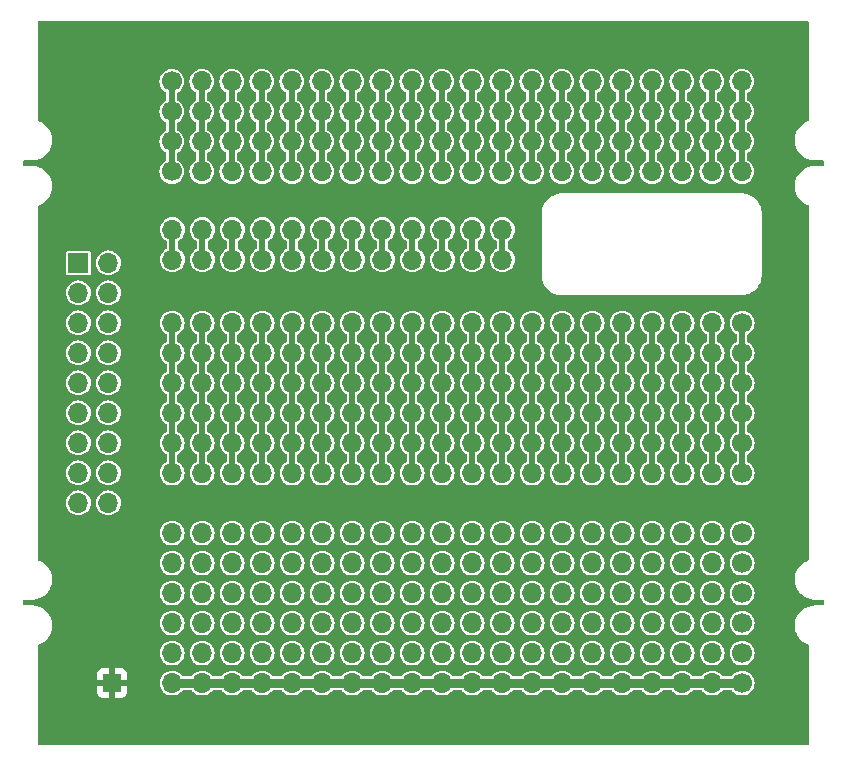
<source format=gtl>
G04 #@! TF.GenerationSoftware,KiCad,Pcbnew,8.0.8*
G04 #@! TF.CreationDate,2025-02-19T14:06:16-05:00*
G04 #@! TF.ProjectId,plot_gerbers,706c6f74-5f67-4657-9262-6572732e6b69,rev?*
G04 #@! TF.SameCoordinates,Original*
G04 #@! TF.FileFunction,Copper,L1,Top*
G04 #@! TF.FilePolarity,Positive*
%FSLAX46Y46*%
G04 Gerber Fmt 4.6, Leading zero omitted, Abs format (unit mm)*
G04 Created by KiCad (PCBNEW 8.0.8) date 2025-02-19 14:06:16*
%MOMM*%
%LPD*%
G01*
G04 APERTURE LIST*
G04 #@! TA.AperFunction,ComponentPad*
%ADD10R,1.700000X1.700000*%
G04 #@! TD*
G04 #@! TA.AperFunction,ComponentPad*
%ADD11O,1.700000X1.700000*%
G04 #@! TD*
G04 #@! TA.AperFunction,ComponentPad*
%ADD12R,1.500000X1.500000*%
G04 #@! TD*
G04 #@! TA.AperFunction,ComponentPad*
%ADD13C,1.700000*%
G04 #@! TD*
G04 #@! TA.AperFunction,Conductor*
%ADD14C,0.500000*%
G04 #@! TD*
G04 #@! TA.AperFunction,Conductor*
%ADD15C,0.800000*%
G04 #@! TD*
G04 APERTURE END LIST*
D10*
X116740000Y-100070000D03*
D11*
X119280000Y-100070000D03*
X116740000Y-102610000D03*
X119280000Y-102610000D03*
X116740000Y-105150000D03*
X119280000Y-105150000D03*
X116740000Y-107690000D03*
X119280000Y-107690000D03*
X116740000Y-110230000D03*
X119280000Y-110230000D03*
X116740000Y-112770000D03*
X119280000Y-112770000D03*
X116740000Y-115310000D03*
X119280000Y-115310000D03*
X116740000Y-117850000D03*
X119280000Y-117850000D03*
X116740000Y-120390000D03*
X119280000Y-120390000D03*
X124695000Y-97260000D03*
X124695000Y-99800000D03*
X127235000Y-97260000D03*
X127235000Y-99800000D03*
X129775000Y-97260000D03*
X129775000Y-99800000D03*
X132315000Y-97260000D03*
X132315000Y-99800000D03*
X134855000Y-97260000D03*
X134855000Y-99800000D03*
X137395000Y-97260000D03*
X137395000Y-99800000D03*
X139935000Y-97260000D03*
X139935000Y-99800000D03*
X142475000Y-97260000D03*
X142475000Y-99800000D03*
X145015000Y-97260000D03*
X145015000Y-99800000D03*
X147555000Y-97260000D03*
X147555000Y-99800000D03*
X150095000Y-97260000D03*
X150095000Y-99800000D03*
X152635000Y-97260000D03*
X152635000Y-99800000D03*
D12*
X119570000Y-135630000D03*
D13*
X172935000Y-105160000D03*
X172935000Y-107700000D03*
X172935000Y-110240000D03*
X172935000Y-112780000D03*
X172935000Y-115320000D03*
X172935000Y-117860000D03*
D11*
X170395000Y-105160000D03*
X170395000Y-107700000D03*
X170395000Y-110240000D03*
X170395000Y-112780000D03*
X170395000Y-115320000D03*
X170395000Y-117860000D03*
X167855000Y-105160000D03*
X167855000Y-107700000D03*
X167855000Y-110240000D03*
X167855000Y-112780000D03*
X167855000Y-115320000D03*
X167855000Y-117860000D03*
X165315000Y-105160000D03*
X165315000Y-107700000D03*
X165315000Y-110240000D03*
X165315000Y-112780000D03*
X165315000Y-115320000D03*
X165315000Y-117860000D03*
X162775000Y-105160000D03*
X162775000Y-107700000D03*
X162775000Y-110240000D03*
X162775000Y-112780000D03*
X162775000Y-115320000D03*
X162775000Y-117860000D03*
X160235000Y-105160000D03*
X160235000Y-107700000D03*
X160235000Y-110240000D03*
X160235000Y-112780000D03*
X160235000Y-115320000D03*
X160235000Y-117860000D03*
X157695000Y-105160000D03*
X157695000Y-107700000D03*
X157695000Y-110240000D03*
X157695000Y-112780000D03*
X157695000Y-115320000D03*
X157695000Y-117860000D03*
X155155000Y-105160000D03*
X155155000Y-107700000D03*
X155155000Y-110240000D03*
X155155000Y-112780000D03*
X155155000Y-115320000D03*
X155155000Y-117860000D03*
X152615000Y-105160000D03*
X152615000Y-107700000D03*
X152615000Y-110240000D03*
X152615000Y-112780000D03*
X152615000Y-115320000D03*
X152615000Y-117860000D03*
X150075000Y-105160000D03*
X150075000Y-107700000D03*
X150075000Y-110240000D03*
X150075000Y-112780000D03*
X150075000Y-115320000D03*
X150075000Y-117860000D03*
X147535000Y-105160000D03*
X147535000Y-107700000D03*
X147535000Y-110240000D03*
X147535000Y-112780000D03*
X147535000Y-115320000D03*
X147535000Y-117860000D03*
X144995000Y-105160000D03*
X144995000Y-107700000D03*
X144995000Y-110240000D03*
X144995000Y-112780000D03*
X144995000Y-115320000D03*
X144995000Y-117860000D03*
X142455000Y-105160000D03*
X142455000Y-107700000D03*
X142455000Y-110240000D03*
X142455000Y-112780000D03*
X142455000Y-115320000D03*
X142455000Y-117860000D03*
X139915000Y-105160000D03*
X139915000Y-107700000D03*
X139915000Y-110240000D03*
X139915000Y-112780000D03*
X139915000Y-115320000D03*
X139915000Y-117860000D03*
X137375000Y-105160000D03*
X137375000Y-107700000D03*
X137375000Y-110240000D03*
X137375000Y-112780000D03*
X137375000Y-115320000D03*
X137375000Y-117860000D03*
X134835000Y-105160000D03*
X134835000Y-107700000D03*
X134835000Y-110240000D03*
X134835000Y-112780000D03*
X134835000Y-115320000D03*
X134835000Y-117860000D03*
X132295000Y-105160000D03*
X132295000Y-107700000D03*
X132295000Y-110240000D03*
X132295000Y-112780000D03*
X132295000Y-115320000D03*
X132295000Y-117860000D03*
X129755000Y-105160000D03*
X129755000Y-107700000D03*
X129755000Y-110240000D03*
X129755000Y-112780000D03*
X129755000Y-115320000D03*
X129755000Y-117860000D03*
X127215000Y-105160000D03*
X127215000Y-107700000D03*
X127215000Y-110240000D03*
X127215000Y-112780000D03*
X127215000Y-115320000D03*
X127215000Y-117860000D03*
X124675000Y-105160000D03*
X124675000Y-107700000D03*
X124675000Y-110240000D03*
X124675000Y-112780000D03*
X124675000Y-115320000D03*
X124675000Y-117860000D03*
D13*
X172935000Y-122940000D03*
X172935000Y-125480000D03*
X172935000Y-128020000D03*
X172935000Y-130560000D03*
X172935000Y-133100000D03*
X172935000Y-135640000D03*
D11*
X170395000Y-122940000D03*
X170395000Y-125480000D03*
X170395000Y-128020000D03*
X170395000Y-130560000D03*
X170395000Y-133100000D03*
X170395000Y-135640000D03*
X167855000Y-122940000D03*
X167855000Y-125480000D03*
X167855000Y-128020000D03*
X167855000Y-130560000D03*
X167855000Y-133100000D03*
X167855000Y-135640000D03*
X165315000Y-122940000D03*
X165315000Y-125480000D03*
X165315000Y-128020000D03*
X165315000Y-130560000D03*
X165315000Y-133100000D03*
X165315000Y-135640000D03*
X162775000Y-122940000D03*
X162775000Y-125480000D03*
X162775000Y-128020000D03*
X162775000Y-130560000D03*
X162775000Y-133100000D03*
X162775000Y-135640000D03*
X160235000Y-122940000D03*
X160235000Y-125480000D03*
X160235000Y-128020000D03*
X160235000Y-130560000D03*
X160235000Y-133100000D03*
X160235000Y-135640000D03*
X157695000Y-122940000D03*
X157695000Y-125480000D03*
X157695000Y-128020000D03*
X157695000Y-130560000D03*
X157695000Y-133100000D03*
X157695000Y-135640000D03*
X155155000Y-122940000D03*
X155155000Y-125480000D03*
X155155000Y-128020000D03*
X155155000Y-130560000D03*
X155155000Y-133100000D03*
X155155000Y-135640000D03*
X152615000Y-122940000D03*
X152615000Y-125480000D03*
X152615000Y-128020000D03*
X152615000Y-130560000D03*
X152615000Y-133100000D03*
X152615000Y-135640000D03*
X150075000Y-122940000D03*
X150075000Y-125480000D03*
X150075000Y-128020000D03*
X150075000Y-130560000D03*
X150075000Y-133100000D03*
X150075000Y-135640000D03*
X147535000Y-122940000D03*
X147535000Y-125480000D03*
X147535000Y-128020000D03*
X147535000Y-130560000D03*
X147535000Y-133100000D03*
X147535000Y-135640000D03*
X144995000Y-122940000D03*
X144995000Y-125480000D03*
X144995000Y-128020000D03*
X144995000Y-130560000D03*
X144995000Y-133100000D03*
X144995000Y-135640000D03*
X142455000Y-122940000D03*
X142455000Y-125480000D03*
X142455000Y-128020000D03*
X142455000Y-130560000D03*
X142455000Y-133100000D03*
X142455000Y-135640000D03*
X139915000Y-122940000D03*
X139915000Y-125480000D03*
X139915000Y-128020000D03*
X139915000Y-130560000D03*
X139915000Y-133100000D03*
X139915000Y-135640000D03*
X137375000Y-122940000D03*
X137375000Y-125480000D03*
X137375000Y-128020000D03*
X137375000Y-130560000D03*
X137375000Y-133100000D03*
X137375000Y-135640000D03*
X134835000Y-122940000D03*
X134835000Y-125480000D03*
X134835000Y-128020000D03*
X134835000Y-130560000D03*
X134835000Y-133100000D03*
X134835000Y-135640000D03*
X132295000Y-122940000D03*
X132295000Y-125480000D03*
X132295000Y-128020000D03*
X132295000Y-130560000D03*
X132295000Y-133100000D03*
X132295000Y-135640000D03*
X129755000Y-122940000D03*
X129755000Y-125480000D03*
X129755000Y-128020000D03*
X129755000Y-130560000D03*
X129755000Y-133100000D03*
X129755000Y-135640000D03*
X127215000Y-122940000D03*
X127215000Y-125480000D03*
X127215000Y-128020000D03*
X127215000Y-130560000D03*
X127215000Y-133100000D03*
X127215000Y-135640000D03*
X124675000Y-122940000D03*
X124675000Y-125480000D03*
X124675000Y-128020000D03*
X124675000Y-130560000D03*
X124675000Y-133100000D03*
X124675000Y-135640000D03*
D13*
X124645000Y-92325000D03*
X124645000Y-89785000D03*
X124645000Y-87245000D03*
X124645000Y-84705000D03*
D11*
X127185000Y-92325000D03*
X127185000Y-89785000D03*
X127185000Y-87245000D03*
X127185000Y-84705000D03*
X129725000Y-92325000D03*
X129725000Y-89785000D03*
X129725000Y-87245000D03*
X129725000Y-84705000D03*
X132265000Y-92325000D03*
X132265000Y-89785000D03*
X132265000Y-87245000D03*
X132265000Y-84705000D03*
X134805000Y-92325000D03*
X134805000Y-89785000D03*
X134805000Y-87245000D03*
X134805000Y-84705000D03*
X137345000Y-92325000D03*
X137345000Y-89785000D03*
X137345000Y-87245000D03*
X137345000Y-84705000D03*
X139885000Y-92325000D03*
X139885000Y-89785000D03*
X139885000Y-87245000D03*
X139885000Y-84705000D03*
X142425000Y-92325000D03*
X142425000Y-89785000D03*
X142425000Y-87245000D03*
X142425000Y-84705000D03*
X144965000Y-92325000D03*
X144965000Y-89785000D03*
X144965000Y-87245000D03*
X144965000Y-84705000D03*
X147505000Y-92325000D03*
X147505000Y-89785000D03*
X147505000Y-87245000D03*
X147505000Y-84705000D03*
X150045000Y-92325000D03*
X150045000Y-89785000D03*
X150045000Y-87245000D03*
X150045000Y-84705000D03*
X152585000Y-92325000D03*
X152585000Y-89785000D03*
X152585000Y-87245000D03*
X152585000Y-84705000D03*
X155125000Y-92325000D03*
X155125000Y-89785000D03*
X155125000Y-87245000D03*
X155125000Y-84705000D03*
X157665000Y-92325000D03*
X157665000Y-89785000D03*
X157665000Y-87245000D03*
X157665000Y-84705000D03*
X160205000Y-92325000D03*
X160205000Y-89785000D03*
X160205000Y-87245000D03*
X160205000Y-84705000D03*
X162745000Y-92325000D03*
X162745000Y-89785000D03*
X162745000Y-87245000D03*
X162745000Y-84705000D03*
X165285000Y-92325000D03*
X165285000Y-89785000D03*
X165285000Y-87245000D03*
X165285000Y-84705000D03*
X167825000Y-92325000D03*
X167825000Y-89785000D03*
X167825000Y-87245000D03*
X167825000Y-84705000D03*
X170365000Y-92325000D03*
X170365000Y-89785000D03*
X170365000Y-87245000D03*
X170365000Y-84705000D03*
X172905000Y-92325000D03*
X172905000Y-89785000D03*
X172905000Y-87245000D03*
X172905000Y-84705000D03*
D14*
X137345000Y-84705000D02*
X137345000Y-92325000D01*
X170365000Y-84705000D02*
X170365000Y-92325000D01*
X124695000Y-97260000D02*
X124695000Y-99800000D01*
X139935000Y-97260000D02*
X139935000Y-99800000D01*
X127185000Y-84705000D02*
X127185000Y-92325000D01*
D15*
X124675000Y-135640000D02*
X172935000Y-135640000D01*
D14*
X129725000Y-84705000D02*
X129725000Y-92325000D01*
X172935000Y-105160000D02*
X172935000Y-117860000D01*
X167855000Y-105160000D02*
X167855000Y-117860000D01*
X145015000Y-97260000D02*
X145015000Y-99800000D01*
X137375000Y-117860000D02*
X137375000Y-105160000D01*
X165285000Y-84705000D02*
X165285000Y-92325000D01*
X139885000Y-85175000D02*
X139885000Y-92325000D01*
X147555000Y-97260000D02*
X147555000Y-99800000D01*
X142475000Y-97260000D02*
X142475000Y-99800000D01*
X132295000Y-117860000D02*
X132295000Y-105160000D01*
X134835000Y-105160000D02*
X134835000Y-117860000D01*
X165315000Y-105160000D02*
X165315000Y-117860000D01*
X124645000Y-84705000D02*
X124645000Y-92325000D01*
X132315000Y-97260000D02*
X132315000Y-99800000D01*
X172905000Y-84705000D02*
X172905000Y-92325000D01*
X155125000Y-84705000D02*
X155125000Y-92325000D01*
X144995000Y-105160000D02*
X144995000Y-117860000D01*
X139885000Y-84705000D02*
X139885000Y-84925000D01*
X132265000Y-84705000D02*
X132265000Y-92325000D01*
X147535000Y-105160000D02*
X147535000Y-117860000D01*
X157665000Y-84705000D02*
X157665000Y-92325000D01*
X160205000Y-84705000D02*
X160205000Y-92325000D01*
X157695000Y-105160000D02*
X157695000Y-117860000D01*
X167825000Y-84705000D02*
X167825000Y-92325000D01*
X152635000Y-97260000D02*
X152635000Y-99800000D01*
X150095000Y-97260000D02*
X150095000Y-99800000D01*
X129775000Y-97260000D02*
X129775000Y-99800000D01*
X124675000Y-105160000D02*
X124675000Y-117860000D01*
X134805000Y-84705000D02*
X134805000Y-92325000D01*
X150045000Y-84705000D02*
X150045000Y-92325000D01*
X139915000Y-105160000D02*
X139915000Y-117860000D01*
X139885000Y-84925000D02*
X140010000Y-85050000D01*
X137395000Y-97260000D02*
X137395000Y-99800000D01*
X152615000Y-105160000D02*
X152615000Y-117860000D01*
X147505000Y-84705000D02*
X147505000Y-92325000D01*
X127235000Y-97260000D02*
X127235000Y-99800000D01*
X134855000Y-97260000D02*
X134855000Y-99800000D01*
X144965000Y-84705000D02*
X144965000Y-92325000D01*
X162745000Y-84705000D02*
X162745000Y-92325000D01*
X150075000Y-105160000D02*
X150075000Y-117860000D01*
X152585000Y-84705000D02*
X152585000Y-92325000D01*
X142455000Y-105160000D02*
X142455000Y-117860000D01*
X127215000Y-117860000D02*
X127215000Y-105160000D01*
X160235000Y-105160000D02*
X160235000Y-117860000D01*
X129755000Y-105160000D02*
X129755000Y-117860000D01*
X140010000Y-85050000D02*
X139885000Y-85175000D01*
X170395000Y-105160000D02*
X170395000Y-117860000D01*
X162775000Y-105160000D02*
X162775000Y-117860000D01*
X142425000Y-84705000D02*
X142425000Y-92325000D01*
X155155000Y-105160000D02*
X155155000Y-117860000D01*
G04 #@! TA.AperFunction,Conductor*
G36*
X178552539Y-79590185D02*
G01*
X178598294Y-79642989D01*
X178609500Y-79694500D01*
X178609500Y-87951844D01*
X178589815Y-88018883D01*
X178537011Y-88064638D01*
X178520441Y-88070819D01*
X178514229Y-88072643D01*
X178514218Y-88072647D01*
X178292955Y-88173693D01*
X178292950Y-88173696D01*
X178088325Y-88305201D01*
X177904492Y-88464492D01*
X177745201Y-88648325D01*
X177613696Y-88852950D01*
X177613693Y-88852955D01*
X177512647Y-89074218D01*
X177444118Y-89307603D01*
X177444117Y-89307609D01*
X177409500Y-89548378D01*
X177409500Y-89604108D01*
X177409500Y-89670000D01*
X177409500Y-89791622D01*
X177411634Y-89806466D01*
X177444116Y-90032386D01*
X177444118Y-90032396D01*
X177512647Y-90265781D01*
X177613693Y-90487044D01*
X177613696Y-90487049D01*
X177745201Y-90691674D01*
X177904492Y-90875507D01*
X178088325Y-91034798D01*
X178292955Y-91166306D01*
X178514218Y-91267353D01*
X178747609Y-91335883D01*
X178988378Y-91370500D01*
X179044108Y-91370500D01*
X179735500Y-91370500D01*
X179802539Y-91390185D01*
X179848294Y-91442989D01*
X179859500Y-91494500D01*
X179859500Y-91745500D01*
X179839815Y-91812539D01*
X179787011Y-91858294D01*
X179735500Y-91869500D01*
X179175892Y-91869500D01*
X179110000Y-91869500D01*
X178988378Y-91869500D01*
X178927506Y-91878251D01*
X178747613Y-91904116D01*
X178747603Y-91904118D01*
X178514218Y-91972647D01*
X178292955Y-92073693D01*
X178292950Y-92073696D01*
X178088325Y-92205201D01*
X177904492Y-92364492D01*
X177745201Y-92548325D01*
X177613696Y-92752950D01*
X177613693Y-92752955D01*
X177512647Y-92974218D01*
X177444118Y-93207603D01*
X177444117Y-93207609D01*
X177409500Y-93448378D01*
X177409500Y-93504108D01*
X177409500Y-93570000D01*
X177409500Y-93691622D01*
X177411634Y-93706466D01*
X177444116Y-93932386D01*
X177444118Y-93932396D01*
X177454590Y-93968059D01*
X177512647Y-94165782D01*
X177533067Y-94210495D01*
X177613693Y-94387044D01*
X177613696Y-94387049D01*
X177745201Y-94591674D01*
X177904492Y-94775507D01*
X178088325Y-94934798D01*
X178292955Y-95066306D01*
X178514218Y-95167353D01*
X178514225Y-95167355D01*
X178520423Y-95169175D01*
X178579205Y-95206943D01*
X178608236Y-95270496D01*
X178609500Y-95288155D01*
X178609500Y-125151844D01*
X178589815Y-125218883D01*
X178537011Y-125264638D01*
X178520441Y-125270819D01*
X178514229Y-125272643D01*
X178514218Y-125272647D01*
X178292955Y-125373693D01*
X178292950Y-125373696D01*
X178088325Y-125505201D01*
X177904492Y-125664492D01*
X177745201Y-125848325D01*
X177613696Y-126052950D01*
X177613693Y-126052955D01*
X177512647Y-126274218D01*
X177444118Y-126507603D01*
X177444117Y-126507609D01*
X177409500Y-126748378D01*
X177409500Y-126804108D01*
X177409500Y-126870000D01*
X177409500Y-126991622D01*
X177411634Y-127006466D01*
X177444116Y-127232386D01*
X177444118Y-127232396D01*
X177512647Y-127465781D01*
X177613693Y-127687044D01*
X177613696Y-127687049D01*
X177745201Y-127891674D01*
X177904492Y-128075507D01*
X178078093Y-128225932D01*
X178088325Y-128234798D01*
X178292955Y-128366306D01*
X178514218Y-128467353D01*
X178747609Y-128535883D01*
X178988378Y-128570500D01*
X179044108Y-128570500D01*
X179735500Y-128570500D01*
X179802539Y-128590185D01*
X179848294Y-128642989D01*
X179859500Y-128694500D01*
X179859500Y-128945500D01*
X179839815Y-129012539D01*
X179787011Y-129058294D01*
X179735500Y-129069500D01*
X179175892Y-129069500D01*
X179110000Y-129069500D01*
X178988378Y-129069500D01*
X178927506Y-129078251D01*
X178747613Y-129104116D01*
X178747603Y-129104118D01*
X178514218Y-129172647D01*
X178292955Y-129273693D01*
X178292950Y-129273696D01*
X178088325Y-129405201D01*
X177904492Y-129564492D01*
X177745201Y-129748325D01*
X177613696Y-129952950D01*
X177613693Y-129952955D01*
X177512647Y-130174218D01*
X177444118Y-130407603D01*
X177444117Y-130407609D01*
X177409500Y-130648378D01*
X177409500Y-130704108D01*
X177409500Y-130770000D01*
X177409500Y-130891622D01*
X177411634Y-130906466D01*
X177444116Y-131132386D01*
X177444118Y-131132396D01*
X177454590Y-131168059D01*
X177512647Y-131365782D01*
X177545484Y-131437685D01*
X177613693Y-131587044D01*
X177613696Y-131587049D01*
X177745201Y-131791674D01*
X177904492Y-131975507D01*
X178007426Y-132064699D01*
X178088325Y-132134798D01*
X178292955Y-132266306D01*
X178514218Y-132367353D01*
X178514225Y-132367355D01*
X178520423Y-132369175D01*
X178579205Y-132406943D01*
X178608236Y-132470496D01*
X178609500Y-132488155D01*
X178609500Y-140745500D01*
X178589815Y-140812539D01*
X178537011Y-140858294D01*
X178485500Y-140869500D01*
X113434500Y-140869500D01*
X113367461Y-140849815D01*
X113321706Y-140797011D01*
X113310500Y-140745500D01*
X113310500Y-136427844D01*
X118320000Y-136427844D01*
X118326401Y-136487372D01*
X118326403Y-136487379D01*
X118376645Y-136622086D01*
X118376649Y-136622093D01*
X118462809Y-136737187D01*
X118462812Y-136737190D01*
X118577906Y-136823350D01*
X118577913Y-136823354D01*
X118712620Y-136873596D01*
X118712627Y-136873598D01*
X118772155Y-136879999D01*
X118772172Y-136880000D01*
X119320000Y-136880000D01*
X119820000Y-136880000D01*
X120367828Y-136880000D01*
X120367844Y-136879999D01*
X120427372Y-136873598D01*
X120427379Y-136873596D01*
X120562086Y-136823354D01*
X120562093Y-136823350D01*
X120677187Y-136737190D01*
X120677190Y-136737187D01*
X120763350Y-136622093D01*
X120763354Y-136622086D01*
X120813596Y-136487379D01*
X120813598Y-136487372D01*
X120819999Y-136427844D01*
X120820000Y-136427827D01*
X120820000Y-135880000D01*
X119820000Y-135880000D01*
X119820000Y-136880000D01*
X119320000Y-136880000D01*
X119320000Y-135880000D01*
X118320000Y-135880000D01*
X118320000Y-136427844D01*
X113310500Y-136427844D01*
X113310500Y-135583922D01*
X119220000Y-135583922D01*
X119220000Y-135676078D01*
X119243852Y-135765095D01*
X119289930Y-135844905D01*
X119355095Y-135910070D01*
X119434905Y-135956148D01*
X119523922Y-135980000D01*
X119616078Y-135980000D01*
X119705095Y-135956148D01*
X119784905Y-135910070D01*
X119850070Y-135844905D01*
X119896148Y-135765095D01*
X119920000Y-135676078D01*
X119920000Y-135640000D01*
X123619417Y-135640000D01*
X123639699Y-135845932D01*
X123659155Y-135910070D01*
X123699768Y-136043954D01*
X123797315Y-136226450D01*
X123831969Y-136268677D01*
X123928589Y-136386410D01*
X124025209Y-136465702D01*
X124088550Y-136517685D01*
X124271046Y-136615232D01*
X124469066Y-136675300D01*
X124469065Y-136675300D01*
X124487529Y-136677118D01*
X124675000Y-136695583D01*
X124880934Y-136675300D01*
X125078954Y-136615232D01*
X125261450Y-136517685D01*
X125421410Y-136386410D01*
X125503950Y-136285835D01*
X125561695Y-136246501D01*
X125599803Y-136240500D01*
X126290197Y-136240500D01*
X126357236Y-136260185D01*
X126386050Y-136285835D01*
X126468590Y-136386410D01*
X126628550Y-136517685D01*
X126811046Y-136615232D01*
X127009066Y-136675300D01*
X127009065Y-136675300D01*
X127027529Y-136677118D01*
X127215000Y-136695583D01*
X127420934Y-136675300D01*
X127618954Y-136615232D01*
X127801450Y-136517685D01*
X127961410Y-136386410D01*
X128043950Y-136285835D01*
X128101695Y-136246501D01*
X128139803Y-136240500D01*
X128830197Y-136240500D01*
X128897236Y-136260185D01*
X128926050Y-136285835D01*
X129008590Y-136386410D01*
X129168550Y-136517685D01*
X129351046Y-136615232D01*
X129549066Y-136675300D01*
X129549065Y-136675300D01*
X129567529Y-136677118D01*
X129755000Y-136695583D01*
X129960934Y-136675300D01*
X130158954Y-136615232D01*
X130341450Y-136517685D01*
X130501410Y-136386410D01*
X130583950Y-136285835D01*
X130641695Y-136246501D01*
X130679803Y-136240500D01*
X131370197Y-136240500D01*
X131437236Y-136260185D01*
X131466050Y-136285835D01*
X131548590Y-136386410D01*
X131708550Y-136517685D01*
X131891046Y-136615232D01*
X132089066Y-136675300D01*
X132089065Y-136675300D01*
X132107529Y-136677118D01*
X132295000Y-136695583D01*
X132500934Y-136675300D01*
X132698954Y-136615232D01*
X132881450Y-136517685D01*
X133041410Y-136386410D01*
X133123950Y-136285835D01*
X133181695Y-136246501D01*
X133219803Y-136240500D01*
X133910197Y-136240500D01*
X133977236Y-136260185D01*
X134006050Y-136285835D01*
X134088590Y-136386410D01*
X134248550Y-136517685D01*
X134431046Y-136615232D01*
X134629066Y-136675300D01*
X134629065Y-136675300D01*
X134647529Y-136677118D01*
X134835000Y-136695583D01*
X135040934Y-136675300D01*
X135238954Y-136615232D01*
X135421450Y-136517685D01*
X135581410Y-136386410D01*
X135663950Y-136285835D01*
X135721695Y-136246501D01*
X135759803Y-136240500D01*
X136450197Y-136240500D01*
X136517236Y-136260185D01*
X136546050Y-136285835D01*
X136628590Y-136386410D01*
X136788550Y-136517685D01*
X136971046Y-136615232D01*
X137169066Y-136675300D01*
X137169065Y-136675300D01*
X137187529Y-136677118D01*
X137375000Y-136695583D01*
X137580934Y-136675300D01*
X137778954Y-136615232D01*
X137961450Y-136517685D01*
X138121410Y-136386410D01*
X138203950Y-136285835D01*
X138261695Y-136246501D01*
X138299803Y-136240500D01*
X138990197Y-136240500D01*
X139057236Y-136260185D01*
X139086050Y-136285835D01*
X139168590Y-136386410D01*
X139328550Y-136517685D01*
X139511046Y-136615232D01*
X139709066Y-136675300D01*
X139709065Y-136675300D01*
X139727529Y-136677118D01*
X139915000Y-136695583D01*
X140120934Y-136675300D01*
X140318954Y-136615232D01*
X140501450Y-136517685D01*
X140661410Y-136386410D01*
X140743950Y-136285835D01*
X140801695Y-136246501D01*
X140839803Y-136240500D01*
X141530197Y-136240500D01*
X141597236Y-136260185D01*
X141626050Y-136285835D01*
X141708590Y-136386410D01*
X141868550Y-136517685D01*
X142051046Y-136615232D01*
X142249066Y-136675300D01*
X142249065Y-136675300D01*
X142267529Y-136677118D01*
X142455000Y-136695583D01*
X142660934Y-136675300D01*
X142858954Y-136615232D01*
X143041450Y-136517685D01*
X143201410Y-136386410D01*
X143283950Y-136285835D01*
X143341695Y-136246501D01*
X143379803Y-136240500D01*
X144070197Y-136240500D01*
X144137236Y-136260185D01*
X144166050Y-136285835D01*
X144248590Y-136386410D01*
X144408550Y-136517685D01*
X144591046Y-136615232D01*
X144789066Y-136675300D01*
X144789065Y-136675300D01*
X144807529Y-136677118D01*
X144995000Y-136695583D01*
X145200934Y-136675300D01*
X145398954Y-136615232D01*
X145581450Y-136517685D01*
X145741410Y-136386410D01*
X145823950Y-136285835D01*
X145881695Y-136246501D01*
X145919803Y-136240500D01*
X146610197Y-136240500D01*
X146677236Y-136260185D01*
X146706050Y-136285835D01*
X146788590Y-136386410D01*
X146948550Y-136517685D01*
X147131046Y-136615232D01*
X147329066Y-136675300D01*
X147329065Y-136675300D01*
X147347529Y-136677118D01*
X147535000Y-136695583D01*
X147740934Y-136675300D01*
X147938954Y-136615232D01*
X148121450Y-136517685D01*
X148281410Y-136386410D01*
X148363950Y-136285835D01*
X148421695Y-136246501D01*
X148459803Y-136240500D01*
X149150197Y-136240500D01*
X149217236Y-136260185D01*
X149246050Y-136285835D01*
X149328590Y-136386410D01*
X149488550Y-136517685D01*
X149671046Y-136615232D01*
X149869066Y-136675300D01*
X149869065Y-136675300D01*
X149887529Y-136677118D01*
X150075000Y-136695583D01*
X150280934Y-136675300D01*
X150478954Y-136615232D01*
X150661450Y-136517685D01*
X150821410Y-136386410D01*
X150903950Y-136285835D01*
X150961695Y-136246501D01*
X150999803Y-136240500D01*
X151690197Y-136240500D01*
X151757236Y-136260185D01*
X151786050Y-136285835D01*
X151868590Y-136386410D01*
X152028550Y-136517685D01*
X152211046Y-136615232D01*
X152409066Y-136675300D01*
X152409065Y-136675300D01*
X152427529Y-136677118D01*
X152615000Y-136695583D01*
X152820934Y-136675300D01*
X153018954Y-136615232D01*
X153201450Y-136517685D01*
X153361410Y-136386410D01*
X153443950Y-136285835D01*
X153501695Y-136246501D01*
X153539803Y-136240500D01*
X154230197Y-136240500D01*
X154297236Y-136260185D01*
X154326050Y-136285835D01*
X154408590Y-136386410D01*
X154568550Y-136517685D01*
X154751046Y-136615232D01*
X154949066Y-136675300D01*
X154949065Y-136675300D01*
X154967529Y-136677118D01*
X155155000Y-136695583D01*
X155360934Y-136675300D01*
X155558954Y-136615232D01*
X155741450Y-136517685D01*
X155901410Y-136386410D01*
X155983950Y-136285835D01*
X156041695Y-136246501D01*
X156079803Y-136240500D01*
X156770197Y-136240500D01*
X156837236Y-136260185D01*
X156866050Y-136285835D01*
X156948590Y-136386410D01*
X157108550Y-136517685D01*
X157291046Y-136615232D01*
X157489066Y-136675300D01*
X157489065Y-136675300D01*
X157507529Y-136677118D01*
X157695000Y-136695583D01*
X157900934Y-136675300D01*
X158098954Y-136615232D01*
X158281450Y-136517685D01*
X158441410Y-136386410D01*
X158523950Y-136285835D01*
X158581695Y-136246501D01*
X158619803Y-136240500D01*
X159310197Y-136240500D01*
X159377236Y-136260185D01*
X159406050Y-136285835D01*
X159488590Y-136386410D01*
X159648550Y-136517685D01*
X159831046Y-136615232D01*
X160029066Y-136675300D01*
X160029065Y-136675300D01*
X160047529Y-136677118D01*
X160235000Y-136695583D01*
X160440934Y-136675300D01*
X160638954Y-136615232D01*
X160821450Y-136517685D01*
X160981410Y-136386410D01*
X161063950Y-136285835D01*
X161121695Y-136246501D01*
X161159803Y-136240500D01*
X161850197Y-136240500D01*
X161917236Y-136260185D01*
X161946050Y-136285835D01*
X162028590Y-136386410D01*
X162188550Y-136517685D01*
X162371046Y-136615232D01*
X162569066Y-136675300D01*
X162569065Y-136675300D01*
X162587529Y-136677118D01*
X162775000Y-136695583D01*
X162980934Y-136675300D01*
X163178954Y-136615232D01*
X163361450Y-136517685D01*
X163521410Y-136386410D01*
X163603950Y-136285835D01*
X163661695Y-136246501D01*
X163699803Y-136240500D01*
X164390197Y-136240500D01*
X164457236Y-136260185D01*
X164486050Y-136285835D01*
X164568590Y-136386410D01*
X164728550Y-136517685D01*
X164911046Y-136615232D01*
X165109066Y-136675300D01*
X165109065Y-136675300D01*
X165127529Y-136677118D01*
X165315000Y-136695583D01*
X165520934Y-136675300D01*
X165718954Y-136615232D01*
X165901450Y-136517685D01*
X166061410Y-136386410D01*
X166143950Y-136285835D01*
X166201695Y-136246501D01*
X166239803Y-136240500D01*
X166930197Y-136240500D01*
X166997236Y-136260185D01*
X167026050Y-136285835D01*
X167108590Y-136386410D01*
X167268550Y-136517685D01*
X167451046Y-136615232D01*
X167649066Y-136675300D01*
X167649065Y-136675300D01*
X167667529Y-136677118D01*
X167855000Y-136695583D01*
X168060934Y-136675300D01*
X168258954Y-136615232D01*
X168441450Y-136517685D01*
X168601410Y-136386410D01*
X168683950Y-136285835D01*
X168741695Y-136246501D01*
X168779803Y-136240500D01*
X169470197Y-136240500D01*
X169537236Y-136260185D01*
X169566050Y-136285835D01*
X169648590Y-136386410D01*
X169808550Y-136517685D01*
X169991046Y-136615232D01*
X170189066Y-136675300D01*
X170189065Y-136675300D01*
X170207529Y-136677118D01*
X170395000Y-136695583D01*
X170600934Y-136675300D01*
X170798954Y-136615232D01*
X170981450Y-136517685D01*
X171141410Y-136386410D01*
X171223950Y-136285835D01*
X171281695Y-136246501D01*
X171319803Y-136240500D01*
X172010197Y-136240500D01*
X172077236Y-136260185D01*
X172106050Y-136285835D01*
X172188590Y-136386410D01*
X172348550Y-136517685D01*
X172531046Y-136615232D01*
X172729066Y-136675300D01*
X172729065Y-136675300D01*
X172747529Y-136677118D01*
X172935000Y-136695583D01*
X173140934Y-136675300D01*
X173338954Y-136615232D01*
X173521450Y-136517685D01*
X173681410Y-136386410D01*
X173812685Y-136226450D01*
X173910232Y-136043954D01*
X173970300Y-135845934D01*
X173990583Y-135640000D01*
X173970300Y-135434066D01*
X173910232Y-135236046D01*
X173812685Y-135053550D01*
X173760702Y-134990209D01*
X173681410Y-134893589D01*
X173534015Y-134772627D01*
X173521450Y-134762315D01*
X173338954Y-134664768D01*
X173140934Y-134604700D01*
X173140932Y-134604699D01*
X173140934Y-134604699D01*
X172935000Y-134584417D01*
X172729067Y-134604699D01*
X172531043Y-134664769D01*
X172420898Y-134723643D01*
X172348550Y-134762315D01*
X172348548Y-134762316D01*
X172348547Y-134762317D01*
X172188589Y-134893590D01*
X172106050Y-134994165D01*
X172048305Y-135033499D01*
X172010197Y-135039500D01*
X171319803Y-135039500D01*
X171252764Y-135019815D01*
X171223950Y-134994165D01*
X171141410Y-134893590D01*
X171141409Y-134893589D01*
X170981450Y-134762315D01*
X170798954Y-134664768D01*
X170600934Y-134604700D01*
X170600932Y-134604699D01*
X170600934Y-134604699D01*
X170395000Y-134584417D01*
X170189067Y-134604699D01*
X169991043Y-134664769D01*
X169880898Y-134723643D01*
X169808550Y-134762315D01*
X169808548Y-134762316D01*
X169808547Y-134762317D01*
X169648589Y-134893590D01*
X169566050Y-134994165D01*
X169508305Y-135033499D01*
X169470197Y-135039500D01*
X168779803Y-135039500D01*
X168712764Y-135019815D01*
X168683950Y-134994165D01*
X168601410Y-134893590D01*
X168601409Y-134893589D01*
X168441450Y-134762315D01*
X168258954Y-134664768D01*
X168060934Y-134604700D01*
X168060932Y-134604699D01*
X168060934Y-134604699D01*
X167855000Y-134584417D01*
X167649067Y-134604699D01*
X167451043Y-134664769D01*
X167340898Y-134723643D01*
X167268550Y-134762315D01*
X167268548Y-134762316D01*
X167268547Y-134762317D01*
X167108589Y-134893590D01*
X167026050Y-134994165D01*
X166968305Y-135033499D01*
X166930197Y-135039500D01*
X166239803Y-135039500D01*
X166172764Y-135019815D01*
X166143950Y-134994165D01*
X166061410Y-134893590D01*
X166061409Y-134893589D01*
X165901450Y-134762315D01*
X165718954Y-134664768D01*
X165520934Y-134604700D01*
X165520932Y-134604699D01*
X165520934Y-134604699D01*
X165315000Y-134584417D01*
X165109067Y-134604699D01*
X164911043Y-134664769D01*
X164800898Y-134723643D01*
X164728550Y-134762315D01*
X164728548Y-134762316D01*
X164728547Y-134762317D01*
X164568589Y-134893590D01*
X164486050Y-134994165D01*
X164428305Y-135033499D01*
X164390197Y-135039500D01*
X163699803Y-135039500D01*
X163632764Y-135019815D01*
X163603950Y-134994165D01*
X163521410Y-134893590D01*
X163521409Y-134893589D01*
X163361450Y-134762315D01*
X163178954Y-134664768D01*
X162980934Y-134604700D01*
X162980932Y-134604699D01*
X162980934Y-134604699D01*
X162775000Y-134584417D01*
X162569067Y-134604699D01*
X162371043Y-134664769D01*
X162260898Y-134723643D01*
X162188550Y-134762315D01*
X162188548Y-134762316D01*
X162188547Y-134762317D01*
X162028589Y-134893590D01*
X161946050Y-134994165D01*
X161888305Y-135033499D01*
X161850197Y-135039500D01*
X161159803Y-135039500D01*
X161092764Y-135019815D01*
X161063950Y-134994165D01*
X160981410Y-134893590D01*
X160981409Y-134893589D01*
X160821450Y-134762315D01*
X160638954Y-134664768D01*
X160440934Y-134604700D01*
X160440932Y-134604699D01*
X160440934Y-134604699D01*
X160235000Y-134584417D01*
X160029067Y-134604699D01*
X159831043Y-134664769D01*
X159720898Y-134723643D01*
X159648550Y-134762315D01*
X159648548Y-134762316D01*
X159648547Y-134762317D01*
X159488589Y-134893590D01*
X159406050Y-134994165D01*
X159348305Y-135033499D01*
X159310197Y-135039500D01*
X158619803Y-135039500D01*
X158552764Y-135019815D01*
X158523950Y-134994165D01*
X158441410Y-134893590D01*
X158441409Y-134893589D01*
X158281450Y-134762315D01*
X158098954Y-134664768D01*
X157900934Y-134604700D01*
X157900932Y-134604699D01*
X157900934Y-134604699D01*
X157695000Y-134584417D01*
X157489067Y-134604699D01*
X157291043Y-134664769D01*
X157180898Y-134723643D01*
X157108550Y-134762315D01*
X157108548Y-134762316D01*
X157108547Y-134762317D01*
X156948589Y-134893590D01*
X156866050Y-134994165D01*
X156808305Y-135033499D01*
X156770197Y-135039500D01*
X156079803Y-135039500D01*
X156012764Y-135019815D01*
X155983950Y-134994165D01*
X155901410Y-134893590D01*
X155901409Y-134893589D01*
X155741450Y-134762315D01*
X155558954Y-134664768D01*
X155360934Y-134604700D01*
X155360932Y-134604699D01*
X155360934Y-134604699D01*
X155155000Y-134584417D01*
X154949067Y-134604699D01*
X154751043Y-134664769D01*
X154640898Y-134723643D01*
X154568550Y-134762315D01*
X154568548Y-134762316D01*
X154568547Y-134762317D01*
X154408589Y-134893590D01*
X154326050Y-134994165D01*
X154268305Y-135033499D01*
X154230197Y-135039500D01*
X153539803Y-135039500D01*
X153472764Y-135019815D01*
X153443950Y-134994165D01*
X153361410Y-134893590D01*
X153361409Y-134893589D01*
X153201450Y-134762315D01*
X153018954Y-134664768D01*
X152820934Y-134604700D01*
X152820932Y-134604699D01*
X152820934Y-134604699D01*
X152615000Y-134584417D01*
X152409067Y-134604699D01*
X152211043Y-134664769D01*
X152100898Y-134723643D01*
X152028550Y-134762315D01*
X152028548Y-134762316D01*
X152028547Y-134762317D01*
X151868589Y-134893590D01*
X151786050Y-134994165D01*
X151728305Y-135033499D01*
X151690197Y-135039500D01*
X150999803Y-135039500D01*
X150932764Y-135019815D01*
X150903950Y-134994165D01*
X150821410Y-134893590D01*
X150821409Y-134893589D01*
X150661450Y-134762315D01*
X150478954Y-134664768D01*
X150280934Y-134604700D01*
X150280932Y-134604699D01*
X150280934Y-134604699D01*
X150075000Y-134584417D01*
X149869067Y-134604699D01*
X149671043Y-134664769D01*
X149560898Y-134723643D01*
X149488550Y-134762315D01*
X149488548Y-134762316D01*
X149488547Y-134762317D01*
X149328589Y-134893590D01*
X149246050Y-134994165D01*
X149188305Y-135033499D01*
X149150197Y-135039500D01*
X148459803Y-135039500D01*
X148392764Y-135019815D01*
X148363950Y-134994165D01*
X148281410Y-134893590D01*
X148281409Y-134893589D01*
X148121450Y-134762315D01*
X147938954Y-134664768D01*
X147740934Y-134604700D01*
X147740932Y-134604699D01*
X147740934Y-134604699D01*
X147535000Y-134584417D01*
X147329067Y-134604699D01*
X147131043Y-134664769D01*
X147020898Y-134723643D01*
X146948550Y-134762315D01*
X146948548Y-134762316D01*
X146948547Y-134762317D01*
X146788589Y-134893590D01*
X146706050Y-134994165D01*
X146648305Y-135033499D01*
X146610197Y-135039500D01*
X145919803Y-135039500D01*
X145852764Y-135019815D01*
X145823950Y-134994165D01*
X145741410Y-134893590D01*
X145741409Y-134893589D01*
X145581450Y-134762315D01*
X145398954Y-134664768D01*
X145200934Y-134604700D01*
X145200932Y-134604699D01*
X145200934Y-134604699D01*
X144995000Y-134584417D01*
X144789067Y-134604699D01*
X144591043Y-134664769D01*
X144480898Y-134723643D01*
X144408550Y-134762315D01*
X144408548Y-134762316D01*
X144408547Y-134762317D01*
X144248589Y-134893590D01*
X144166050Y-134994165D01*
X144108305Y-135033499D01*
X144070197Y-135039500D01*
X143379803Y-135039500D01*
X143312764Y-135019815D01*
X143283950Y-134994165D01*
X143201410Y-134893590D01*
X143201409Y-134893589D01*
X143041450Y-134762315D01*
X142858954Y-134664768D01*
X142660934Y-134604700D01*
X142660932Y-134604699D01*
X142660934Y-134604699D01*
X142455000Y-134584417D01*
X142249067Y-134604699D01*
X142051043Y-134664769D01*
X141940898Y-134723643D01*
X141868550Y-134762315D01*
X141868548Y-134762316D01*
X141868547Y-134762317D01*
X141708589Y-134893590D01*
X141626050Y-134994165D01*
X141568305Y-135033499D01*
X141530197Y-135039500D01*
X140839803Y-135039500D01*
X140772764Y-135019815D01*
X140743950Y-134994165D01*
X140661410Y-134893590D01*
X140661409Y-134893589D01*
X140501450Y-134762315D01*
X140318954Y-134664768D01*
X140120934Y-134604700D01*
X140120932Y-134604699D01*
X140120934Y-134604699D01*
X139915000Y-134584417D01*
X139709067Y-134604699D01*
X139511043Y-134664769D01*
X139400898Y-134723643D01*
X139328550Y-134762315D01*
X139328548Y-134762316D01*
X139328547Y-134762317D01*
X139168589Y-134893590D01*
X139086050Y-134994165D01*
X139028305Y-135033499D01*
X138990197Y-135039500D01*
X138299803Y-135039500D01*
X138232764Y-135019815D01*
X138203950Y-134994165D01*
X138121410Y-134893590D01*
X138121409Y-134893589D01*
X137961450Y-134762315D01*
X137778954Y-134664768D01*
X137580934Y-134604700D01*
X137580932Y-134604699D01*
X137580934Y-134604699D01*
X137375000Y-134584417D01*
X137169067Y-134604699D01*
X136971043Y-134664769D01*
X136860898Y-134723643D01*
X136788550Y-134762315D01*
X136788548Y-134762316D01*
X136788547Y-134762317D01*
X136628589Y-134893590D01*
X136546050Y-134994165D01*
X136488305Y-135033499D01*
X136450197Y-135039500D01*
X135759803Y-135039500D01*
X135692764Y-135019815D01*
X135663950Y-134994165D01*
X135581410Y-134893590D01*
X135581409Y-134893589D01*
X135421450Y-134762315D01*
X135238954Y-134664768D01*
X135040934Y-134604700D01*
X135040932Y-134604699D01*
X135040934Y-134604699D01*
X134835000Y-134584417D01*
X134629067Y-134604699D01*
X134431043Y-134664769D01*
X134320898Y-134723643D01*
X134248550Y-134762315D01*
X134248548Y-134762316D01*
X134248547Y-134762317D01*
X134088589Y-134893590D01*
X134006050Y-134994165D01*
X133948305Y-135033499D01*
X133910197Y-135039500D01*
X133219803Y-135039500D01*
X133152764Y-135019815D01*
X133123950Y-134994165D01*
X133041410Y-134893590D01*
X133041409Y-134893589D01*
X132881450Y-134762315D01*
X132698954Y-134664768D01*
X132500934Y-134604700D01*
X132500932Y-134604699D01*
X132500934Y-134604699D01*
X132295000Y-134584417D01*
X132089067Y-134604699D01*
X131891043Y-134664769D01*
X131780898Y-134723643D01*
X131708550Y-134762315D01*
X131708548Y-134762316D01*
X131708547Y-134762317D01*
X131548589Y-134893590D01*
X131466050Y-134994165D01*
X131408305Y-135033499D01*
X131370197Y-135039500D01*
X130679803Y-135039500D01*
X130612764Y-135019815D01*
X130583950Y-134994165D01*
X130501410Y-134893590D01*
X130501409Y-134893589D01*
X130341450Y-134762315D01*
X130158954Y-134664768D01*
X129960934Y-134604700D01*
X129960932Y-134604699D01*
X129960934Y-134604699D01*
X129755000Y-134584417D01*
X129549067Y-134604699D01*
X129351043Y-134664769D01*
X129240898Y-134723643D01*
X129168550Y-134762315D01*
X129168548Y-134762316D01*
X129168547Y-134762317D01*
X129008589Y-134893590D01*
X128926050Y-134994165D01*
X128868305Y-135033499D01*
X128830197Y-135039500D01*
X128139803Y-135039500D01*
X128072764Y-135019815D01*
X128043950Y-134994165D01*
X127961410Y-134893590D01*
X127961409Y-134893589D01*
X127801450Y-134762315D01*
X127618954Y-134664768D01*
X127420934Y-134604700D01*
X127420932Y-134604699D01*
X127420934Y-134604699D01*
X127215000Y-134584417D01*
X127009067Y-134604699D01*
X126811043Y-134664769D01*
X126700898Y-134723643D01*
X126628550Y-134762315D01*
X126628548Y-134762316D01*
X126628547Y-134762317D01*
X126468589Y-134893590D01*
X126386050Y-134994165D01*
X126328305Y-135033499D01*
X126290197Y-135039500D01*
X125599803Y-135039500D01*
X125532764Y-135019815D01*
X125503950Y-134994165D01*
X125421410Y-134893590D01*
X125421409Y-134893589D01*
X125261450Y-134762315D01*
X125078954Y-134664768D01*
X124880934Y-134604700D01*
X124880932Y-134604699D01*
X124880934Y-134604699D01*
X124675000Y-134584417D01*
X124469067Y-134604699D01*
X124271043Y-134664769D01*
X124160898Y-134723643D01*
X124088550Y-134762315D01*
X124088548Y-134762316D01*
X124088547Y-134762317D01*
X123928589Y-134893589D01*
X123797317Y-135053547D01*
X123699769Y-135236043D01*
X123639699Y-135434067D01*
X123619417Y-135640000D01*
X119920000Y-135640000D01*
X119920000Y-135583922D01*
X119896148Y-135494905D01*
X119850070Y-135415095D01*
X119814975Y-135380000D01*
X119820000Y-135380000D01*
X120820000Y-135380000D01*
X120820000Y-134832172D01*
X120819999Y-134832155D01*
X120813598Y-134772627D01*
X120813596Y-134772620D01*
X120763354Y-134637913D01*
X120763350Y-134637906D01*
X120677190Y-134522812D01*
X120677187Y-134522809D01*
X120562093Y-134436649D01*
X120562086Y-134436645D01*
X120427379Y-134386403D01*
X120427372Y-134386401D01*
X120367844Y-134380000D01*
X119820000Y-134380000D01*
X119820000Y-135380000D01*
X119814975Y-135380000D01*
X119784905Y-135349930D01*
X119705095Y-135303852D01*
X119616078Y-135280000D01*
X119523922Y-135280000D01*
X119434905Y-135303852D01*
X119355095Y-135349930D01*
X119289930Y-135415095D01*
X119243852Y-135494905D01*
X119220000Y-135583922D01*
X113310500Y-135583922D01*
X113310500Y-134832155D01*
X118320000Y-134832155D01*
X118320000Y-135380000D01*
X119320000Y-135380000D01*
X119320000Y-134380000D01*
X118772155Y-134380000D01*
X118712627Y-134386401D01*
X118712620Y-134386403D01*
X118577913Y-134436645D01*
X118577906Y-134436649D01*
X118462812Y-134522809D01*
X118462809Y-134522812D01*
X118376649Y-134637906D01*
X118376645Y-134637913D01*
X118326403Y-134772620D01*
X118326401Y-134772627D01*
X118320000Y-134832155D01*
X113310500Y-134832155D01*
X113310500Y-133100000D01*
X123619417Y-133100000D01*
X123639699Y-133305932D01*
X123639700Y-133305934D01*
X123699768Y-133503954D01*
X123797315Y-133686450D01*
X123797317Y-133686452D01*
X123928589Y-133846410D01*
X124025209Y-133925702D01*
X124088550Y-133977685D01*
X124271046Y-134075232D01*
X124469066Y-134135300D01*
X124469065Y-134135300D01*
X124487529Y-134137118D01*
X124675000Y-134155583D01*
X124880934Y-134135300D01*
X125078954Y-134075232D01*
X125261450Y-133977685D01*
X125421410Y-133846410D01*
X125552685Y-133686450D01*
X125650232Y-133503954D01*
X125710300Y-133305934D01*
X125730583Y-133100000D01*
X126159417Y-133100000D01*
X126179699Y-133305932D01*
X126179700Y-133305934D01*
X126239768Y-133503954D01*
X126337315Y-133686450D01*
X126337317Y-133686452D01*
X126468589Y-133846410D01*
X126565209Y-133925702D01*
X126628550Y-133977685D01*
X126811046Y-134075232D01*
X127009066Y-134135300D01*
X127009065Y-134135300D01*
X127027529Y-134137118D01*
X127215000Y-134155583D01*
X127420934Y-134135300D01*
X127618954Y-134075232D01*
X127801450Y-133977685D01*
X127961410Y-133846410D01*
X128092685Y-133686450D01*
X128190232Y-133503954D01*
X128250300Y-133305934D01*
X128270583Y-133100000D01*
X128699417Y-133100000D01*
X128719699Y-133305932D01*
X128719700Y-133305934D01*
X128779768Y-133503954D01*
X128877315Y-133686450D01*
X128877317Y-133686452D01*
X129008589Y-133846410D01*
X129105209Y-133925702D01*
X129168550Y-133977685D01*
X129351046Y-134075232D01*
X129549066Y-134135300D01*
X129549065Y-134135300D01*
X129567529Y-134137118D01*
X129755000Y-134155583D01*
X129960934Y-134135300D01*
X130158954Y-134075232D01*
X130341450Y-133977685D01*
X130501410Y-133846410D01*
X130632685Y-133686450D01*
X130730232Y-133503954D01*
X130790300Y-133305934D01*
X130810583Y-133100000D01*
X131239417Y-133100000D01*
X131259699Y-133305932D01*
X131259700Y-133305934D01*
X131319768Y-133503954D01*
X131417315Y-133686450D01*
X131417317Y-133686452D01*
X131548589Y-133846410D01*
X131645209Y-133925702D01*
X131708550Y-133977685D01*
X131891046Y-134075232D01*
X132089066Y-134135300D01*
X132089065Y-134135300D01*
X132107529Y-134137118D01*
X132295000Y-134155583D01*
X132500934Y-134135300D01*
X132698954Y-134075232D01*
X132881450Y-133977685D01*
X133041410Y-133846410D01*
X133172685Y-133686450D01*
X133270232Y-133503954D01*
X133330300Y-133305934D01*
X133350583Y-133100000D01*
X133779417Y-133100000D01*
X133799699Y-133305932D01*
X133799700Y-133305934D01*
X133859768Y-133503954D01*
X133957315Y-133686450D01*
X133957317Y-133686452D01*
X134088589Y-133846410D01*
X134185209Y-133925702D01*
X134248550Y-133977685D01*
X134431046Y-134075232D01*
X134629066Y-134135300D01*
X134629065Y-134135300D01*
X134647529Y-134137118D01*
X134835000Y-134155583D01*
X135040934Y-134135300D01*
X135238954Y-134075232D01*
X135421450Y-133977685D01*
X135581410Y-133846410D01*
X135712685Y-133686450D01*
X135810232Y-133503954D01*
X135870300Y-133305934D01*
X135890583Y-133100000D01*
X136319417Y-133100000D01*
X136339699Y-133305932D01*
X136339700Y-133305934D01*
X136399768Y-133503954D01*
X136497315Y-133686450D01*
X136497317Y-133686452D01*
X136628589Y-133846410D01*
X136725209Y-133925702D01*
X136788550Y-133977685D01*
X136971046Y-134075232D01*
X137169066Y-134135300D01*
X137169065Y-134135300D01*
X137187529Y-134137118D01*
X137375000Y-134155583D01*
X137580934Y-134135300D01*
X137778954Y-134075232D01*
X137961450Y-133977685D01*
X138121410Y-133846410D01*
X138252685Y-133686450D01*
X138350232Y-133503954D01*
X138410300Y-133305934D01*
X138430583Y-133100000D01*
X138859417Y-133100000D01*
X138879699Y-133305932D01*
X138879700Y-133305934D01*
X138939768Y-133503954D01*
X139037315Y-133686450D01*
X139037317Y-133686452D01*
X139168589Y-133846410D01*
X139265209Y-133925702D01*
X139328550Y-133977685D01*
X139511046Y-134075232D01*
X139709066Y-134135300D01*
X139709065Y-134135300D01*
X139727529Y-134137118D01*
X139915000Y-134155583D01*
X140120934Y-134135300D01*
X140318954Y-134075232D01*
X140501450Y-133977685D01*
X140661410Y-133846410D01*
X140792685Y-133686450D01*
X140890232Y-133503954D01*
X140950300Y-133305934D01*
X140970583Y-133100000D01*
X141399417Y-133100000D01*
X141419699Y-133305932D01*
X141419700Y-133305934D01*
X141479768Y-133503954D01*
X141577315Y-133686450D01*
X141577317Y-133686452D01*
X141708589Y-133846410D01*
X141805209Y-133925702D01*
X141868550Y-133977685D01*
X142051046Y-134075232D01*
X142249066Y-134135300D01*
X142249065Y-134135300D01*
X142267529Y-134137118D01*
X142455000Y-134155583D01*
X142660934Y-134135300D01*
X142858954Y-134075232D01*
X143041450Y-133977685D01*
X143201410Y-133846410D01*
X143332685Y-133686450D01*
X143430232Y-133503954D01*
X143490300Y-133305934D01*
X143510583Y-133100000D01*
X143939417Y-133100000D01*
X143959699Y-133305932D01*
X143959700Y-133305934D01*
X144019768Y-133503954D01*
X144117315Y-133686450D01*
X144117317Y-133686452D01*
X144248589Y-133846410D01*
X144345209Y-133925702D01*
X144408550Y-133977685D01*
X144591046Y-134075232D01*
X144789066Y-134135300D01*
X144789065Y-134135300D01*
X144807529Y-134137118D01*
X144995000Y-134155583D01*
X145200934Y-134135300D01*
X145398954Y-134075232D01*
X145581450Y-133977685D01*
X145741410Y-133846410D01*
X145872685Y-133686450D01*
X145970232Y-133503954D01*
X146030300Y-133305934D01*
X146050583Y-133100000D01*
X146479417Y-133100000D01*
X146499699Y-133305932D01*
X146499700Y-133305934D01*
X146559768Y-133503954D01*
X146657315Y-133686450D01*
X146657317Y-133686452D01*
X146788589Y-133846410D01*
X146885209Y-133925702D01*
X146948550Y-133977685D01*
X147131046Y-134075232D01*
X147329066Y-134135300D01*
X147329065Y-134135300D01*
X147347529Y-134137118D01*
X147535000Y-134155583D01*
X147740934Y-134135300D01*
X147938954Y-134075232D01*
X148121450Y-133977685D01*
X148281410Y-133846410D01*
X148412685Y-133686450D01*
X148510232Y-133503954D01*
X148570300Y-133305934D01*
X148590583Y-133100000D01*
X149019417Y-133100000D01*
X149039699Y-133305932D01*
X149039700Y-133305934D01*
X149099768Y-133503954D01*
X149197315Y-133686450D01*
X149197317Y-133686452D01*
X149328589Y-133846410D01*
X149425209Y-133925702D01*
X149488550Y-133977685D01*
X149671046Y-134075232D01*
X149869066Y-134135300D01*
X149869065Y-134135300D01*
X149887529Y-134137118D01*
X150075000Y-134155583D01*
X150280934Y-134135300D01*
X150478954Y-134075232D01*
X150661450Y-133977685D01*
X150821410Y-133846410D01*
X150952685Y-133686450D01*
X151050232Y-133503954D01*
X151110300Y-133305934D01*
X151130583Y-133100000D01*
X151559417Y-133100000D01*
X151579699Y-133305932D01*
X151579700Y-133305934D01*
X151639768Y-133503954D01*
X151737315Y-133686450D01*
X151737317Y-133686452D01*
X151868589Y-133846410D01*
X151965209Y-133925702D01*
X152028550Y-133977685D01*
X152211046Y-134075232D01*
X152409066Y-134135300D01*
X152409065Y-134135300D01*
X152427529Y-134137118D01*
X152615000Y-134155583D01*
X152820934Y-134135300D01*
X153018954Y-134075232D01*
X153201450Y-133977685D01*
X153361410Y-133846410D01*
X153492685Y-133686450D01*
X153590232Y-133503954D01*
X153650300Y-133305934D01*
X153670583Y-133100000D01*
X154099417Y-133100000D01*
X154119699Y-133305932D01*
X154119700Y-133305934D01*
X154179768Y-133503954D01*
X154277315Y-133686450D01*
X154277317Y-133686452D01*
X154408589Y-133846410D01*
X154505209Y-133925702D01*
X154568550Y-133977685D01*
X154751046Y-134075232D01*
X154949066Y-134135300D01*
X154949065Y-134135300D01*
X154967529Y-134137118D01*
X155155000Y-134155583D01*
X155360934Y-134135300D01*
X155558954Y-134075232D01*
X155741450Y-133977685D01*
X155901410Y-133846410D01*
X156032685Y-133686450D01*
X156130232Y-133503954D01*
X156190300Y-133305934D01*
X156210583Y-133100000D01*
X156639417Y-133100000D01*
X156659699Y-133305932D01*
X156659700Y-133305934D01*
X156719768Y-133503954D01*
X156817315Y-133686450D01*
X156817317Y-133686452D01*
X156948589Y-133846410D01*
X157045209Y-133925702D01*
X157108550Y-133977685D01*
X157291046Y-134075232D01*
X157489066Y-134135300D01*
X157489065Y-134135300D01*
X157507529Y-134137118D01*
X157695000Y-134155583D01*
X157900934Y-134135300D01*
X158098954Y-134075232D01*
X158281450Y-133977685D01*
X158441410Y-133846410D01*
X158572685Y-133686450D01*
X158670232Y-133503954D01*
X158730300Y-133305934D01*
X158750583Y-133100000D01*
X159179417Y-133100000D01*
X159199699Y-133305932D01*
X159199700Y-133305934D01*
X159259768Y-133503954D01*
X159357315Y-133686450D01*
X159357317Y-133686452D01*
X159488589Y-133846410D01*
X159585209Y-133925702D01*
X159648550Y-133977685D01*
X159831046Y-134075232D01*
X160029066Y-134135300D01*
X160029065Y-134135300D01*
X160047529Y-134137118D01*
X160235000Y-134155583D01*
X160440934Y-134135300D01*
X160638954Y-134075232D01*
X160821450Y-133977685D01*
X160981410Y-133846410D01*
X161112685Y-133686450D01*
X161210232Y-133503954D01*
X161270300Y-133305934D01*
X161290583Y-133100000D01*
X161719417Y-133100000D01*
X161739699Y-133305932D01*
X161739700Y-133305934D01*
X161799768Y-133503954D01*
X161897315Y-133686450D01*
X161897317Y-133686452D01*
X162028589Y-133846410D01*
X162125209Y-133925702D01*
X162188550Y-133977685D01*
X162371046Y-134075232D01*
X162569066Y-134135300D01*
X162569065Y-134135300D01*
X162587529Y-134137118D01*
X162775000Y-134155583D01*
X162980934Y-134135300D01*
X163178954Y-134075232D01*
X163361450Y-133977685D01*
X163521410Y-133846410D01*
X163652685Y-133686450D01*
X163750232Y-133503954D01*
X163810300Y-133305934D01*
X163830583Y-133100000D01*
X164259417Y-133100000D01*
X164279699Y-133305932D01*
X164279700Y-133305934D01*
X164339768Y-133503954D01*
X164437315Y-133686450D01*
X164437317Y-133686452D01*
X164568589Y-133846410D01*
X164665209Y-133925702D01*
X164728550Y-133977685D01*
X164911046Y-134075232D01*
X165109066Y-134135300D01*
X165109065Y-134135300D01*
X165127529Y-134137118D01*
X165315000Y-134155583D01*
X165520934Y-134135300D01*
X165718954Y-134075232D01*
X165901450Y-133977685D01*
X166061410Y-133846410D01*
X166192685Y-133686450D01*
X166290232Y-133503954D01*
X166350300Y-133305934D01*
X166370583Y-133100000D01*
X166799417Y-133100000D01*
X166819699Y-133305932D01*
X166819700Y-133305934D01*
X166879768Y-133503954D01*
X166977315Y-133686450D01*
X166977317Y-133686452D01*
X167108589Y-133846410D01*
X167205209Y-133925702D01*
X167268550Y-133977685D01*
X167451046Y-134075232D01*
X167649066Y-134135300D01*
X167649065Y-134135300D01*
X167667529Y-134137118D01*
X167855000Y-134155583D01*
X168060934Y-134135300D01*
X168258954Y-134075232D01*
X168441450Y-133977685D01*
X168601410Y-133846410D01*
X168732685Y-133686450D01*
X168830232Y-133503954D01*
X168890300Y-133305934D01*
X168910583Y-133100000D01*
X169339417Y-133100000D01*
X169359699Y-133305932D01*
X169359700Y-133305934D01*
X169419768Y-133503954D01*
X169517315Y-133686450D01*
X169517317Y-133686452D01*
X169648589Y-133846410D01*
X169745209Y-133925702D01*
X169808550Y-133977685D01*
X169991046Y-134075232D01*
X170189066Y-134135300D01*
X170189065Y-134135300D01*
X170207529Y-134137118D01*
X170395000Y-134155583D01*
X170600934Y-134135300D01*
X170798954Y-134075232D01*
X170981450Y-133977685D01*
X171141410Y-133846410D01*
X171272685Y-133686450D01*
X171370232Y-133503954D01*
X171430300Y-133305934D01*
X171450583Y-133100000D01*
X171879417Y-133100000D01*
X171899699Y-133305932D01*
X171899700Y-133305934D01*
X171959768Y-133503954D01*
X172057315Y-133686450D01*
X172057317Y-133686452D01*
X172188589Y-133846410D01*
X172285209Y-133925702D01*
X172348550Y-133977685D01*
X172531046Y-134075232D01*
X172729066Y-134135300D01*
X172729065Y-134135300D01*
X172747529Y-134137118D01*
X172935000Y-134155583D01*
X173140934Y-134135300D01*
X173338954Y-134075232D01*
X173521450Y-133977685D01*
X173681410Y-133846410D01*
X173812685Y-133686450D01*
X173910232Y-133503954D01*
X173970300Y-133305934D01*
X173990583Y-133100000D01*
X173970300Y-132894066D01*
X173910232Y-132696046D01*
X173812685Y-132513550D01*
X173736827Y-132421116D01*
X173681410Y-132353589D01*
X173521452Y-132222317D01*
X173521453Y-132222317D01*
X173521450Y-132222315D01*
X173338954Y-132124768D01*
X173140934Y-132064700D01*
X173140932Y-132064699D01*
X173140934Y-132064699D01*
X172935000Y-132044417D01*
X172729067Y-132064699D01*
X172531043Y-132124769D01*
X172420898Y-132183643D01*
X172348550Y-132222315D01*
X172348548Y-132222316D01*
X172348547Y-132222317D01*
X172188589Y-132353589D01*
X172057317Y-132513547D01*
X171959769Y-132696043D01*
X171899699Y-132894067D01*
X171879417Y-133100000D01*
X171450583Y-133100000D01*
X171430300Y-132894066D01*
X171370232Y-132696046D01*
X171272685Y-132513550D01*
X171196827Y-132421116D01*
X171141410Y-132353589D01*
X170981452Y-132222317D01*
X170981453Y-132222317D01*
X170981450Y-132222315D01*
X170798954Y-132124768D01*
X170600934Y-132064700D01*
X170600932Y-132064699D01*
X170600934Y-132064699D01*
X170395000Y-132044417D01*
X170189067Y-132064699D01*
X169991043Y-132124769D01*
X169880898Y-132183643D01*
X169808550Y-132222315D01*
X169808548Y-132222316D01*
X169808547Y-132222317D01*
X169648589Y-132353589D01*
X169517317Y-132513547D01*
X169419769Y-132696043D01*
X169359699Y-132894067D01*
X169339417Y-133100000D01*
X168910583Y-133100000D01*
X168890300Y-132894066D01*
X168830232Y-132696046D01*
X168732685Y-132513550D01*
X168656827Y-132421116D01*
X168601410Y-132353589D01*
X168441452Y-132222317D01*
X168441453Y-132222317D01*
X168441450Y-132222315D01*
X168258954Y-132124768D01*
X168060934Y-132064700D01*
X168060932Y-132064699D01*
X168060934Y-132064699D01*
X167855000Y-132044417D01*
X167649067Y-132064699D01*
X167451043Y-132124769D01*
X167340898Y-132183643D01*
X167268550Y-132222315D01*
X167268548Y-132222316D01*
X167268547Y-132222317D01*
X167108589Y-132353589D01*
X166977317Y-132513547D01*
X166879769Y-132696043D01*
X166819699Y-132894067D01*
X166799417Y-133100000D01*
X166370583Y-133100000D01*
X166350300Y-132894066D01*
X166290232Y-132696046D01*
X166192685Y-132513550D01*
X166116827Y-132421116D01*
X166061410Y-132353589D01*
X165901452Y-132222317D01*
X165901453Y-132222317D01*
X165901450Y-132222315D01*
X165718954Y-132124768D01*
X165520934Y-132064700D01*
X165520932Y-132064699D01*
X165520934Y-132064699D01*
X165315000Y-132044417D01*
X165109067Y-132064699D01*
X164911043Y-132124769D01*
X164800898Y-132183643D01*
X164728550Y-132222315D01*
X164728548Y-132222316D01*
X164728547Y-132222317D01*
X164568589Y-132353589D01*
X164437317Y-132513547D01*
X164339769Y-132696043D01*
X164279699Y-132894067D01*
X164259417Y-133100000D01*
X163830583Y-133100000D01*
X163810300Y-132894066D01*
X163750232Y-132696046D01*
X163652685Y-132513550D01*
X163576827Y-132421116D01*
X163521410Y-132353589D01*
X163361452Y-132222317D01*
X163361453Y-132222317D01*
X163361450Y-132222315D01*
X163178954Y-132124768D01*
X162980934Y-132064700D01*
X162980932Y-132064699D01*
X162980934Y-132064699D01*
X162775000Y-132044417D01*
X162569067Y-132064699D01*
X162371043Y-132124769D01*
X162260898Y-132183643D01*
X162188550Y-132222315D01*
X162188548Y-132222316D01*
X162188547Y-132222317D01*
X162028589Y-132353589D01*
X161897317Y-132513547D01*
X161799769Y-132696043D01*
X161739699Y-132894067D01*
X161719417Y-133100000D01*
X161290583Y-133100000D01*
X161270300Y-132894066D01*
X161210232Y-132696046D01*
X161112685Y-132513550D01*
X161036827Y-132421116D01*
X160981410Y-132353589D01*
X160821452Y-132222317D01*
X160821453Y-132222317D01*
X160821450Y-132222315D01*
X160638954Y-132124768D01*
X160440934Y-132064700D01*
X160440932Y-132064699D01*
X160440934Y-132064699D01*
X160235000Y-132044417D01*
X160029067Y-132064699D01*
X159831043Y-132124769D01*
X159720898Y-132183643D01*
X159648550Y-132222315D01*
X159648548Y-132222316D01*
X159648547Y-132222317D01*
X159488589Y-132353589D01*
X159357317Y-132513547D01*
X159259769Y-132696043D01*
X159199699Y-132894067D01*
X159179417Y-133100000D01*
X158750583Y-133100000D01*
X158730300Y-132894066D01*
X158670232Y-132696046D01*
X158572685Y-132513550D01*
X158496827Y-132421116D01*
X158441410Y-132353589D01*
X158281452Y-132222317D01*
X158281453Y-132222317D01*
X158281450Y-132222315D01*
X158098954Y-132124768D01*
X157900934Y-132064700D01*
X157900932Y-132064699D01*
X157900934Y-132064699D01*
X157695000Y-132044417D01*
X157489067Y-132064699D01*
X157291043Y-132124769D01*
X157180898Y-132183643D01*
X157108550Y-132222315D01*
X157108548Y-132222316D01*
X157108547Y-132222317D01*
X156948589Y-132353589D01*
X156817317Y-132513547D01*
X156719769Y-132696043D01*
X156659699Y-132894067D01*
X156639417Y-133100000D01*
X156210583Y-133100000D01*
X156190300Y-132894066D01*
X156130232Y-132696046D01*
X156032685Y-132513550D01*
X155956827Y-132421116D01*
X155901410Y-132353589D01*
X155741452Y-132222317D01*
X155741453Y-132222317D01*
X155741450Y-132222315D01*
X155558954Y-132124768D01*
X155360934Y-132064700D01*
X155360932Y-132064699D01*
X155360934Y-132064699D01*
X155155000Y-132044417D01*
X154949067Y-132064699D01*
X154751043Y-132124769D01*
X154640898Y-132183643D01*
X154568550Y-132222315D01*
X154568548Y-132222316D01*
X154568547Y-132222317D01*
X154408589Y-132353589D01*
X154277317Y-132513547D01*
X154179769Y-132696043D01*
X154119699Y-132894067D01*
X154099417Y-133100000D01*
X153670583Y-133100000D01*
X153650300Y-132894066D01*
X153590232Y-132696046D01*
X153492685Y-132513550D01*
X153416827Y-132421116D01*
X153361410Y-132353589D01*
X153201452Y-132222317D01*
X153201453Y-132222317D01*
X153201450Y-132222315D01*
X153018954Y-132124768D01*
X152820934Y-132064700D01*
X152820932Y-132064699D01*
X152820934Y-132064699D01*
X152615000Y-132044417D01*
X152409067Y-132064699D01*
X152211043Y-132124769D01*
X152100898Y-132183643D01*
X152028550Y-132222315D01*
X152028548Y-132222316D01*
X152028547Y-132222317D01*
X151868589Y-132353589D01*
X151737317Y-132513547D01*
X151639769Y-132696043D01*
X151579699Y-132894067D01*
X151559417Y-133100000D01*
X151130583Y-133100000D01*
X151110300Y-132894066D01*
X151050232Y-132696046D01*
X150952685Y-132513550D01*
X150876827Y-132421116D01*
X150821410Y-132353589D01*
X150661452Y-132222317D01*
X150661453Y-132222317D01*
X150661450Y-132222315D01*
X150478954Y-132124768D01*
X150280934Y-132064700D01*
X150280932Y-132064699D01*
X150280934Y-132064699D01*
X150075000Y-132044417D01*
X149869067Y-132064699D01*
X149671043Y-132124769D01*
X149560898Y-132183643D01*
X149488550Y-132222315D01*
X149488548Y-132222316D01*
X149488547Y-132222317D01*
X149328589Y-132353589D01*
X149197317Y-132513547D01*
X149099769Y-132696043D01*
X149039699Y-132894067D01*
X149019417Y-133100000D01*
X148590583Y-133100000D01*
X148570300Y-132894066D01*
X148510232Y-132696046D01*
X148412685Y-132513550D01*
X148336827Y-132421116D01*
X148281410Y-132353589D01*
X148121452Y-132222317D01*
X148121453Y-132222317D01*
X148121450Y-132222315D01*
X147938954Y-132124768D01*
X147740934Y-132064700D01*
X147740932Y-132064699D01*
X147740934Y-132064699D01*
X147535000Y-132044417D01*
X147329067Y-132064699D01*
X147131043Y-132124769D01*
X147020898Y-132183643D01*
X146948550Y-132222315D01*
X146948548Y-132222316D01*
X146948547Y-132222317D01*
X146788589Y-132353589D01*
X146657317Y-132513547D01*
X146559769Y-132696043D01*
X146499699Y-132894067D01*
X146479417Y-133100000D01*
X146050583Y-133100000D01*
X146030300Y-132894066D01*
X145970232Y-132696046D01*
X145872685Y-132513550D01*
X145796827Y-132421116D01*
X145741410Y-132353589D01*
X145581452Y-132222317D01*
X145581453Y-132222317D01*
X145581450Y-132222315D01*
X145398954Y-132124768D01*
X145200934Y-132064700D01*
X145200932Y-132064699D01*
X145200934Y-132064699D01*
X144995000Y-132044417D01*
X144789067Y-132064699D01*
X144591043Y-132124769D01*
X144480898Y-132183643D01*
X144408550Y-132222315D01*
X144408548Y-132222316D01*
X144408547Y-132222317D01*
X144248589Y-132353589D01*
X144117317Y-132513547D01*
X144019769Y-132696043D01*
X143959699Y-132894067D01*
X143939417Y-133100000D01*
X143510583Y-133100000D01*
X143490300Y-132894066D01*
X143430232Y-132696046D01*
X143332685Y-132513550D01*
X143256827Y-132421116D01*
X143201410Y-132353589D01*
X143041452Y-132222317D01*
X143041453Y-132222317D01*
X143041450Y-132222315D01*
X142858954Y-132124768D01*
X142660934Y-132064700D01*
X142660932Y-132064699D01*
X142660934Y-132064699D01*
X142455000Y-132044417D01*
X142249067Y-132064699D01*
X142051043Y-132124769D01*
X141940898Y-132183643D01*
X141868550Y-132222315D01*
X141868548Y-132222316D01*
X141868547Y-132222317D01*
X141708589Y-132353589D01*
X141577317Y-132513547D01*
X141479769Y-132696043D01*
X141419699Y-132894067D01*
X141399417Y-133100000D01*
X140970583Y-133100000D01*
X140950300Y-132894066D01*
X140890232Y-132696046D01*
X140792685Y-132513550D01*
X140716827Y-132421116D01*
X140661410Y-132353589D01*
X140501452Y-132222317D01*
X140501453Y-132222317D01*
X140501450Y-132222315D01*
X140318954Y-132124768D01*
X140120934Y-132064700D01*
X140120932Y-132064699D01*
X140120934Y-132064699D01*
X139915000Y-132044417D01*
X139709067Y-132064699D01*
X139511043Y-132124769D01*
X139400898Y-132183643D01*
X139328550Y-132222315D01*
X139328548Y-132222316D01*
X139328547Y-132222317D01*
X139168589Y-132353589D01*
X139037317Y-132513547D01*
X138939769Y-132696043D01*
X138879699Y-132894067D01*
X138859417Y-133100000D01*
X138430583Y-133100000D01*
X138410300Y-132894066D01*
X138350232Y-132696046D01*
X138252685Y-132513550D01*
X138176827Y-132421116D01*
X138121410Y-132353589D01*
X137961452Y-132222317D01*
X137961453Y-132222317D01*
X137961450Y-132222315D01*
X137778954Y-132124768D01*
X137580934Y-132064700D01*
X137580932Y-132064699D01*
X137580934Y-132064699D01*
X137375000Y-132044417D01*
X137169067Y-132064699D01*
X136971043Y-132124769D01*
X136860898Y-132183643D01*
X136788550Y-132222315D01*
X136788548Y-132222316D01*
X136788547Y-132222317D01*
X136628589Y-132353589D01*
X136497317Y-132513547D01*
X136399769Y-132696043D01*
X136339699Y-132894067D01*
X136319417Y-133100000D01*
X135890583Y-133100000D01*
X135870300Y-132894066D01*
X135810232Y-132696046D01*
X135712685Y-132513550D01*
X135636827Y-132421116D01*
X135581410Y-132353589D01*
X135421452Y-132222317D01*
X135421453Y-132222317D01*
X135421450Y-132222315D01*
X135238954Y-132124768D01*
X135040934Y-132064700D01*
X135040932Y-132064699D01*
X135040934Y-132064699D01*
X134835000Y-132044417D01*
X134629067Y-132064699D01*
X134431043Y-132124769D01*
X134320898Y-132183643D01*
X134248550Y-132222315D01*
X134248548Y-132222316D01*
X134248547Y-132222317D01*
X134088589Y-132353589D01*
X133957317Y-132513547D01*
X133859769Y-132696043D01*
X133799699Y-132894067D01*
X133779417Y-133100000D01*
X133350583Y-133100000D01*
X133330300Y-132894066D01*
X133270232Y-132696046D01*
X133172685Y-132513550D01*
X133096827Y-132421116D01*
X133041410Y-132353589D01*
X132881452Y-132222317D01*
X132881453Y-132222317D01*
X132881450Y-132222315D01*
X132698954Y-132124768D01*
X132500934Y-132064700D01*
X132500932Y-132064699D01*
X132500934Y-132064699D01*
X132295000Y-132044417D01*
X132089067Y-132064699D01*
X131891043Y-132124769D01*
X131780898Y-132183643D01*
X131708550Y-132222315D01*
X131708548Y-132222316D01*
X131708547Y-132222317D01*
X131548589Y-132353589D01*
X131417317Y-132513547D01*
X131319769Y-132696043D01*
X131259699Y-132894067D01*
X131239417Y-133100000D01*
X130810583Y-133100000D01*
X130790300Y-132894066D01*
X130730232Y-132696046D01*
X130632685Y-132513550D01*
X130556827Y-132421116D01*
X130501410Y-132353589D01*
X130341452Y-132222317D01*
X130341453Y-132222317D01*
X130341450Y-132222315D01*
X130158954Y-132124768D01*
X129960934Y-132064700D01*
X129960932Y-132064699D01*
X129960934Y-132064699D01*
X129755000Y-132044417D01*
X129549067Y-132064699D01*
X129351043Y-132124769D01*
X129240898Y-132183643D01*
X129168550Y-132222315D01*
X129168548Y-132222316D01*
X129168547Y-132222317D01*
X129008589Y-132353589D01*
X128877317Y-132513547D01*
X128779769Y-132696043D01*
X128719699Y-132894067D01*
X128699417Y-133100000D01*
X128270583Y-133100000D01*
X128250300Y-132894066D01*
X128190232Y-132696046D01*
X128092685Y-132513550D01*
X128016827Y-132421116D01*
X127961410Y-132353589D01*
X127801452Y-132222317D01*
X127801453Y-132222317D01*
X127801450Y-132222315D01*
X127618954Y-132124768D01*
X127420934Y-132064700D01*
X127420932Y-132064699D01*
X127420934Y-132064699D01*
X127215000Y-132044417D01*
X127009067Y-132064699D01*
X126811043Y-132124769D01*
X126700898Y-132183643D01*
X126628550Y-132222315D01*
X126628548Y-132222316D01*
X126628547Y-132222317D01*
X126468589Y-132353589D01*
X126337317Y-132513547D01*
X126239769Y-132696043D01*
X126179699Y-132894067D01*
X126159417Y-133100000D01*
X125730583Y-133100000D01*
X125710300Y-132894066D01*
X125650232Y-132696046D01*
X125552685Y-132513550D01*
X125476827Y-132421116D01*
X125421410Y-132353589D01*
X125261452Y-132222317D01*
X125261453Y-132222317D01*
X125261450Y-132222315D01*
X125078954Y-132124768D01*
X124880934Y-132064700D01*
X124880932Y-132064699D01*
X124880934Y-132064699D01*
X124675000Y-132044417D01*
X124469067Y-132064699D01*
X124271043Y-132124769D01*
X124160898Y-132183643D01*
X124088550Y-132222315D01*
X124088548Y-132222316D01*
X124088547Y-132222317D01*
X123928589Y-132353589D01*
X123797317Y-132513547D01*
X123699769Y-132696043D01*
X123639699Y-132894067D01*
X123619417Y-133100000D01*
X113310500Y-133100000D01*
X113310500Y-132488155D01*
X113330185Y-132421116D01*
X113382989Y-132375361D01*
X113399577Y-132369175D01*
X113400592Y-132368876D01*
X113405782Y-132367353D01*
X113627045Y-132266306D01*
X113831675Y-132134798D01*
X114015507Y-131975507D01*
X114174798Y-131791675D01*
X114306306Y-131587045D01*
X114407353Y-131365782D01*
X114475883Y-131132391D01*
X114510500Y-130891622D01*
X114510500Y-130770000D01*
X114510500Y-130704108D01*
X114510500Y-130648378D01*
X114497793Y-130560000D01*
X123619417Y-130560000D01*
X123639699Y-130765932D01*
X123639700Y-130765934D01*
X123699768Y-130963954D01*
X123797315Y-131146450D01*
X123815049Y-131168059D01*
X123928589Y-131306410D01*
X123983670Y-131351613D01*
X124088550Y-131437685D01*
X124271046Y-131535232D01*
X124469066Y-131595300D01*
X124469065Y-131595300D01*
X124487529Y-131597118D01*
X124675000Y-131615583D01*
X124880934Y-131595300D01*
X125078954Y-131535232D01*
X125261450Y-131437685D01*
X125421410Y-131306410D01*
X125552685Y-131146450D01*
X125650232Y-130963954D01*
X125710300Y-130765934D01*
X125730583Y-130560000D01*
X126159417Y-130560000D01*
X126179699Y-130765932D01*
X126179700Y-130765934D01*
X126239768Y-130963954D01*
X126337315Y-131146450D01*
X126355049Y-131168059D01*
X126468589Y-131306410D01*
X126523670Y-131351613D01*
X126628550Y-131437685D01*
X126811046Y-131535232D01*
X127009066Y-131595300D01*
X127009065Y-131595300D01*
X127027529Y-131597118D01*
X127215000Y-131615583D01*
X127420934Y-131595300D01*
X127618954Y-131535232D01*
X127801450Y-131437685D01*
X127961410Y-131306410D01*
X128092685Y-131146450D01*
X128190232Y-130963954D01*
X128250300Y-130765934D01*
X128270583Y-130560000D01*
X128699417Y-130560000D01*
X128719699Y-130765932D01*
X128719700Y-130765934D01*
X128779768Y-130963954D01*
X128877315Y-131146450D01*
X128895049Y-131168059D01*
X129008589Y-131306410D01*
X129063670Y-131351613D01*
X129168550Y-131437685D01*
X129351046Y-131535232D01*
X129549066Y-131595300D01*
X129549065Y-131595300D01*
X129567529Y-131597118D01*
X129755000Y-131615583D01*
X129960934Y-131595300D01*
X130158954Y-131535232D01*
X130341450Y-131437685D01*
X130501410Y-131306410D01*
X130632685Y-131146450D01*
X130730232Y-130963954D01*
X130790300Y-130765934D01*
X130810583Y-130560000D01*
X131239417Y-130560000D01*
X131259699Y-130765932D01*
X131259700Y-130765934D01*
X131319768Y-130963954D01*
X131417315Y-131146450D01*
X131435049Y-131168059D01*
X131548589Y-131306410D01*
X131603670Y-131351613D01*
X131708550Y-131437685D01*
X131891046Y-131535232D01*
X132089066Y-131595300D01*
X132089065Y-131595300D01*
X132107529Y-131597118D01*
X132295000Y-131615583D01*
X132500934Y-131595300D01*
X132698954Y-131535232D01*
X132881450Y-131437685D01*
X133041410Y-131306410D01*
X133172685Y-131146450D01*
X133270232Y-130963954D01*
X133330300Y-130765934D01*
X133350583Y-130560000D01*
X133779417Y-130560000D01*
X133799699Y-130765932D01*
X133799700Y-130765934D01*
X133859768Y-130963954D01*
X133957315Y-131146450D01*
X133975049Y-131168059D01*
X134088589Y-131306410D01*
X134143670Y-131351613D01*
X134248550Y-131437685D01*
X134431046Y-131535232D01*
X134629066Y-131595300D01*
X134629065Y-131595300D01*
X134647529Y-131597118D01*
X134835000Y-131615583D01*
X135040934Y-131595300D01*
X135238954Y-131535232D01*
X135421450Y-131437685D01*
X135581410Y-131306410D01*
X135712685Y-131146450D01*
X135810232Y-130963954D01*
X135870300Y-130765934D01*
X135890583Y-130560000D01*
X136319417Y-130560000D01*
X136339699Y-130765932D01*
X136339700Y-130765934D01*
X136399768Y-130963954D01*
X136497315Y-131146450D01*
X136515049Y-131168059D01*
X136628589Y-131306410D01*
X136683670Y-131351613D01*
X136788550Y-131437685D01*
X136971046Y-131535232D01*
X137169066Y-131595300D01*
X137169065Y-131595300D01*
X137187529Y-131597118D01*
X137375000Y-131615583D01*
X137580934Y-131595300D01*
X137778954Y-131535232D01*
X137961450Y-131437685D01*
X138121410Y-131306410D01*
X138252685Y-131146450D01*
X138350232Y-130963954D01*
X138410300Y-130765934D01*
X138430583Y-130560000D01*
X138859417Y-130560000D01*
X138879699Y-130765932D01*
X138879700Y-130765934D01*
X138939768Y-130963954D01*
X139037315Y-131146450D01*
X139055049Y-131168059D01*
X139168589Y-131306410D01*
X139223670Y-131351613D01*
X139328550Y-131437685D01*
X139511046Y-131535232D01*
X139709066Y-131595300D01*
X139709065Y-131595300D01*
X139727529Y-131597118D01*
X139915000Y-131615583D01*
X140120934Y-131595300D01*
X140318954Y-131535232D01*
X140501450Y-131437685D01*
X140661410Y-131306410D01*
X140792685Y-131146450D01*
X140890232Y-130963954D01*
X140950300Y-130765934D01*
X140970583Y-130560000D01*
X141399417Y-130560000D01*
X141419699Y-130765932D01*
X141419700Y-130765934D01*
X141479768Y-130963954D01*
X141577315Y-131146450D01*
X141595049Y-131168059D01*
X141708589Y-131306410D01*
X141763670Y-131351613D01*
X141868550Y-131437685D01*
X142051046Y-131535232D01*
X142249066Y-131595300D01*
X142249065Y-131595300D01*
X142267529Y-131597118D01*
X142455000Y-131615583D01*
X142660934Y-131595300D01*
X142858954Y-131535232D01*
X143041450Y-131437685D01*
X143201410Y-131306410D01*
X143332685Y-131146450D01*
X143430232Y-130963954D01*
X143490300Y-130765934D01*
X143510583Y-130560000D01*
X143939417Y-130560000D01*
X143959699Y-130765932D01*
X143959700Y-130765934D01*
X144019768Y-130963954D01*
X144117315Y-131146450D01*
X144135049Y-131168059D01*
X144248589Y-131306410D01*
X144303670Y-131351613D01*
X144408550Y-131437685D01*
X144591046Y-131535232D01*
X144789066Y-131595300D01*
X144789065Y-131595300D01*
X144807529Y-131597118D01*
X144995000Y-131615583D01*
X145200934Y-131595300D01*
X145398954Y-131535232D01*
X145581450Y-131437685D01*
X145741410Y-131306410D01*
X145872685Y-131146450D01*
X145970232Y-130963954D01*
X146030300Y-130765934D01*
X146050583Y-130560000D01*
X146479417Y-130560000D01*
X146499699Y-130765932D01*
X146499700Y-130765934D01*
X146559768Y-130963954D01*
X146657315Y-131146450D01*
X146675049Y-131168059D01*
X146788589Y-131306410D01*
X146843670Y-131351613D01*
X146948550Y-131437685D01*
X147131046Y-131535232D01*
X147329066Y-131595300D01*
X147329065Y-131595300D01*
X147347529Y-131597118D01*
X147535000Y-131615583D01*
X147740934Y-131595300D01*
X147938954Y-131535232D01*
X148121450Y-131437685D01*
X148281410Y-131306410D01*
X148412685Y-131146450D01*
X148510232Y-130963954D01*
X148570300Y-130765934D01*
X148590583Y-130560000D01*
X149019417Y-130560000D01*
X149039699Y-130765932D01*
X149039700Y-130765934D01*
X149099768Y-130963954D01*
X149197315Y-131146450D01*
X149215049Y-131168059D01*
X149328589Y-131306410D01*
X149383670Y-131351613D01*
X149488550Y-131437685D01*
X149671046Y-131535232D01*
X149869066Y-131595300D01*
X149869065Y-131595300D01*
X149887529Y-131597118D01*
X150075000Y-131615583D01*
X150280934Y-131595300D01*
X150478954Y-131535232D01*
X150661450Y-131437685D01*
X150821410Y-131306410D01*
X150952685Y-131146450D01*
X151050232Y-130963954D01*
X151110300Y-130765934D01*
X151130583Y-130560000D01*
X151559417Y-130560000D01*
X151579699Y-130765932D01*
X151579700Y-130765934D01*
X151639768Y-130963954D01*
X151737315Y-131146450D01*
X151755049Y-131168059D01*
X151868589Y-131306410D01*
X151923670Y-131351613D01*
X152028550Y-131437685D01*
X152211046Y-131535232D01*
X152409066Y-131595300D01*
X152409065Y-131595300D01*
X152427529Y-131597118D01*
X152615000Y-131615583D01*
X152820934Y-131595300D01*
X153018954Y-131535232D01*
X153201450Y-131437685D01*
X153361410Y-131306410D01*
X153492685Y-131146450D01*
X153590232Y-130963954D01*
X153650300Y-130765934D01*
X153670583Y-130560000D01*
X154099417Y-130560000D01*
X154119699Y-130765932D01*
X154119700Y-130765934D01*
X154179768Y-130963954D01*
X154277315Y-131146450D01*
X154295049Y-131168059D01*
X154408589Y-131306410D01*
X154463670Y-131351613D01*
X154568550Y-131437685D01*
X154751046Y-131535232D01*
X154949066Y-131595300D01*
X154949065Y-131595300D01*
X154967529Y-131597118D01*
X155155000Y-131615583D01*
X155360934Y-131595300D01*
X155558954Y-131535232D01*
X155741450Y-131437685D01*
X155901410Y-131306410D01*
X156032685Y-131146450D01*
X156130232Y-130963954D01*
X156190300Y-130765934D01*
X156210583Y-130560000D01*
X156639417Y-130560000D01*
X156659699Y-130765932D01*
X156659700Y-130765934D01*
X156719768Y-130963954D01*
X156817315Y-131146450D01*
X156835049Y-131168059D01*
X156948589Y-131306410D01*
X157003670Y-131351613D01*
X157108550Y-131437685D01*
X157291046Y-131535232D01*
X157489066Y-131595300D01*
X157489065Y-131595300D01*
X157507529Y-131597118D01*
X157695000Y-131615583D01*
X157900934Y-131595300D01*
X158098954Y-131535232D01*
X158281450Y-131437685D01*
X158441410Y-131306410D01*
X158572685Y-131146450D01*
X158670232Y-130963954D01*
X158730300Y-130765934D01*
X158750583Y-130560000D01*
X159179417Y-130560000D01*
X159199699Y-130765932D01*
X159199700Y-130765934D01*
X159259768Y-130963954D01*
X159357315Y-131146450D01*
X159375049Y-131168059D01*
X159488589Y-131306410D01*
X159543670Y-131351613D01*
X159648550Y-131437685D01*
X159831046Y-131535232D01*
X160029066Y-131595300D01*
X160029065Y-131595300D01*
X160047529Y-131597118D01*
X160235000Y-131615583D01*
X160440934Y-131595300D01*
X160638954Y-131535232D01*
X160821450Y-131437685D01*
X160981410Y-131306410D01*
X161112685Y-131146450D01*
X161210232Y-130963954D01*
X161270300Y-130765934D01*
X161290583Y-130560000D01*
X161719417Y-130560000D01*
X161739699Y-130765932D01*
X161739700Y-130765934D01*
X161799768Y-130963954D01*
X161897315Y-131146450D01*
X161915049Y-131168059D01*
X162028589Y-131306410D01*
X162083670Y-131351613D01*
X162188550Y-131437685D01*
X162371046Y-131535232D01*
X162569066Y-131595300D01*
X162569065Y-131595300D01*
X162587529Y-131597118D01*
X162775000Y-131615583D01*
X162980934Y-131595300D01*
X163178954Y-131535232D01*
X163361450Y-131437685D01*
X163521410Y-131306410D01*
X163652685Y-131146450D01*
X163750232Y-130963954D01*
X163810300Y-130765934D01*
X163830583Y-130560000D01*
X164259417Y-130560000D01*
X164279699Y-130765932D01*
X164279700Y-130765934D01*
X164339768Y-130963954D01*
X164437315Y-131146450D01*
X164455049Y-131168059D01*
X164568589Y-131306410D01*
X164623670Y-131351613D01*
X164728550Y-131437685D01*
X164911046Y-131535232D01*
X165109066Y-131595300D01*
X165109065Y-131595300D01*
X165127529Y-131597118D01*
X165315000Y-131615583D01*
X165520934Y-131595300D01*
X165718954Y-131535232D01*
X165901450Y-131437685D01*
X166061410Y-131306410D01*
X166192685Y-131146450D01*
X166290232Y-130963954D01*
X166350300Y-130765934D01*
X166370583Y-130560000D01*
X166799417Y-130560000D01*
X166819699Y-130765932D01*
X166819700Y-130765934D01*
X166879768Y-130963954D01*
X166977315Y-131146450D01*
X166995049Y-131168059D01*
X167108589Y-131306410D01*
X167163670Y-131351613D01*
X167268550Y-131437685D01*
X167451046Y-131535232D01*
X167649066Y-131595300D01*
X167649065Y-131595300D01*
X167667529Y-131597118D01*
X167855000Y-131615583D01*
X168060934Y-131595300D01*
X168258954Y-131535232D01*
X168441450Y-131437685D01*
X168601410Y-131306410D01*
X168732685Y-131146450D01*
X168830232Y-130963954D01*
X168890300Y-130765934D01*
X168910583Y-130560000D01*
X169339417Y-130560000D01*
X169359699Y-130765932D01*
X169359700Y-130765934D01*
X169419768Y-130963954D01*
X169517315Y-131146450D01*
X169535049Y-131168059D01*
X169648589Y-131306410D01*
X169703670Y-131351613D01*
X169808550Y-131437685D01*
X169991046Y-131535232D01*
X170189066Y-131595300D01*
X170189065Y-131595300D01*
X170207529Y-131597118D01*
X170395000Y-131615583D01*
X170600934Y-131595300D01*
X170798954Y-131535232D01*
X170981450Y-131437685D01*
X171141410Y-131306410D01*
X171272685Y-131146450D01*
X171370232Y-130963954D01*
X171430300Y-130765934D01*
X171450583Y-130560000D01*
X171879417Y-130560000D01*
X171899699Y-130765932D01*
X171899700Y-130765934D01*
X171959768Y-130963954D01*
X172057315Y-131146450D01*
X172075049Y-131168059D01*
X172188589Y-131306410D01*
X172243670Y-131351613D01*
X172348550Y-131437685D01*
X172531046Y-131535232D01*
X172729066Y-131595300D01*
X172729065Y-131595300D01*
X172747529Y-131597118D01*
X172935000Y-131615583D01*
X173140934Y-131595300D01*
X173338954Y-131535232D01*
X173521450Y-131437685D01*
X173681410Y-131306410D01*
X173812685Y-131146450D01*
X173910232Y-130963954D01*
X173970300Y-130765934D01*
X173990583Y-130560000D01*
X173970300Y-130354066D01*
X173910232Y-130156046D01*
X173812685Y-129973550D01*
X173760702Y-129910209D01*
X173681410Y-129813589D01*
X173521452Y-129682317D01*
X173521453Y-129682317D01*
X173521450Y-129682315D01*
X173338954Y-129584768D01*
X173140934Y-129524700D01*
X173140932Y-129524699D01*
X173140934Y-129524699D01*
X172935000Y-129504417D01*
X172729067Y-129524699D01*
X172531043Y-129584769D01*
X172420898Y-129643643D01*
X172348550Y-129682315D01*
X172348548Y-129682316D01*
X172348547Y-129682317D01*
X172188589Y-129813589D01*
X172059818Y-129970500D01*
X172057315Y-129973550D01*
X172023725Y-130036392D01*
X171959769Y-130156043D01*
X171899699Y-130354067D01*
X171879417Y-130560000D01*
X171450583Y-130560000D01*
X171430300Y-130354066D01*
X171370232Y-130156046D01*
X171272685Y-129973550D01*
X171220702Y-129910209D01*
X171141410Y-129813589D01*
X170981452Y-129682317D01*
X170981453Y-129682317D01*
X170981450Y-129682315D01*
X170798954Y-129584768D01*
X170600934Y-129524700D01*
X170600932Y-129524699D01*
X170600934Y-129524699D01*
X170395000Y-129504417D01*
X170189067Y-129524699D01*
X169991043Y-129584769D01*
X169880898Y-129643643D01*
X169808550Y-129682315D01*
X169808548Y-129682316D01*
X169808547Y-129682317D01*
X169648589Y-129813589D01*
X169519818Y-129970500D01*
X169517315Y-129973550D01*
X169483725Y-130036392D01*
X169419769Y-130156043D01*
X169359699Y-130354067D01*
X169339417Y-130560000D01*
X168910583Y-130560000D01*
X168890300Y-130354066D01*
X168830232Y-130156046D01*
X168732685Y-129973550D01*
X168680702Y-129910209D01*
X168601410Y-129813589D01*
X168441452Y-129682317D01*
X168441453Y-129682317D01*
X168441450Y-129682315D01*
X168258954Y-129584768D01*
X168060934Y-129524700D01*
X168060932Y-129524699D01*
X168060934Y-129524699D01*
X167855000Y-129504417D01*
X167649067Y-129524699D01*
X167451043Y-129584769D01*
X167340898Y-129643643D01*
X167268550Y-129682315D01*
X167268548Y-129682316D01*
X167268547Y-129682317D01*
X167108589Y-129813589D01*
X166979818Y-129970500D01*
X166977315Y-129973550D01*
X166943725Y-130036392D01*
X166879769Y-130156043D01*
X166819699Y-130354067D01*
X166799417Y-130560000D01*
X166370583Y-130560000D01*
X166350300Y-130354066D01*
X166290232Y-130156046D01*
X166192685Y-129973550D01*
X166140702Y-129910209D01*
X166061410Y-129813589D01*
X165901452Y-129682317D01*
X165901453Y-129682317D01*
X165901450Y-129682315D01*
X165718954Y-129584768D01*
X165520934Y-129524700D01*
X165520932Y-129524699D01*
X165520934Y-129524699D01*
X165315000Y-129504417D01*
X165109067Y-129524699D01*
X164911043Y-129584769D01*
X164800898Y-129643643D01*
X164728550Y-129682315D01*
X164728548Y-129682316D01*
X164728547Y-129682317D01*
X164568589Y-129813589D01*
X164439818Y-129970500D01*
X164437315Y-129973550D01*
X164403725Y-130036392D01*
X164339769Y-130156043D01*
X164279699Y-130354067D01*
X164259417Y-130560000D01*
X163830583Y-130560000D01*
X163810300Y-130354066D01*
X163750232Y-130156046D01*
X163652685Y-129973550D01*
X163600702Y-129910209D01*
X163521410Y-129813589D01*
X163361452Y-129682317D01*
X163361453Y-129682317D01*
X163361450Y-129682315D01*
X163178954Y-129584768D01*
X162980934Y-129524700D01*
X162980932Y-129524699D01*
X162980934Y-129524699D01*
X162775000Y-129504417D01*
X162569067Y-129524699D01*
X162371043Y-129584769D01*
X162260898Y-129643643D01*
X162188550Y-129682315D01*
X162188548Y-129682316D01*
X162188547Y-129682317D01*
X162028589Y-129813589D01*
X161899818Y-129970500D01*
X161897315Y-129973550D01*
X161863725Y-130036392D01*
X161799769Y-130156043D01*
X161739699Y-130354067D01*
X161719417Y-130560000D01*
X161290583Y-130560000D01*
X161270300Y-130354066D01*
X161210232Y-130156046D01*
X161112685Y-129973550D01*
X161060702Y-129910209D01*
X160981410Y-129813589D01*
X160821452Y-129682317D01*
X160821453Y-129682317D01*
X160821450Y-129682315D01*
X160638954Y-129584768D01*
X160440934Y-129524700D01*
X160440932Y-129524699D01*
X160440934Y-129524699D01*
X160235000Y-129504417D01*
X160029067Y-129524699D01*
X159831043Y-129584769D01*
X159720898Y-129643643D01*
X159648550Y-129682315D01*
X159648548Y-129682316D01*
X159648547Y-129682317D01*
X159488589Y-129813589D01*
X159359818Y-129970500D01*
X159357315Y-129973550D01*
X159323725Y-130036392D01*
X159259769Y-130156043D01*
X159199699Y-130354067D01*
X159179417Y-130560000D01*
X158750583Y-130560000D01*
X158730300Y-130354066D01*
X158670232Y-130156046D01*
X158572685Y-129973550D01*
X158520702Y-129910209D01*
X158441410Y-129813589D01*
X158281452Y-129682317D01*
X158281453Y-129682317D01*
X158281450Y-129682315D01*
X158098954Y-129584768D01*
X157900934Y-129524700D01*
X157900932Y-129524699D01*
X157900934Y-129524699D01*
X157695000Y-129504417D01*
X157489067Y-129524699D01*
X157291043Y-129584769D01*
X157180898Y-129643643D01*
X157108550Y-129682315D01*
X157108548Y-129682316D01*
X157108547Y-129682317D01*
X156948589Y-129813589D01*
X156819818Y-129970500D01*
X156817315Y-129973550D01*
X156783725Y-130036392D01*
X156719769Y-130156043D01*
X156659699Y-130354067D01*
X156639417Y-130560000D01*
X156210583Y-130560000D01*
X156190300Y-130354066D01*
X156130232Y-130156046D01*
X156032685Y-129973550D01*
X155980702Y-129910209D01*
X155901410Y-129813589D01*
X155741452Y-129682317D01*
X155741453Y-129682317D01*
X155741450Y-129682315D01*
X155558954Y-129584768D01*
X155360934Y-129524700D01*
X155360932Y-129524699D01*
X155360934Y-129524699D01*
X155155000Y-129504417D01*
X154949067Y-129524699D01*
X154751043Y-129584769D01*
X154640898Y-129643643D01*
X154568550Y-129682315D01*
X154568548Y-129682316D01*
X154568547Y-129682317D01*
X154408589Y-129813589D01*
X154279818Y-129970500D01*
X154277315Y-129973550D01*
X154243725Y-130036392D01*
X154179769Y-130156043D01*
X154119699Y-130354067D01*
X154099417Y-130560000D01*
X153670583Y-130560000D01*
X153650300Y-130354066D01*
X153590232Y-130156046D01*
X153492685Y-129973550D01*
X153440702Y-129910209D01*
X153361410Y-129813589D01*
X153201452Y-129682317D01*
X153201453Y-129682317D01*
X153201450Y-129682315D01*
X153018954Y-129584768D01*
X152820934Y-129524700D01*
X152820932Y-129524699D01*
X152820934Y-129524699D01*
X152615000Y-129504417D01*
X152409067Y-129524699D01*
X152211043Y-129584769D01*
X152100898Y-129643643D01*
X152028550Y-129682315D01*
X152028548Y-129682316D01*
X152028547Y-129682317D01*
X151868589Y-129813589D01*
X151739818Y-129970500D01*
X151737315Y-129973550D01*
X151703725Y-130036392D01*
X151639769Y-130156043D01*
X151579699Y-130354067D01*
X151559417Y-130560000D01*
X151130583Y-130560000D01*
X151110300Y-130354066D01*
X151050232Y-130156046D01*
X150952685Y-129973550D01*
X150900702Y-129910209D01*
X150821410Y-129813589D01*
X150661452Y-129682317D01*
X150661453Y-129682317D01*
X150661450Y-129682315D01*
X150478954Y-129584768D01*
X150280934Y-129524700D01*
X150280932Y-129524699D01*
X150280934Y-129524699D01*
X150075000Y-129504417D01*
X149869067Y-129524699D01*
X149671043Y-129584769D01*
X149560898Y-129643643D01*
X149488550Y-129682315D01*
X149488548Y-129682316D01*
X149488547Y-129682317D01*
X149328589Y-129813589D01*
X149199818Y-129970500D01*
X149197315Y-129973550D01*
X149163725Y-130036392D01*
X149099769Y-130156043D01*
X149039699Y-130354067D01*
X149019417Y-130560000D01*
X148590583Y-130560000D01*
X148570300Y-130354066D01*
X148510232Y-130156046D01*
X148412685Y-129973550D01*
X148360702Y-129910209D01*
X148281410Y-129813589D01*
X148121452Y-129682317D01*
X148121453Y-129682317D01*
X148121450Y-129682315D01*
X147938954Y-129584768D01*
X147740934Y-129524700D01*
X147740932Y-129524699D01*
X147740934Y-129524699D01*
X147535000Y-129504417D01*
X147329067Y-129524699D01*
X147131043Y-129584769D01*
X147020898Y-129643643D01*
X146948550Y-129682315D01*
X146948548Y-129682316D01*
X146948547Y-129682317D01*
X146788589Y-129813589D01*
X146659818Y-129970500D01*
X146657315Y-129973550D01*
X146623725Y-130036392D01*
X146559769Y-130156043D01*
X146499699Y-130354067D01*
X146479417Y-130560000D01*
X146050583Y-130560000D01*
X146030300Y-130354066D01*
X145970232Y-130156046D01*
X145872685Y-129973550D01*
X145820702Y-129910209D01*
X145741410Y-129813589D01*
X145581452Y-129682317D01*
X145581453Y-129682317D01*
X145581450Y-129682315D01*
X145398954Y-129584768D01*
X145200934Y-129524700D01*
X145200932Y-129524699D01*
X145200934Y-129524699D01*
X144995000Y-129504417D01*
X144789067Y-129524699D01*
X144591043Y-129584769D01*
X144480898Y-129643643D01*
X144408550Y-129682315D01*
X144408548Y-129682316D01*
X144408547Y-129682317D01*
X144248589Y-129813589D01*
X144119818Y-129970500D01*
X144117315Y-129973550D01*
X144083725Y-130036392D01*
X144019769Y-130156043D01*
X143959699Y-130354067D01*
X143939417Y-130560000D01*
X143510583Y-130560000D01*
X143490300Y-130354066D01*
X143430232Y-130156046D01*
X143332685Y-129973550D01*
X143280702Y-129910209D01*
X143201410Y-129813589D01*
X143041452Y-129682317D01*
X143041453Y-129682317D01*
X143041450Y-129682315D01*
X142858954Y-129584768D01*
X142660934Y-129524700D01*
X142660932Y-129524699D01*
X142660934Y-129524699D01*
X142455000Y-129504417D01*
X142249067Y-129524699D01*
X142051043Y-129584769D01*
X141940898Y-129643643D01*
X141868550Y-129682315D01*
X141868548Y-129682316D01*
X141868547Y-129682317D01*
X141708589Y-129813589D01*
X141579818Y-129970500D01*
X141577315Y-129973550D01*
X141543725Y-130036392D01*
X141479769Y-130156043D01*
X141419699Y-130354067D01*
X141399417Y-130560000D01*
X140970583Y-130560000D01*
X140950300Y-130354066D01*
X140890232Y-130156046D01*
X140792685Y-129973550D01*
X140740702Y-129910209D01*
X140661410Y-129813589D01*
X140501452Y-129682317D01*
X140501453Y-129682317D01*
X140501450Y-129682315D01*
X140318954Y-129584768D01*
X140120934Y-129524700D01*
X140120932Y-129524699D01*
X140120934Y-129524699D01*
X139915000Y-129504417D01*
X139709067Y-129524699D01*
X139511043Y-129584769D01*
X139400898Y-129643643D01*
X139328550Y-129682315D01*
X139328548Y-129682316D01*
X139328547Y-129682317D01*
X139168589Y-129813589D01*
X139039818Y-129970500D01*
X139037315Y-129973550D01*
X139003725Y-130036392D01*
X138939769Y-130156043D01*
X138879699Y-130354067D01*
X138859417Y-130560000D01*
X138430583Y-130560000D01*
X138410300Y-130354066D01*
X138350232Y-130156046D01*
X138252685Y-129973550D01*
X138200702Y-129910209D01*
X138121410Y-129813589D01*
X137961452Y-129682317D01*
X137961453Y-129682317D01*
X137961450Y-129682315D01*
X137778954Y-129584768D01*
X137580934Y-129524700D01*
X137580932Y-129524699D01*
X137580934Y-129524699D01*
X137375000Y-129504417D01*
X137169067Y-129524699D01*
X136971043Y-129584769D01*
X136860898Y-129643643D01*
X136788550Y-129682315D01*
X136788548Y-129682316D01*
X136788547Y-129682317D01*
X136628589Y-129813589D01*
X136499818Y-129970500D01*
X136497315Y-129973550D01*
X136463725Y-130036392D01*
X136399769Y-130156043D01*
X136339699Y-130354067D01*
X136319417Y-130560000D01*
X135890583Y-130560000D01*
X135870300Y-130354066D01*
X135810232Y-130156046D01*
X135712685Y-129973550D01*
X135660702Y-129910209D01*
X135581410Y-129813589D01*
X135421452Y-129682317D01*
X135421453Y-129682317D01*
X135421450Y-129682315D01*
X135238954Y-129584768D01*
X135040934Y-129524700D01*
X135040932Y-129524699D01*
X135040934Y-129524699D01*
X134835000Y-129504417D01*
X134629067Y-129524699D01*
X134431043Y-129584769D01*
X134320898Y-129643643D01*
X134248550Y-129682315D01*
X134248548Y-129682316D01*
X134248547Y-129682317D01*
X134088589Y-129813589D01*
X133959818Y-129970500D01*
X133957315Y-129973550D01*
X133923725Y-130036392D01*
X133859769Y-130156043D01*
X133799699Y-130354067D01*
X133779417Y-130560000D01*
X133350583Y-130560000D01*
X133330300Y-130354066D01*
X133270232Y-130156046D01*
X133172685Y-129973550D01*
X133120702Y-129910209D01*
X133041410Y-129813589D01*
X132881452Y-129682317D01*
X132881453Y-129682317D01*
X132881450Y-129682315D01*
X132698954Y-129584768D01*
X132500934Y-129524700D01*
X132500932Y-129524699D01*
X132500934Y-129524699D01*
X132295000Y-129504417D01*
X132089067Y-129524699D01*
X131891043Y-129584769D01*
X131780898Y-129643643D01*
X131708550Y-129682315D01*
X131708548Y-129682316D01*
X131708547Y-129682317D01*
X131548589Y-129813589D01*
X131419818Y-129970500D01*
X131417315Y-129973550D01*
X131383725Y-130036392D01*
X131319769Y-130156043D01*
X131259699Y-130354067D01*
X131239417Y-130560000D01*
X130810583Y-130560000D01*
X130790300Y-130354066D01*
X130730232Y-130156046D01*
X130632685Y-129973550D01*
X130580702Y-129910209D01*
X130501410Y-129813589D01*
X130341452Y-129682317D01*
X130341453Y-129682317D01*
X130341450Y-129682315D01*
X130158954Y-129584768D01*
X129960934Y-129524700D01*
X129960932Y-129524699D01*
X129960934Y-129524699D01*
X129755000Y-129504417D01*
X129549067Y-129524699D01*
X129351043Y-129584769D01*
X129240898Y-129643643D01*
X129168550Y-129682315D01*
X129168548Y-129682316D01*
X129168547Y-129682317D01*
X129008589Y-129813589D01*
X128879818Y-129970500D01*
X128877315Y-129973550D01*
X128843725Y-130036392D01*
X128779769Y-130156043D01*
X128719699Y-130354067D01*
X128699417Y-130560000D01*
X128270583Y-130560000D01*
X128250300Y-130354066D01*
X128190232Y-130156046D01*
X128092685Y-129973550D01*
X128040702Y-129910209D01*
X127961410Y-129813589D01*
X127801452Y-129682317D01*
X127801453Y-129682317D01*
X127801450Y-129682315D01*
X127618954Y-129584768D01*
X127420934Y-129524700D01*
X127420932Y-129524699D01*
X127420934Y-129524699D01*
X127215000Y-129504417D01*
X127009067Y-129524699D01*
X126811043Y-129584769D01*
X126700898Y-129643643D01*
X126628550Y-129682315D01*
X126628548Y-129682316D01*
X126628547Y-129682317D01*
X126468589Y-129813589D01*
X126339818Y-129970500D01*
X126337315Y-129973550D01*
X126303725Y-130036392D01*
X126239769Y-130156043D01*
X126179699Y-130354067D01*
X126159417Y-130560000D01*
X125730583Y-130560000D01*
X125710300Y-130354066D01*
X125650232Y-130156046D01*
X125552685Y-129973550D01*
X125500702Y-129910209D01*
X125421410Y-129813589D01*
X125261452Y-129682317D01*
X125261453Y-129682317D01*
X125261450Y-129682315D01*
X125078954Y-129584768D01*
X124880934Y-129524700D01*
X124880932Y-129524699D01*
X124880934Y-129524699D01*
X124675000Y-129504417D01*
X124469067Y-129524699D01*
X124271043Y-129584769D01*
X124160898Y-129643643D01*
X124088550Y-129682315D01*
X124088548Y-129682316D01*
X124088547Y-129682317D01*
X123928589Y-129813589D01*
X123799818Y-129970500D01*
X123797315Y-129973550D01*
X123763725Y-130036392D01*
X123699769Y-130156043D01*
X123639699Y-130354067D01*
X123619417Y-130560000D01*
X114497793Y-130560000D01*
X114475883Y-130407609D01*
X114407353Y-130174218D01*
X114306306Y-129952955D01*
X114257694Y-129877314D01*
X114174798Y-129748325D01*
X114015507Y-129564492D01*
X113831674Y-129405201D01*
X113627049Y-129273696D01*
X113627044Y-129273693D01*
X113506828Y-129218792D01*
X113405782Y-129172647D01*
X113315821Y-129146232D01*
X113172396Y-129104118D01*
X113172386Y-129104116D01*
X113053365Y-129087003D01*
X112931622Y-129069500D01*
X112931620Y-129069500D01*
X112184500Y-129069500D01*
X112117461Y-129049815D01*
X112071706Y-128997011D01*
X112060500Y-128945500D01*
X112060500Y-128694500D01*
X112080185Y-128627461D01*
X112132989Y-128581706D01*
X112184500Y-128570500D01*
X112931619Y-128570500D01*
X112931622Y-128570500D01*
X113172391Y-128535883D01*
X113405782Y-128467353D01*
X113627045Y-128366306D01*
X113831675Y-128234798D01*
X114015507Y-128075507D01*
X114063604Y-128020000D01*
X123619417Y-128020000D01*
X123639699Y-128225932D01*
X123669734Y-128324944D01*
X123699768Y-128423954D01*
X123797315Y-128606450D01*
X123797317Y-128606452D01*
X123928589Y-128766410D01*
X124025209Y-128845702D01*
X124088550Y-128897685D01*
X124271046Y-128995232D01*
X124469066Y-129055300D01*
X124469065Y-129055300D01*
X124487529Y-129057118D01*
X124675000Y-129075583D01*
X124880934Y-129055300D01*
X125078954Y-128995232D01*
X125261450Y-128897685D01*
X125421410Y-128766410D01*
X125552685Y-128606450D01*
X125650232Y-128423954D01*
X125710300Y-128225934D01*
X125730583Y-128020000D01*
X126159417Y-128020000D01*
X126179699Y-128225932D01*
X126209734Y-128324944D01*
X126239768Y-128423954D01*
X126337315Y-128606450D01*
X126337317Y-128606452D01*
X126468589Y-128766410D01*
X126565209Y-128845702D01*
X126628550Y-128897685D01*
X126811046Y-128995232D01*
X127009066Y-129055300D01*
X127009065Y-129055300D01*
X127027529Y-129057118D01*
X127215000Y-129075583D01*
X127420934Y-129055300D01*
X127618954Y-128995232D01*
X127801450Y-128897685D01*
X127961410Y-128766410D01*
X128092685Y-128606450D01*
X128190232Y-128423954D01*
X128250300Y-128225934D01*
X128270583Y-128020000D01*
X128699417Y-128020000D01*
X128719699Y-128225932D01*
X128749734Y-128324944D01*
X128779768Y-128423954D01*
X128877315Y-128606450D01*
X128877317Y-128606452D01*
X129008589Y-128766410D01*
X129105209Y-128845702D01*
X129168550Y-128897685D01*
X129351046Y-128995232D01*
X129549066Y-129055300D01*
X129549065Y-129055300D01*
X129567529Y-129057118D01*
X129755000Y-129075583D01*
X129960934Y-129055300D01*
X130158954Y-128995232D01*
X130341450Y-128897685D01*
X130501410Y-128766410D01*
X130632685Y-128606450D01*
X130730232Y-128423954D01*
X130790300Y-128225934D01*
X130810583Y-128020000D01*
X131239417Y-128020000D01*
X131259699Y-128225932D01*
X131289734Y-128324944D01*
X131319768Y-128423954D01*
X131417315Y-128606450D01*
X131417317Y-128606452D01*
X131548589Y-128766410D01*
X131645209Y-128845702D01*
X131708550Y-128897685D01*
X131891046Y-128995232D01*
X132089066Y-129055300D01*
X132089065Y-129055300D01*
X132107529Y-129057118D01*
X132295000Y-129075583D01*
X132500934Y-129055300D01*
X132698954Y-128995232D01*
X132881450Y-128897685D01*
X133041410Y-128766410D01*
X133172685Y-128606450D01*
X133270232Y-128423954D01*
X133330300Y-128225934D01*
X133350583Y-128020000D01*
X133779417Y-128020000D01*
X133799699Y-128225932D01*
X133829734Y-128324944D01*
X133859768Y-128423954D01*
X133957315Y-128606450D01*
X133957317Y-128606452D01*
X134088589Y-128766410D01*
X134185209Y-128845702D01*
X134248550Y-128897685D01*
X134431046Y-128995232D01*
X134629066Y-129055300D01*
X134629065Y-129055300D01*
X134647529Y-129057118D01*
X134835000Y-129075583D01*
X135040934Y-129055300D01*
X135238954Y-128995232D01*
X135421450Y-128897685D01*
X135581410Y-128766410D01*
X135712685Y-128606450D01*
X135810232Y-128423954D01*
X135870300Y-128225934D01*
X135890583Y-128020000D01*
X136319417Y-128020000D01*
X136339699Y-128225932D01*
X136369734Y-128324944D01*
X136399768Y-128423954D01*
X136497315Y-128606450D01*
X136497317Y-128606452D01*
X136628589Y-128766410D01*
X136725209Y-128845702D01*
X136788550Y-128897685D01*
X136971046Y-128995232D01*
X137169066Y-129055300D01*
X137169065Y-129055300D01*
X137187529Y-129057118D01*
X137375000Y-129075583D01*
X137580934Y-129055300D01*
X137778954Y-128995232D01*
X137961450Y-128897685D01*
X138121410Y-128766410D01*
X138252685Y-128606450D01*
X138350232Y-128423954D01*
X138410300Y-128225934D01*
X138430583Y-128020000D01*
X138859417Y-128020000D01*
X138879699Y-128225932D01*
X138909734Y-128324944D01*
X138939768Y-128423954D01*
X139037315Y-128606450D01*
X139037317Y-128606452D01*
X139168589Y-128766410D01*
X139265209Y-128845702D01*
X139328550Y-128897685D01*
X139511046Y-128995232D01*
X139709066Y-129055300D01*
X139709065Y-129055300D01*
X139727529Y-129057118D01*
X139915000Y-129075583D01*
X140120934Y-129055300D01*
X140318954Y-128995232D01*
X140501450Y-128897685D01*
X140661410Y-128766410D01*
X140792685Y-128606450D01*
X140890232Y-128423954D01*
X140950300Y-128225934D01*
X140970583Y-128020000D01*
X141399417Y-128020000D01*
X141419699Y-128225932D01*
X141449734Y-128324944D01*
X141479768Y-128423954D01*
X141577315Y-128606450D01*
X141577317Y-128606452D01*
X141708589Y-128766410D01*
X141805209Y-128845702D01*
X141868550Y-128897685D01*
X142051046Y-128995232D01*
X142249066Y-129055300D01*
X142249065Y-129055300D01*
X142267529Y-129057118D01*
X142455000Y-129075583D01*
X142660934Y-129055300D01*
X142858954Y-128995232D01*
X143041450Y-128897685D01*
X143201410Y-128766410D01*
X143332685Y-128606450D01*
X143430232Y-128423954D01*
X143490300Y-128225934D01*
X143510583Y-128020000D01*
X143939417Y-128020000D01*
X143959699Y-128225932D01*
X143989734Y-128324944D01*
X144019768Y-128423954D01*
X144117315Y-128606450D01*
X144117317Y-128606452D01*
X144248589Y-128766410D01*
X144345209Y-128845702D01*
X144408550Y-128897685D01*
X144591046Y-128995232D01*
X144789066Y-129055300D01*
X144789065Y-129055300D01*
X144807529Y-129057118D01*
X144995000Y-129075583D01*
X145200934Y-129055300D01*
X145398954Y-128995232D01*
X145581450Y-128897685D01*
X145741410Y-128766410D01*
X145872685Y-128606450D01*
X145970232Y-128423954D01*
X146030300Y-128225934D01*
X146050583Y-128020000D01*
X146479417Y-128020000D01*
X146499699Y-128225932D01*
X146529734Y-128324944D01*
X146559768Y-128423954D01*
X146657315Y-128606450D01*
X146657317Y-128606452D01*
X146788589Y-128766410D01*
X146885209Y-128845702D01*
X146948550Y-128897685D01*
X147131046Y-128995232D01*
X147329066Y-129055300D01*
X147329065Y-129055300D01*
X147347529Y-129057118D01*
X147535000Y-129075583D01*
X147740934Y-129055300D01*
X147938954Y-128995232D01*
X148121450Y-128897685D01*
X148281410Y-128766410D01*
X148412685Y-128606450D01*
X148510232Y-128423954D01*
X148570300Y-128225934D01*
X148590583Y-128020000D01*
X149019417Y-128020000D01*
X149039699Y-128225932D01*
X149069734Y-128324944D01*
X149099768Y-128423954D01*
X149197315Y-128606450D01*
X149197317Y-128606452D01*
X149328589Y-128766410D01*
X149425209Y-128845702D01*
X149488550Y-128897685D01*
X149671046Y-128995232D01*
X149869066Y-129055300D01*
X149869065Y-129055300D01*
X149887529Y-129057118D01*
X150075000Y-129075583D01*
X150280934Y-129055300D01*
X150478954Y-128995232D01*
X150661450Y-128897685D01*
X150821410Y-128766410D01*
X150952685Y-128606450D01*
X151050232Y-128423954D01*
X151110300Y-128225934D01*
X151130583Y-128020000D01*
X151559417Y-128020000D01*
X151579699Y-128225932D01*
X151609734Y-128324944D01*
X151639768Y-128423954D01*
X151737315Y-128606450D01*
X151737317Y-128606452D01*
X151868589Y-128766410D01*
X151965209Y-128845702D01*
X152028550Y-128897685D01*
X152211046Y-128995232D01*
X152409066Y-129055300D01*
X152409065Y-129055300D01*
X152427529Y-129057118D01*
X152615000Y-129075583D01*
X152820934Y-129055300D01*
X153018954Y-128995232D01*
X153201450Y-128897685D01*
X153361410Y-128766410D01*
X153492685Y-128606450D01*
X153590232Y-128423954D01*
X153650300Y-128225934D01*
X153670583Y-128020000D01*
X154099417Y-128020000D01*
X154119699Y-128225932D01*
X154149734Y-128324944D01*
X154179768Y-128423954D01*
X154277315Y-128606450D01*
X154277317Y-128606452D01*
X154408589Y-128766410D01*
X154505209Y-128845702D01*
X154568550Y-128897685D01*
X154751046Y-128995232D01*
X154949066Y-129055300D01*
X154949065Y-129055300D01*
X154967529Y-129057118D01*
X155155000Y-129075583D01*
X155360934Y-129055300D01*
X155558954Y-128995232D01*
X155741450Y-128897685D01*
X155901410Y-128766410D01*
X156032685Y-128606450D01*
X156130232Y-128423954D01*
X156190300Y-128225934D01*
X156210583Y-128020000D01*
X156639417Y-128020000D01*
X156659699Y-128225932D01*
X156689734Y-128324944D01*
X156719768Y-128423954D01*
X156817315Y-128606450D01*
X156817317Y-128606452D01*
X156948589Y-128766410D01*
X157045209Y-128845702D01*
X157108550Y-128897685D01*
X157291046Y-128995232D01*
X157489066Y-129055300D01*
X157489065Y-129055300D01*
X157507529Y-129057118D01*
X157695000Y-129075583D01*
X157900934Y-129055300D01*
X158098954Y-128995232D01*
X158281450Y-128897685D01*
X158441410Y-128766410D01*
X158572685Y-128606450D01*
X158670232Y-128423954D01*
X158730300Y-128225934D01*
X158750583Y-128020000D01*
X159179417Y-128020000D01*
X159199699Y-128225932D01*
X159229734Y-128324944D01*
X159259768Y-128423954D01*
X159357315Y-128606450D01*
X159357317Y-128606452D01*
X159488589Y-128766410D01*
X159585209Y-128845702D01*
X159648550Y-128897685D01*
X159831046Y-128995232D01*
X160029066Y-129055300D01*
X160029065Y-129055300D01*
X160047529Y-129057118D01*
X160235000Y-129075583D01*
X160440934Y-129055300D01*
X160638954Y-128995232D01*
X160821450Y-128897685D01*
X160981410Y-128766410D01*
X161112685Y-128606450D01*
X161210232Y-128423954D01*
X161270300Y-128225934D01*
X161290583Y-128020000D01*
X161719417Y-128020000D01*
X161739699Y-128225932D01*
X161769734Y-128324944D01*
X161799768Y-128423954D01*
X161897315Y-128606450D01*
X161897317Y-128606452D01*
X162028589Y-128766410D01*
X162125209Y-128845702D01*
X162188550Y-128897685D01*
X162371046Y-128995232D01*
X162569066Y-129055300D01*
X162569065Y-129055300D01*
X162587529Y-129057118D01*
X162775000Y-129075583D01*
X162980934Y-129055300D01*
X163178954Y-128995232D01*
X163361450Y-128897685D01*
X163521410Y-128766410D01*
X163652685Y-128606450D01*
X163750232Y-128423954D01*
X163810300Y-128225934D01*
X163830583Y-128020000D01*
X164259417Y-128020000D01*
X164279699Y-128225932D01*
X164309734Y-128324944D01*
X164339768Y-128423954D01*
X164437315Y-128606450D01*
X164437317Y-128606452D01*
X164568589Y-128766410D01*
X164665209Y-128845702D01*
X164728550Y-128897685D01*
X164911046Y-128995232D01*
X165109066Y-129055300D01*
X165109065Y-129055300D01*
X165127529Y-129057118D01*
X165315000Y-129075583D01*
X165520934Y-129055300D01*
X165718954Y-128995232D01*
X165901450Y-128897685D01*
X166061410Y-128766410D01*
X166192685Y-128606450D01*
X166290232Y-128423954D01*
X166350300Y-128225934D01*
X166370583Y-128020000D01*
X166799417Y-128020000D01*
X166819699Y-128225932D01*
X166849734Y-128324944D01*
X166879768Y-128423954D01*
X166977315Y-128606450D01*
X166977317Y-128606452D01*
X167108589Y-128766410D01*
X167205209Y-128845702D01*
X167268550Y-128897685D01*
X167451046Y-128995232D01*
X167649066Y-129055300D01*
X167649065Y-129055300D01*
X167667529Y-129057118D01*
X167855000Y-129075583D01*
X168060934Y-129055300D01*
X168258954Y-128995232D01*
X168441450Y-128897685D01*
X168601410Y-128766410D01*
X168732685Y-128606450D01*
X168830232Y-128423954D01*
X168890300Y-128225934D01*
X168910583Y-128020000D01*
X169339417Y-128020000D01*
X169359699Y-128225932D01*
X169389734Y-128324944D01*
X169419768Y-128423954D01*
X169517315Y-128606450D01*
X169517317Y-128606452D01*
X169648589Y-128766410D01*
X169745209Y-128845702D01*
X169808550Y-128897685D01*
X169991046Y-128995232D01*
X170189066Y-129055300D01*
X170189065Y-129055300D01*
X170207529Y-129057118D01*
X170395000Y-129075583D01*
X170600934Y-129055300D01*
X170798954Y-128995232D01*
X170981450Y-128897685D01*
X171141410Y-128766410D01*
X171272685Y-128606450D01*
X171370232Y-128423954D01*
X171430300Y-128225934D01*
X171450583Y-128020000D01*
X171879417Y-128020000D01*
X171899699Y-128225932D01*
X171929734Y-128324944D01*
X171959768Y-128423954D01*
X172057315Y-128606450D01*
X172057317Y-128606452D01*
X172188589Y-128766410D01*
X172285209Y-128845702D01*
X172348550Y-128897685D01*
X172531046Y-128995232D01*
X172729066Y-129055300D01*
X172729065Y-129055300D01*
X172747529Y-129057118D01*
X172935000Y-129075583D01*
X173140934Y-129055300D01*
X173338954Y-128995232D01*
X173521450Y-128897685D01*
X173681410Y-128766410D01*
X173812685Y-128606450D01*
X173910232Y-128423954D01*
X173970300Y-128225934D01*
X173990583Y-128020000D01*
X173970300Y-127814066D01*
X173910232Y-127616046D01*
X173812685Y-127433550D01*
X173748368Y-127355179D01*
X173681410Y-127273589D01*
X173521452Y-127142317D01*
X173521453Y-127142317D01*
X173521450Y-127142315D01*
X173338954Y-127044768D01*
X173140934Y-126984700D01*
X173140932Y-126984699D01*
X173140934Y-126984699D01*
X172935000Y-126964417D01*
X172729067Y-126984699D01*
X172531043Y-127044769D01*
X172420898Y-127103643D01*
X172348550Y-127142315D01*
X172348548Y-127142316D01*
X172348547Y-127142317D01*
X172188589Y-127273589D01*
X172057317Y-127433547D01*
X172057315Y-127433550D01*
X172018643Y-127505898D01*
X171959769Y-127616043D01*
X171899699Y-127814067D01*
X171879417Y-128020000D01*
X171450583Y-128020000D01*
X171430300Y-127814066D01*
X171370232Y-127616046D01*
X171272685Y-127433550D01*
X171208368Y-127355179D01*
X171141410Y-127273589D01*
X170981452Y-127142317D01*
X170981453Y-127142317D01*
X170981450Y-127142315D01*
X170798954Y-127044768D01*
X170600934Y-126984700D01*
X170600932Y-126984699D01*
X170600934Y-126984699D01*
X170395000Y-126964417D01*
X170189067Y-126984699D01*
X169991043Y-127044769D01*
X169880898Y-127103643D01*
X169808550Y-127142315D01*
X169808548Y-127142316D01*
X169808547Y-127142317D01*
X169648589Y-127273589D01*
X169517317Y-127433547D01*
X169517315Y-127433550D01*
X169478643Y-127505898D01*
X169419769Y-127616043D01*
X169359699Y-127814067D01*
X169339417Y-128020000D01*
X168910583Y-128020000D01*
X168890300Y-127814066D01*
X168830232Y-127616046D01*
X168732685Y-127433550D01*
X168668368Y-127355179D01*
X168601410Y-127273589D01*
X168441452Y-127142317D01*
X168441453Y-127142317D01*
X168441450Y-127142315D01*
X168258954Y-127044768D01*
X168060934Y-126984700D01*
X168060932Y-126984699D01*
X168060934Y-126984699D01*
X167855000Y-126964417D01*
X167649067Y-126984699D01*
X167451043Y-127044769D01*
X167340898Y-127103643D01*
X167268550Y-127142315D01*
X167268548Y-127142316D01*
X167268547Y-127142317D01*
X167108589Y-127273589D01*
X166977317Y-127433547D01*
X166977315Y-127433550D01*
X166938643Y-127505898D01*
X166879769Y-127616043D01*
X166819699Y-127814067D01*
X166799417Y-128020000D01*
X166370583Y-128020000D01*
X166350300Y-127814066D01*
X166290232Y-127616046D01*
X166192685Y-127433550D01*
X166128368Y-127355179D01*
X166061410Y-127273589D01*
X165901452Y-127142317D01*
X165901453Y-127142317D01*
X165901450Y-127142315D01*
X165718954Y-127044768D01*
X165520934Y-126984700D01*
X165520932Y-126984699D01*
X165520934Y-126984699D01*
X165315000Y-126964417D01*
X165109067Y-126984699D01*
X164911043Y-127044769D01*
X164800898Y-127103643D01*
X164728550Y-127142315D01*
X164728548Y-127142316D01*
X164728547Y-127142317D01*
X164568589Y-127273589D01*
X164437317Y-127433547D01*
X164437315Y-127433550D01*
X164398643Y-127505898D01*
X164339769Y-127616043D01*
X164279699Y-127814067D01*
X164259417Y-128020000D01*
X163830583Y-128020000D01*
X163810300Y-127814066D01*
X163750232Y-127616046D01*
X163652685Y-127433550D01*
X163588368Y-127355179D01*
X163521410Y-127273589D01*
X163361452Y-127142317D01*
X163361453Y-127142317D01*
X163361450Y-127142315D01*
X163178954Y-127044768D01*
X162980934Y-126984700D01*
X162980932Y-126984699D01*
X162980934Y-126984699D01*
X162775000Y-126964417D01*
X162569067Y-126984699D01*
X162371043Y-127044769D01*
X162260898Y-127103643D01*
X162188550Y-127142315D01*
X162188548Y-127142316D01*
X162188547Y-127142317D01*
X162028589Y-127273589D01*
X161897317Y-127433547D01*
X161897315Y-127433550D01*
X161858643Y-127505898D01*
X161799769Y-127616043D01*
X161739699Y-127814067D01*
X161719417Y-128020000D01*
X161290583Y-128020000D01*
X161270300Y-127814066D01*
X161210232Y-127616046D01*
X161112685Y-127433550D01*
X161048368Y-127355179D01*
X160981410Y-127273589D01*
X160821452Y-127142317D01*
X160821453Y-127142317D01*
X160821450Y-127142315D01*
X160638954Y-127044768D01*
X160440934Y-126984700D01*
X160440932Y-126984699D01*
X160440934Y-126984699D01*
X160235000Y-126964417D01*
X160029067Y-126984699D01*
X159831043Y-127044769D01*
X159720898Y-127103643D01*
X159648550Y-127142315D01*
X159648548Y-127142316D01*
X159648547Y-127142317D01*
X159488589Y-127273589D01*
X159357317Y-127433547D01*
X159357315Y-127433550D01*
X159318643Y-127505898D01*
X159259769Y-127616043D01*
X159199699Y-127814067D01*
X159179417Y-128020000D01*
X158750583Y-128020000D01*
X158730300Y-127814066D01*
X158670232Y-127616046D01*
X158572685Y-127433550D01*
X158508368Y-127355179D01*
X158441410Y-127273589D01*
X158281452Y-127142317D01*
X158281453Y-127142317D01*
X158281450Y-127142315D01*
X158098954Y-127044768D01*
X157900934Y-126984700D01*
X157900932Y-126984699D01*
X157900934Y-126984699D01*
X157695000Y-126964417D01*
X157489067Y-126984699D01*
X157291043Y-127044769D01*
X157180898Y-127103643D01*
X157108550Y-127142315D01*
X157108548Y-127142316D01*
X157108547Y-127142317D01*
X156948589Y-127273589D01*
X156817317Y-127433547D01*
X156817315Y-127433550D01*
X156778643Y-127505898D01*
X156719769Y-127616043D01*
X156659699Y-127814067D01*
X156639417Y-128020000D01*
X156210583Y-128020000D01*
X156190300Y-127814066D01*
X156130232Y-127616046D01*
X156032685Y-127433550D01*
X155968368Y-127355179D01*
X155901410Y-127273589D01*
X155741452Y-127142317D01*
X155741453Y-127142317D01*
X155741450Y-127142315D01*
X155558954Y-127044768D01*
X155360934Y-126984700D01*
X155360932Y-126984699D01*
X155360934Y-126984699D01*
X155155000Y-126964417D01*
X154949067Y-126984699D01*
X154751043Y-127044769D01*
X154640898Y-127103643D01*
X154568550Y-127142315D01*
X154568548Y-127142316D01*
X154568547Y-127142317D01*
X154408589Y-127273589D01*
X154277317Y-127433547D01*
X154277315Y-127433550D01*
X154238643Y-127505898D01*
X154179769Y-127616043D01*
X154119699Y-127814067D01*
X154099417Y-128020000D01*
X153670583Y-128020000D01*
X153650300Y-127814066D01*
X153590232Y-127616046D01*
X153492685Y-127433550D01*
X153428368Y-127355179D01*
X153361410Y-127273589D01*
X153201452Y-127142317D01*
X153201453Y-127142317D01*
X153201450Y-127142315D01*
X153018954Y-127044768D01*
X152820934Y-126984700D01*
X152820932Y-126984699D01*
X152820934Y-126984699D01*
X152615000Y-126964417D01*
X152409067Y-126984699D01*
X152211043Y-127044769D01*
X152100898Y-127103643D01*
X152028550Y-127142315D01*
X152028548Y-127142316D01*
X152028547Y-127142317D01*
X151868589Y-127273589D01*
X151737317Y-127433547D01*
X151737315Y-127433550D01*
X151698643Y-127505898D01*
X151639769Y-127616043D01*
X151579699Y-127814067D01*
X151559417Y-128020000D01*
X151130583Y-128020000D01*
X151110300Y-127814066D01*
X151050232Y-127616046D01*
X150952685Y-127433550D01*
X150888368Y-127355179D01*
X150821410Y-127273589D01*
X150661452Y-127142317D01*
X150661453Y-127142317D01*
X150661450Y-127142315D01*
X150478954Y-127044768D01*
X150280934Y-126984700D01*
X150280932Y-126984699D01*
X150280934Y-126984699D01*
X150075000Y-126964417D01*
X149869067Y-126984699D01*
X149671043Y-127044769D01*
X149560898Y-127103643D01*
X149488550Y-127142315D01*
X149488548Y-127142316D01*
X149488547Y-127142317D01*
X149328589Y-127273589D01*
X149197317Y-127433547D01*
X149197315Y-127433550D01*
X149158643Y-127505898D01*
X149099769Y-127616043D01*
X149039699Y-127814067D01*
X149019417Y-128020000D01*
X148590583Y-128020000D01*
X148570300Y-127814066D01*
X148510232Y-127616046D01*
X148412685Y-127433550D01*
X148348368Y-127355179D01*
X148281410Y-127273589D01*
X148121452Y-127142317D01*
X148121453Y-127142317D01*
X148121450Y-127142315D01*
X147938954Y-127044768D01*
X147740934Y-126984700D01*
X147740932Y-126984699D01*
X147740934Y-126984699D01*
X147535000Y-126964417D01*
X147329067Y-126984699D01*
X147131043Y-127044769D01*
X147020898Y-127103643D01*
X146948550Y-127142315D01*
X146948548Y-127142316D01*
X146948547Y-127142317D01*
X146788589Y-127273589D01*
X146657317Y-127433547D01*
X146657315Y-127433550D01*
X146618643Y-127505898D01*
X146559769Y-127616043D01*
X146499699Y-127814067D01*
X146479417Y-128020000D01*
X146050583Y-128020000D01*
X146030300Y-127814066D01*
X145970232Y-127616046D01*
X145872685Y-127433550D01*
X145808368Y-127355179D01*
X145741410Y-127273589D01*
X145581452Y-127142317D01*
X145581453Y-127142317D01*
X145581450Y-127142315D01*
X145398954Y-127044768D01*
X145200934Y-126984700D01*
X145200932Y-126984699D01*
X145200934Y-126984699D01*
X144995000Y-126964417D01*
X144789067Y-126984699D01*
X144591043Y-127044769D01*
X144480898Y-127103643D01*
X144408550Y-127142315D01*
X144408548Y-127142316D01*
X144408547Y-127142317D01*
X144248589Y-127273589D01*
X144117317Y-127433547D01*
X144117315Y-127433550D01*
X144078643Y-127505898D01*
X144019769Y-127616043D01*
X143959699Y-127814067D01*
X143939417Y-128020000D01*
X143510583Y-128020000D01*
X143490300Y-127814066D01*
X143430232Y-127616046D01*
X143332685Y-127433550D01*
X143268368Y-127355179D01*
X143201410Y-127273589D01*
X143041452Y-127142317D01*
X143041453Y-127142317D01*
X143041450Y-127142315D01*
X142858954Y-127044768D01*
X142660934Y-126984700D01*
X142660932Y-126984699D01*
X142660934Y-126984699D01*
X142455000Y-126964417D01*
X142249067Y-126984699D01*
X142051043Y-127044769D01*
X141940898Y-127103643D01*
X141868550Y-127142315D01*
X141868548Y-127142316D01*
X141868547Y-127142317D01*
X141708589Y-127273589D01*
X141577317Y-127433547D01*
X141577315Y-127433550D01*
X141538643Y-127505898D01*
X141479769Y-127616043D01*
X141419699Y-127814067D01*
X141399417Y-128020000D01*
X140970583Y-128020000D01*
X140950300Y-127814066D01*
X140890232Y-127616046D01*
X140792685Y-127433550D01*
X140728368Y-127355179D01*
X140661410Y-127273589D01*
X140501452Y-127142317D01*
X140501453Y-127142317D01*
X140501450Y-127142315D01*
X140318954Y-127044768D01*
X140120934Y-126984700D01*
X140120932Y-126984699D01*
X140120934Y-126984699D01*
X139915000Y-126964417D01*
X139709067Y-126984699D01*
X139511043Y-127044769D01*
X139400898Y-127103643D01*
X139328550Y-127142315D01*
X139328548Y-127142316D01*
X139328547Y-127142317D01*
X139168589Y-127273589D01*
X139037317Y-127433547D01*
X139037315Y-127433550D01*
X138998643Y-127505898D01*
X138939769Y-127616043D01*
X138879699Y-127814067D01*
X138859417Y-128020000D01*
X138430583Y-128020000D01*
X138410300Y-127814066D01*
X138350232Y-127616046D01*
X138252685Y-127433550D01*
X138188368Y-127355179D01*
X138121410Y-127273589D01*
X137961452Y-127142317D01*
X137961453Y-127142317D01*
X137961450Y-127142315D01*
X137778954Y-127044768D01*
X137580934Y-126984700D01*
X137580932Y-126984699D01*
X137580934Y-126984699D01*
X137375000Y-126964417D01*
X137169067Y-126984699D01*
X136971043Y-127044769D01*
X136860898Y-127103643D01*
X136788550Y-127142315D01*
X136788548Y-127142316D01*
X136788547Y-127142317D01*
X136628589Y-127273589D01*
X136497317Y-127433547D01*
X136497315Y-127433550D01*
X136458643Y-127505898D01*
X136399769Y-127616043D01*
X136339699Y-127814067D01*
X136319417Y-128020000D01*
X135890583Y-128020000D01*
X135870300Y-127814066D01*
X135810232Y-127616046D01*
X135712685Y-127433550D01*
X135648368Y-127355179D01*
X135581410Y-127273589D01*
X135421452Y-127142317D01*
X135421453Y-127142317D01*
X135421450Y-127142315D01*
X135238954Y-127044768D01*
X135040934Y-126984700D01*
X135040932Y-126984699D01*
X135040934Y-126984699D01*
X134835000Y-126964417D01*
X134629067Y-126984699D01*
X134431043Y-127044769D01*
X134320898Y-127103643D01*
X134248550Y-127142315D01*
X134248548Y-127142316D01*
X134248547Y-127142317D01*
X134088589Y-127273589D01*
X133957317Y-127433547D01*
X133957315Y-127433550D01*
X133918643Y-127505898D01*
X133859769Y-127616043D01*
X133799699Y-127814067D01*
X133779417Y-128020000D01*
X133350583Y-128020000D01*
X133330300Y-127814066D01*
X133270232Y-127616046D01*
X133172685Y-127433550D01*
X133108368Y-127355179D01*
X133041410Y-127273589D01*
X132881452Y-127142317D01*
X132881453Y-127142317D01*
X132881450Y-127142315D01*
X132698954Y-127044768D01*
X132500934Y-126984700D01*
X132500932Y-126984699D01*
X132500934Y-126984699D01*
X132295000Y-126964417D01*
X132089067Y-126984699D01*
X131891043Y-127044769D01*
X131780898Y-127103643D01*
X131708550Y-127142315D01*
X131708548Y-127142316D01*
X131708547Y-127142317D01*
X131548589Y-127273589D01*
X131417317Y-127433547D01*
X131417315Y-127433550D01*
X131378643Y-127505898D01*
X131319769Y-127616043D01*
X131259699Y-127814067D01*
X131239417Y-128020000D01*
X130810583Y-128020000D01*
X130790300Y-127814066D01*
X130730232Y-127616046D01*
X130632685Y-127433550D01*
X130568368Y-127355179D01*
X130501410Y-127273589D01*
X130341452Y-127142317D01*
X130341453Y-127142317D01*
X130341450Y-127142315D01*
X130158954Y-127044768D01*
X129960934Y-126984700D01*
X129960932Y-126984699D01*
X129960934Y-126984699D01*
X129755000Y-126964417D01*
X129549067Y-126984699D01*
X129351043Y-127044769D01*
X129240898Y-127103643D01*
X129168550Y-127142315D01*
X129168548Y-127142316D01*
X129168547Y-127142317D01*
X129008589Y-127273589D01*
X128877317Y-127433547D01*
X128877315Y-127433550D01*
X128838643Y-127505898D01*
X128779769Y-127616043D01*
X128719699Y-127814067D01*
X128699417Y-128020000D01*
X128270583Y-128020000D01*
X128250300Y-127814066D01*
X128190232Y-127616046D01*
X128092685Y-127433550D01*
X128028368Y-127355179D01*
X127961410Y-127273589D01*
X127801452Y-127142317D01*
X127801453Y-127142317D01*
X127801450Y-127142315D01*
X127618954Y-127044768D01*
X127420934Y-126984700D01*
X127420932Y-126984699D01*
X127420934Y-126984699D01*
X127215000Y-126964417D01*
X127009067Y-126984699D01*
X126811043Y-127044769D01*
X126700898Y-127103643D01*
X126628550Y-127142315D01*
X126628548Y-127142316D01*
X126628547Y-127142317D01*
X126468589Y-127273589D01*
X126337317Y-127433547D01*
X126337315Y-127433550D01*
X126298643Y-127505898D01*
X126239769Y-127616043D01*
X126179699Y-127814067D01*
X126159417Y-128020000D01*
X125730583Y-128020000D01*
X125710300Y-127814066D01*
X125650232Y-127616046D01*
X125552685Y-127433550D01*
X125488368Y-127355179D01*
X125421410Y-127273589D01*
X125261452Y-127142317D01*
X125261453Y-127142317D01*
X125261450Y-127142315D01*
X125078954Y-127044768D01*
X124880934Y-126984700D01*
X124880932Y-126984699D01*
X124880934Y-126984699D01*
X124675000Y-126964417D01*
X124469067Y-126984699D01*
X124271043Y-127044769D01*
X124160898Y-127103643D01*
X124088550Y-127142315D01*
X124088548Y-127142316D01*
X124088547Y-127142317D01*
X123928589Y-127273589D01*
X123797317Y-127433547D01*
X123797315Y-127433550D01*
X123758643Y-127505898D01*
X123699769Y-127616043D01*
X123639699Y-127814067D01*
X123619417Y-128020000D01*
X114063604Y-128020000D01*
X114174798Y-127891675D01*
X114306306Y-127687045D01*
X114407353Y-127465782D01*
X114475883Y-127232391D01*
X114510500Y-126991622D01*
X114510500Y-126870000D01*
X114510500Y-126804108D01*
X114510500Y-126748378D01*
X114475883Y-126507609D01*
X114407353Y-126274218D01*
X114306306Y-126052955D01*
X114257694Y-125977314D01*
X114174798Y-125848325D01*
X114015507Y-125664492D01*
X113831674Y-125505201D01*
X113792461Y-125480000D01*
X123619417Y-125480000D01*
X123639699Y-125685932D01*
X123639700Y-125685934D01*
X123699768Y-125883954D01*
X123797315Y-126066450D01*
X123800638Y-126070499D01*
X123928589Y-126226410D01*
X124013548Y-126296133D01*
X124088550Y-126357685D01*
X124271046Y-126455232D01*
X124469066Y-126515300D01*
X124469065Y-126515300D01*
X124487529Y-126517118D01*
X124675000Y-126535583D01*
X124880934Y-126515300D01*
X125078954Y-126455232D01*
X125261450Y-126357685D01*
X125421410Y-126226410D01*
X125552685Y-126066450D01*
X125650232Y-125883954D01*
X125710300Y-125685934D01*
X125730583Y-125480000D01*
X126159417Y-125480000D01*
X126179699Y-125685932D01*
X126179700Y-125685934D01*
X126239768Y-125883954D01*
X126337315Y-126066450D01*
X126340638Y-126070499D01*
X126468589Y-126226410D01*
X126553548Y-126296133D01*
X126628550Y-126357685D01*
X126811046Y-126455232D01*
X127009066Y-126515300D01*
X127009065Y-126515300D01*
X127027529Y-126517118D01*
X127215000Y-126535583D01*
X127420934Y-126515300D01*
X127618954Y-126455232D01*
X127801450Y-126357685D01*
X127961410Y-126226410D01*
X128092685Y-126066450D01*
X128190232Y-125883954D01*
X128250300Y-125685934D01*
X128270583Y-125480000D01*
X128699417Y-125480000D01*
X128719699Y-125685932D01*
X128719700Y-125685934D01*
X128779768Y-125883954D01*
X128877315Y-126066450D01*
X128880638Y-126070499D01*
X129008589Y-126226410D01*
X129093548Y-126296133D01*
X129168550Y-126357685D01*
X129351046Y-126455232D01*
X129549066Y-126515300D01*
X129549065Y-126515300D01*
X129567529Y-126517118D01*
X129755000Y-126535583D01*
X129960934Y-126515300D01*
X130158954Y-126455232D01*
X130341450Y-126357685D01*
X130501410Y-126226410D01*
X130632685Y-126066450D01*
X130730232Y-125883954D01*
X130790300Y-125685934D01*
X130810583Y-125480000D01*
X131239417Y-125480000D01*
X131259699Y-125685932D01*
X131259700Y-125685934D01*
X131319768Y-125883954D01*
X131417315Y-126066450D01*
X131420638Y-126070499D01*
X131548589Y-126226410D01*
X131633548Y-126296133D01*
X131708550Y-126357685D01*
X131891046Y-126455232D01*
X132089066Y-126515300D01*
X132089065Y-126515300D01*
X132107529Y-126517118D01*
X132295000Y-126535583D01*
X132500934Y-126515300D01*
X132698954Y-126455232D01*
X132881450Y-126357685D01*
X133041410Y-126226410D01*
X133172685Y-126066450D01*
X133270232Y-125883954D01*
X133330300Y-125685934D01*
X133350583Y-125480000D01*
X133779417Y-125480000D01*
X133799699Y-125685932D01*
X133799700Y-125685934D01*
X133859768Y-125883954D01*
X133957315Y-126066450D01*
X133960638Y-126070499D01*
X134088589Y-126226410D01*
X134173548Y-126296133D01*
X134248550Y-126357685D01*
X134431046Y-126455232D01*
X134629066Y-126515300D01*
X134629065Y-126515300D01*
X134647529Y-126517118D01*
X134835000Y-126535583D01*
X135040934Y-126515300D01*
X135238954Y-126455232D01*
X135421450Y-126357685D01*
X135581410Y-126226410D01*
X135712685Y-126066450D01*
X135810232Y-125883954D01*
X135870300Y-125685934D01*
X135890583Y-125480000D01*
X136319417Y-125480000D01*
X136339699Y-125685932D01*
X136339700Y-125685934D01*
X136399768Y-125883954D01*
X136497315Y-126066450D01*
X136500638Y-126070499D01*
X136628589Y-126226410D01*
X136713548Y-126296133D01*
X136788550Y-126357685D01*
X136971046Y-126455232D01*
X137169066Y-126515300D01*
X137169065Y-126515300D01*
X137187529Y-126517118D01*
X137375000Y-126535583D01*
X137580934Y-126515300D01*
X137778954Y-126455232D01*
X137961450Y-126357685D01*
X138121410Y-126226410D01*
X138252685Y-126066450D01*
X138350232Y-125883954D01*
X138410300Y-125685934D01*
X138430583Y-125480000D01*
X138859417Y-125480000D01*
X138879699Y-125685932D01*
X138879700Y-125685934D01*
X138939768Y-125883954D01*
X139037315Y-126066450D01*
X139040638Y-126070499D01*
X139168589Y-126226410D01*
X139253548Y-126296133D01*
X139328550Y-126357685D01*
X139511046Y-126455232D01*
X139709066Y-126515300D01*
X139709065Y-126515300D01*
X139727529Y-126517118D01*
X139915000Y-126535583D01*
X140120934Y-126515300D01*
X140318954Y-126455232D01*
X140501450Y-126357685D01*
X140661410Y-126226410D01*
X140792685Y-126066450D01*
X140890232Y-125883954D01*
X140950300Y-125685934D01*
X140970583Y-125480000D01*
X141399417Y-125480000D01*
X141419699Y-125685932D01*
X141419700Y-125685934D01*
X141479768Y-125883954D01*
X141577315Y-126066450D01*
X141580638Y-126070499D01*
X141708589Y-126226410D01*
X141793548Y-126296133D01*
X141868550Y-126357685D01*
X142051046Y-126455232D01*
X142249066Y-126515300D01*
X142249065Y-126515300D01*
X142267529Y-126517118D01*
X142455000Y-126535583D01*
X142660934Y-126515300D01*
X142858954Y-126455232D01*
X143041450Y-126357685D01*
X143201410Y-126226410D01*
X143332685Y-126066450D01*
X143430232Y-125883954D01*
X143490300Y-125685934D01*
X143510583Y-125480000D01*
X143939417Y-125480000D01*
X143959699Y-125685932D01*
X143959700Y-125685934D01*
X144019768Y-125883954D01*
X144117315Y-126066450D01*
X144120638Y-126070499D01*
X144248589Y-126226410D01*
X144333548Y-126296133D01*
X144408550Y-126357685D01*
X144591046Y-126455232D01*
X144789066Y-126515300D01*
X144789065Y-126515300D01*
X144807529Y-126517118D01*
X144995000Y-126535583D01*
X145200934Y-126515300D01*
X145398954Y-126455232D01*
X145581450Y-126357685D01*
X145741410Y-126226410D01*
X145872685Y-126066450D01*
X145970232Y-125883954D01*
X146030300Y-125685934D01*
X146050583Y-125480000D01*
X146479417Y-125480000D01*
X146499699Y-125685932D01*
X146499700Y-125685934D01*
X146559768Y-125883954D01*
X146657315Y-126066450D01*
X146660638Y-126070499D01*
X146788589Y-126226410D01*
X146873548Y-126296133D01*
X146948550Y-126357685D01*
X147131046Y-126455232D01*
X147329066Y-126515300D01*
X147329065Y-126515300D01*
X147347529Y-126517118D01*
X147535000Y-126535583D01*
X147740934Y-126515300D01*
X147938954Y-126455232D01*
X148121450Y-126357685D01*
X148281410Y-126226410D01*
X148412685Y-126066450D01*
X148510232Y-125883954D01*
X148570300Y-125685934D01*
X148590583Y-125480000D01*
X149019417Y-125480000D01*
X149039699Y-125685932D01*
X149039700Y-125685934D01*
X149099768Y-125883954D01*
X149197315Y-126066450D01*
X149200638Y-126070499D01*
X149328589Y-126226410D01*
X149413548Y-126296133D01*
X149488550Y-126357685D01*
X149671046Y-126455232D01*
X149869066Y-126515300D01*
X149869065Y-126515300D01*
X149887529Y-126517118D01*
X150075000Y-126535583D01*
X150280934Y-126515300D01*
X150478954Y-126455232D01*
X150661450Y-126357685D01*
X150821410Y-126226410D01*
X150952685Y-126066450D01*
X151050232Y-125883954D01*
X151110300Y-125685934D01*
X151130583Y-125480000D01*
X151559417Y-125480000D01*
X151579699Y-125685932D01*
X151579700Y-125685934D01*
X151639768Y-125883954D01*
X151737315Y-126066450D01*
X151740638Y-126070499D01*
X151868589Y-126226410D01*
X151953548Y-126296133D01*
X152028550Y-126357685D01*
X152211046Y-126455232D01*
X152409066Y-126515300D01*
X152409065Y-126515300D01*
X152427529Y-126517118D01*
X152615000Y-126535583D01*
X152820934Y-126515300D01*
X153018954Y-126455232D01*
X153201450Y-126357685D01*
X153361410Y-126226410D01*
X153492685Y-126066450D01*
X153590232Y-125883954D01*
X153650300Y-125685934D01*
X153670583Y-125480000D01*
X154099417Y-125480000D01*
X154119699Y-125685932D01*
X154119700Y-125685934D01*
X154179768Y-125883954D01*
X154277315Y-126066450D01*
X154280638Y-126070499D01*
X154408589Y-126226410D01*
X154493548Y-126296133D01*
X154568550Y-126357685D01*
X154751046Y-126455232D01*
X154949066Y-126515300D01*
X154949065Y-126515300D01*
X154967529Y-126517118D01*
X155155000Y-126535583D01*
X155360934Y-126515300D01*
X155558954Y-126455232D01*
X155741450Y-126357685D01*
X155901410Y-126226410D01*
X156032685Y-126066450D01*
X156130232Y-125883954D01*
X156190300Y-125685934D01*
X156210583Y-125480000D01*
X156639417Y-125480000D01*
X156659699Y-125685932D01*
X156659700Y-125685934D01*
X156719768Y-125883954D01*
X156817315Y-126066450D01*
X156820638Y-126070499D01*
X156948589Y-126226410D01*
X157033548Y-126296133D01*
X157108550Y-126357685D01*
X157291046Y-126455232D01*
X157489066Y-126515300D01*
X157489065Y-126515300D01*
X157507529Y-126517118D01*
X157695000Y-126535583D01*
X157900934Y-126515300D01*
X158098954Y-126455232D01*
X158281450Y-126357685D01*
X158441410Y-126226410D01*
X158572685Y-126066450D01*
X158670232Y-125883954D01*
X158730300Y-125685934D01*
X158750583Y-125480000D01*
X159179417Y-125480000D01*
X159199699Y-125685932D01*
X159199700Y-125685934D01*
X159259768Y-125883954D01*
X159357315Y-126066450D01*
X159360638Y-126070499D01*
X159488589Y-126226410D01*
X159573548Y-126296133D01*
X159648550Y-126357685D01*
X159831046Y-126455232D01*
X160029066Y-126515300D01*
X160029065Y-126515300D01*
X160047529Y-126517118D01*
X160235000Y-126535583D01*
X160440934Y-126515300D01*
X160638954Y-126455232D01*
X160821450Y-126357685D01*
X160981410Y-126226410D01*
X161112685Y-126066450D01*
X161210232Y-125883954D01*
X161270300Y-125685934D01*
X161290583Y-125480000D01*
X161719417Y-125480000D01*
X161739699Y-125685932D01*
X161739700Y-125685934D01*
X161799768Y-125883954D01*
X161897315Y-126066450D01*
X161900638Y-126070499D01*
X162028589Y-126226410D01*
X162113548Y-126296133D01*
X162188550Y-126357685D01*
X162371046Y-126455232D01*
X162569066Y-126515300D01*
X162569065Y-126515300D01*
X162587529Y-126517118D01*
X162775000Y-126535583D01*
X162980934Y-126515300D01*
X163178954Y-126455232D01*
X163361450Y-126357685D01*
X163521410Y-126226410D01*
X163652685Y-126066450D01*
X163750232Y-125883954D01*
X163810300Y-125685934D01*
X163830583Y-125480000D01*
X164259417Y-125480000D01*
X164279699Y-125685932D01*
X164279700Y-125685934D01*
X164339768Y-125883954D01*
X164437315Y-126066450D01*
X164440638Y-126070499D01*
X164568589Y-126226410D01*
X164653548Y-126296133D01*
X164728550Y-126357685D01*
X164911046Y-126455232D01*
X165109066Y-126515300D01*
X165109065Y-126515300D01*
X165127529Y-126517118D01*
X165315000Y-126535583D01*
X165520934Y-126515300D01*
X165718954Y-126455232D01*
X165901450Y-126357685D01*
X166061410Y-126226410D01*
X166192685Y-126066450D01*
X166290232Y-125883954D01*
X166350300Y-125685934D01*
X166370583Y-125480000D01*
X166799417Y-125480000D01*
X166819699Y-125685932D01*
X166819700Y-125685934D01*
X166879768Y-125883954D01*
X166977315Y-126066450D01*
X166980638Y-126070499D01*
X167108589Y-126226410D01*
X167193548Y-126296133D01*
X167268550Y-126357685D01*
X167451046Y-126455232D01*
X167649066Y-126515300D01*
X167649065Y-126515300D01*
X167667529Y-126517118D01*
X167855000Y-126535583D01*
X168060934Y-126515300D01*
X168258954Y-126455232D01*
X168441450Y-126357685D01*
X168601410Y-126226410D01*
X168732685Y-126066450D01*
X168830232Y-125883954D01*
X168890300Y-125685934D01*
X168910583Y-125480000D01*
X169339417Y-125480000D01*
X169359699Y-125685932D01*
X169359700Y-125685934D01*
X169419768Y-125883954D01*
X169517315Y-126066450D01*
X169520638Y-126070499D01*
X169648589Y-126226410D01*
X169733548Y-126296133D01*
X169808550Y-126357685D01*
X169991046Y-126455232D01*
X170189066Y-126515300D01*
X170189065Y-126515300D01*
X170207529Y-126517118D01*
X170395000Y-126535583D01*
X170600934Y-126515300D01*
X170798954Y-126455232D01*
X170981450Y-126357685D01*
X171141410Y-126226410D01*
X171272685Y-126066450D01*
X171370232Y-125883954D01*
X171430300Y-125685934D01*
X171450583Y-125480000D01*
X171879417Y-125480000D01*
X171899699Y-125685932D01*
X171899700Y-125685934D01*
X171959768Y-125883954D01*
X172057315Y-126066450D01*
X172060638Y-126070499D01*
X172188589Y-126226410D01*
X172273548Y-126296133D01*
X172348550Y-126357685D01*
X172531046Y-126455232D01*
X172729066Y-126515300D01*
X172729065Y-126515300D01*
X172747529Y-126517118D01*
X172935000Y-126535583D01*
X173140934Y-126515300D01*
X173338954Y-126455232D01*
X173521450Y-126357685D01*
X173681410Y-126226410D01*
X173812685Y-126066450D01*
X173910232Y-125883954D01*
X173970300Y-125685934D01*
X173990583Y-125480000D01*
X173970300Y-125274066D01*
X173910232Y-125076046D01*
X173812685Y-124893550D01*
X173760702Y-124830209D01*
X173681410Y-124733589D01*
X173521452Y-124602317D01*
X173521453Y-124602317D01*
X173521450Y-124602315D01*
X173338954Y-124504768D01*
X173140934Y-124444700D01*
X173140932Y-124444699D01*
X173140934Y-124444699D01*
X172935000Y-124424417D01*
X172729067Y-124444699D01*
X172531043Y-124504769D01*
X172420898Y-124563643D01*
X172348550Y-124602315D01*
X172348548Y-124602316D01*
X172348547Y-124602317D01*
X172188589Y-124733589D01*
X172057317Y-124893547D01*
X171959769Y-125076043D01*
X171899699Y-125274067D01*
X171879417Y-125480000D01*
X171450583Y-125480000D01*
X171430300Y-125274066D01*
X171370232Y-125076046D01*
X171272685Y-124893550D01*
X171220702Y-124830209D01*
X171141410Y-124733589D01*
X170981452Y-124602317D01*
X170981453Y-124602317D01*
X170981450Y-124602315D01*
X170798954Y-124504768D01*
X170600934Y-124444700D01*
X170600932Y-124444699D01*
X170600934Y-124444699D01*
X170395000Y-124424417D01*
X170189067Y-124444699D01*
X169991043Y-124504769D01*
X169880898Y-124563643D01*
X169808550Y-124602315D01*
X169808548Y-124602316D01*
X169808547Y-124602317D01*
X169648589Y-124733589D01*
X169517317Y-124893547D01*
X169419769Y-125076043D01*
X169359699Y-125274067D01*
X169339417Y-125480000D01*
X168910583Y-125480000D01*
X168890300Y-125274066D01*
X168830232Y-125076046D01*
X168732685Y-124893550D01*
X168680702Y-124830209D01*
X168601410Y-124733589D01*
X168441452Y-124602317D01*
X168441453Y-124602317D01*
X168441450Y-124602315D01*
X168258954Y-124504768D01*
X168060934Y-124444700D01*
X168060932Y-124444699D01*
X168060934Y-124444699D01*
X167855000Y-124424417D01*
X167649067Y-124444699D01*
X167451043Y-124504769D01*
X167340898Y-124563643D01*
X167268550Y-124602315D01*
X167268548Y-124602316D01*
X167268547Y-124602317D01*
X167108589Y-124733589D01*
X166977317Y-124893547D01*
X166879769Y-125076043D01*
X166819699Y-125274067D01*
X166799417Y-125480000D01*
X166370583Y-125480000D01*
X166350300Y-125274066D01*
X166290232Y-125076046D01*
X166192685Y-124893550D01*
X166140702Y-124830209D01*
X166061410Y-124733589D01*
X165901452Y-124602317D01*
X165901453Y-124602317D01*
X165901450Y-124602315D01*
X165718954Y-124504768D01*
X165520934Y-124444700D01*
X165520932Y-124444699D01*
X165520934Y-124444699D01*
X165315000Y-124424417D01*
X165109067Y-124444699D01*
X164911043Y-124504769D01*
X164800898Y-124563643D01*
X164728550Y-124602315D01*
X164728548Y-124602316D01*
X164728547Y-124602317D01*
X164568589Y-124733589D01*
X164437317Y-124893547D01*
X164339769Y-125076043D01*
X164279699Y-125274067D01*
X164259417Y-125480000D01*
X163830583Y-125480000D01*
X163810300Y-125274066D01*
X163750232Y-125076046D01*
X163652685Y-124893550D01*
X163600702Y-124830209D01*
X163521410Y-124733589D01*
X163361452Y-124602317D01*
X163361453Y-124602317D01*
X163361450Y-124602315D01*
X163178954Y-124504768D01*
X162980934Y-124444700D01*
X162980932Y-124444699D01*
X162980934Y-124444699D01*
X162775000Y-124424417D01*
X162569067Y-124444699D01*
X162371043Y-124504769D01*
X162260898Y-124563643D01*
X162188550Y-124602315D01*
X162188548Y-124602316D01*
X162188547Y-124602317D01*
X162028589Y-124733589D01*
X161897317Y-124893547D01*
X161799769Y-125076043D01*
X161739699Y-125274067D01*
X161719417Y-125480000D01*
X161290583Y-125480000D01*
X161270300Y-125274066D01*
X161210232Y-125076046D01*
X161112685Y-124893550D01*
X161060702Y-124830209D01*
X160981410Y-124733589D01*
X160821452Y-124602317D01*
X160821453Y-124602317D01*
X160821450Y-124602315D01*
X160638954Y-124504768D01*
X160440934Y-124444700D01*
X160440932Y-124444699D01*
X160440934Y-124444699D01*
X160235000Y-124424417D01*
X160029067Y-124444699D01*
X159831043Y-124504769D01*
X159720898Y-124563643D01*
X159648550Y-124602315D01*
X159648548Y-124602316D01*
X159648547Y-124602317D01*
X159488589Y-124733589D01*
X159357317Y-124893547D01*
X159259769Y-125076043D01*
X159199699Y-125274067D01*
X159179417Y-125480000D01*
X158750583Y-125480000D01*
X158730300Y-125274066D01*
X158670232Y-125076046D01*
X158572685Y-124893550D01*
X158520702Y-124830209D01*
X158441410Y-124733589D01*
X158281452Y-124602317D01*
X158281453Y-124602317D01*
X158281450Y-124602315D01*
X158098954Y-124504768D01*
X157900934Y-124444700D01*
X157900932Y-124444699D01*
X157900934Y-124444699D01*
X157695000Y-124424417D01*
X157489067Y-124444699D01*
X157291043Y-124504769D01*
X157180898Y-124563643D01*
X157108550Y-124602315D01*
X157108548Y-124602316D01*
X157108547Y-124602317D01*
X156948589Y-124733589D01*
X156817317Y-124893547D01*
X156719769Y-125076043D01*
X156659699Y-125274067D01*
X156639417Y-125480000D01*
X156210583Y-125480000D01*
X156190300Y-125274066D01*
X156130232Y-125076046D01*
X156032685Y-124893550D01*
X155980702Y-124830209D01*
X155901410Y-124733589D01*
X155741452Y-124602317D01*
X155741453Y-124602317D01*
X155741450Y-124602315D01*
X155558954Y-124504768D01*
X155360934Y-124444700D01*
X155360932Y-124444699D01*
X155360934Y-124444699D01*
X155155000Y-124424417D01*
X154949067Y-124444699D01*
X154751043Y-124504769D01*
X154640898Y-124563643D01*
X154568550Y-124602315D01*
X154568548Y-124602316D01*
X154568547Y-124602317D01*
X154408589Y-124733589D01*
X154277317Y-124893547D01*
X154179769Y-125076043D01*
X154119699Y-125274067D01*
X154099417Y-125480000D01*
X153670583Y-125480000D01*
X153650300Y-125274066D01*
X153590232Y-125076046D01*
X153492685Y-124893550D01*
X153440702Y-124830209D01*
X153361410Y-124733589D01*
X153201452Y-124602317D01*
X153201453Y-124602317D01*
X153201450Y-124602315D01*
X153018954Y-124504768D01*
X152820934Y-124444700D01*
X152820932Y-124444699D01*
X152820934Y-124444699D01*
X152615000Y-124424417D01*
X152409067Y-124444699D01*
X152211043Y-124504769D01*
X152100898Y-124563643D01*
X152028550Y-124602315D01*
X152028548Y-124602316D01*
X152028547Y-124602317D01*
X151868589Y-124733589D01*
X151737317Y-124893547D01*
X151639769Y-125076043D01*
X151579699Y-125274067D01*
X151559417Y-125480000D01*
X151130583Y-125480000D01*
X151110300Y-125274066D01*
X151050232Y-125076046D01*
X150952685Y-124893550D01*
X150900702Y-124830209D01*
X150821410Y-124733589D01*
X150661452Y-124602317D01*
X150661453Y-124602317D01*
X150661450Y-124602315D01*
X150478954Y-124504768D01*
X150280934Y-124444700D01*
X150280932Y-124444699D01*
X150280934Y-124444699D01*
X150075000Y-124424417D01*
X149869067Y-124444699D01*
X149671043Y-124504769D01*
X149560898Y-124563643D01*
X149488550Y-124602315D01*
X149488548Y-124602316D01*
X149488547Y-124602317D01*
X149328589Y-124733589D01*
X149197317Y-124893547D01*
X149099769Y-125076043D01*
X149039699Y-125274067D01*
X149019417Y-125480000D01*
X148590583Y-125480000D01*
X148570300Y-125274066D01*
X148510232Y-125076046D01*
X148412685Y-124893550D01*
X148360702Y-124830209D01*
X148281410Y-124733589D01*
X148121452Y-124602317D01*
X148121453Y-124602317D01*
X148121450Y-124602315D01*
X147938954Y-124504768D01*
X147740934Y-124444700D01*
X147740932Y-124444699D01*
X147740934Y-124444699D01*
X147535000Y-124424417D01*
X147329067Y-124444699D01*
X147131043Y-124504769D01*
X147020898Y-124563643D01*
X146948550Y-124602315D01*
X146948548Y-124602316D01*
X146948547Y-124602317D01*
X146788589Y-124733589D01*
X146657317Y-124893547D01*
X146559769Y-125076043D01*
X146499699Y-125274067D01*
X146479417Y-125480000D01*
X146050583Y-125480000D01*
X146030300Y-125274066D01*
X145970232Y-125076046D01*
X145872685Y-124893550D01*
X145820702Y-124830209D01*
X145741410Y-124733589D01*
X145581452Y-124602317D01*
X145581453Y-124602317D01*
X145581450Y-124602315D01*
X145398954Y-124504768D01*
X145200934Y-124444700D01*
X145200932Y-124444699D01*
X145200934Y-124444699D01*
X144995000Y-124424417D01*
X144789067Y-124444699D01*
X144591043Y-124504769D01*
X144480898Y-124563643D01*
X144408550Y-124602315D01*
X144408548Y-124602316D01*
X144408547Y-124602317D01*
X144248589Y-124733589D01*
X144117317Y-124893547D01*
X144019769Y-125076043D01*
X143959699Y-125274067D01*
X143939417Y-125480000D01*
X143510583Y-125480000D01*
X143490300Y-125274066D01*
X143430232Y-125076046D01*
X143332685Y-124893550D01*
X143280702Y-124830209D01*
X143201410Y-124733589D01*
X143041452Y-124602317D01*
X143041453Y-124602317D01*
X143041450Y-124602315D01*
X142858954Y-124504768D01*
X142660934Y-124444700D01*
X142660932Y-124444699D01*
X142660934Y-124444699D01*
X142455000Y-124424417D01*
X142249067Y-124444699D01*
X142051043Y-124504769D01*
X141940898Y-124563643D01*
X141868550Y-124602315D01*
X141868548Y-124602316D01*
X141868547Y-124602317D01*
X141708589Y-124733589D01*
X141577317Y-124893547D01*
X141479769Y-125076043D01*
X141419699Y-125274067D01*
X141399417Y-125480000D01*
X140970583Y-125480000D01*
X140950300Y-125274066D01*
X140890232Y-125076046D01*
X140792685Y-124893550D01*
X140740702Y-124830209D01*
X140661410Y-124733589D01*
X140501452Y-124602317D01*
X140501453Y-124602317D01*
X140501450Y-124602315D01*
X140318954Y-124504768D01*
X140120934Y-124444700D01*
X140120932Y-124444699D01*
X140120934Y-124444699D01*
X139915000Y-124424417D01*
X139709067Y-124444699D01*
X139511043Y-124504769D01*
X139400898Y-124563643D01*
X139328550Y-124602315D01*
X139328548Y-124602316D01*
X139328547Y-124602317D01*
X139168589Y-124733589D01*
X139037317Y-124893547D01*
X138939769Y-125076043D01*
X138879699Y-125274067D01*
X138859417Y-125480000D01*
X138430583Y-125480000D01*
X138410300Y-125274066D01*
X138350232Y-125076046D01*
X138252685Y-124893550D01*
X138200702Y-124830209D01*
X138121410Y-124733589D01*
X137961452Y-124602317D01*
X137961453Y-124602317D01*
X137961450Y-124602315D01*
X137778954Y-124504768D01*
X137580934Y-124444700D01*
X137580932Y-124444699D01*
X137580934Y-124444699D01*
X137375000Y-124424417D01*
X137169067Y-124444699D01*
X136971043Y-124504769D01*
X136860898Y-124563643D01*
X136788550Y-124602315D01*
X136788548Y-124602316D01*
X136788547Y-124602317D01*
X136628589Y-124733589D01*
X136497317Y-124893547D01*
X136399769Y-125076043D01*
X136339699Y-125274067D01*
X136319417Y-125480000D01*
X135890583Y-125480000D01*
X135870300Y-125274066D01*
X135810232Y-125076046D01*
X135712685Y-124893550D01*
X135660702Y-124830209D01*
X135581410Y-124733589D01*
X135421452Y-124602317D01*
X135421453Y-124602317D01*
X135421450Y-124602315D01*
X135238954Y-124504768D01*
X135040934Y-124444700D01*
X135040932Y-124444699D01*
X135040934Y-124444699D01*
X134835000Y-124424417D01*
X134629067Y-124444699D01*
X134431043Y-124504769D01*
X134320898Y-124563643D01*
X134248550Y-124602315D01*
X134248548Y-124602316D01*
X134248547Y-124602317D01*
X134088589Y-124733589D01*
X133957317Y-124893547D01*
X133859769Y-125076043D01*
X133799699Y-125274067D01*
X133779417Y-125480000D01*
X133350583Y-125480000D01*
X133330300Y-125274066D01*
X133270232Y-125076046D01*
X133172685Y-124893550D01*
X133120702Y-124830209D01*
X133041410Y-124733589D01*
X132881452Y-124602317D01*
X132881453Y-124602317D01*
X132881450Y-124602315D01*
X132698954Y-124504768D01*
X132500934Y-124444700D01*
X132500932Y-124444699D01*
X132500934Y-124444699D01*
X132295000Y-124424417D01*
X132089067Y-124444699D01*
X131891043Y-124504769D01*
X131780898Y-124563643D01*
X131708550Y-124602315D01*
X131708548Y-124602316D01*
X131708547Y-124602317D01*
X131548589Y-124733589D01*
X131417317Y-124893547D01*
X131319769Y-125076043D01*
X131259699Y-125274067D01*
X131239417Y-125480000D01*
X130810583Y-125480000D01*
X130790300Y-125274066D01*
X130730232Y-125076046D01*
X130632685Y-124893550D01*
X130580702Y-124830209D01*
X130501410Y-124733589D01*
X130341452Y-124602317D01*
X130341453Y-124602317D01*
X130341450Y-124602315D01*
X130158954Y-124504768D01*
X129960934Y-124444700D01*
X129960932Y-124444699D01*
X129960934Y-124444699D01*
X129755000Y-124424417D01*
X129549067Y-124444699D01*
X129351043Y-124504769D01*
X129240898Y-124563643D01*
X129168550Y-124602315D01*
X129168548Y-124602316D01*
X129168547Y-124602317D01*
X129008589Y-124733589D01*
X128877317Y-124893547D01*
X128779769Y-125076043D01*
X128719699Y-125274067D01*
X128699417Y-125480000D01*
X128270583Y-125480000D01*
X128250300Y-125274066D01*
X128190232Y-125076046D01*
X128092685Y-124893550D01*
X128040702Y-124830209D01*
X127961410Y-124733589D01*
X127801452Y-124602317D01*
X127801453Y-124602317D01*
X127801450Y-124602315D01*
X127618954Y-124504768D01*
X127420934Y-124444700D01*
X127420932Y-124444699D01*
X127420934Y-124444699D01*
X127215000Y-124424417D01*
X127009067Y-124444699D01*
X126811043Y-124504769D01*
X126700898Y-124563643D01*
X126628550Y-124602315D01*
X126628548Y-124602316D01*
X126628547Y-124602317D01*
X126468589Y-124733589D01*
X126337317Y-124893547D01*
X126239769Y-125076043D01*
X126179699Y-125274067D01*
X126159417Y-125480000D01*
X125730583Y-125480000D01*
X125710300Y-125274066D01*
X125650232Y-125076046D01*
X125552685Y-124893550D01*
X125500702Y-124830209D01*
X125421410Y-124733589D01*
X125261452Y-124602317D01*
X125261453Y-124602317D01*
X125261450Y-124602315D01*
X125078954Y-124504768D01*
X124880934Y-124444700D01*
X124880932Y-124444699D01*
X124880934Y-124444699D01*
X124675000Y-124424417D01*
X124469067Y-124444699D01*
X124271043Y-124504769D01*
X124160898Y-124563643D01*
X124088550Y-124602315D01*
X124088548Y-124602316D01*
X124088547Y-124602317D01*
X123928589Y-124733589D01*
X123797317Y-124893547D01*
X123699769Y-125076043D01*
X123639699Y-125274067D01*
X123619417Y-125480000D01*
X113792461Y-125480000D01*
X113627049Y-125373696D01*
X113627044Y-125373693D01*
X113506828Y-125318792D01*
X113405782Y-125272647D01*
X113405776Y-125272645D01*
X113405770Y-125272643D01*
X113399559Y-125270819D01*
X113340783Y-125233042D01*
X113311761Y-125169484D01*
X113310500Y-125151844D01*
X113310500Y-122940000D01*
X123619417Y-122940000D01*
X123639699Y-123145932D01*
X123639700Y-123145934D01*
X123699768Y-123343954D01*
X123797315Y-123526450D01*
X123797317Y-123526452D01*
X123928589Y-123686410D01*
X124025209Y-123765702D01*
X124088550Y-123817685D01*
X124271046Y-123915232D01*
X124469066Y-123975300D01*
X124469065Y-123975300D01*
X124487529Y-123977118D01*
X124675000Y-123995583D01*
X124880934Y-123975300D01*
X125078954Y-123915232D01*
X125261450Y-123817685D01*
X125421410Y-123686410D01*
X125552685Y-123526450D01*
X125650232Y-123343954D01*
X125710300Y-123145934D01*
X125730583Y-122940000D01*
X126159417Y-122940000D01*
X126179699Y-123145932D01*
X126179700Y-123145934D01*
X126239768Y-123343954D01*
X126337315Y-123526450D01*
X126337317Y-123526452D01*
X126468589Y-123686410D01*
X126565209Y-123765702D01*
X126628550Y-123817685D01*
X126811046Y-123915232D01*
X127009066Y-123975300D01*
X127009065Y-123975300D01*
X127027529Y-123977118D01*
X127215000Y-123995583D01*
X127420934Y-123975300D01*
X127618954Y-123915232D01*
X127801450Y-123817685D01*
X127961410Y-123686410D01*
X128092685Y-123526450D01*
X128190232Y-123343954D01*
X128250300Y-123145934D01*
X128270583Y-122940000D01*
X128699417Y-122940000D01*
X128719699Y-123145932D01*
X128719700Y-123145934D01*
X128779768Y-123343954D01*
X128877315Y-123526450D01*
X128877317Y-123526452D01*
X129008589Y-123686410D01*
X129105209Y-123765702D01*
X129168550Y-123817685D01*
X129351046Y-123915232D01*
X129549066Y-123975300D01*
X129549065Y-123975300D01*
X129567529Y-123977118D01*
X129755000Y-123995583D01*
X129960934Y-123975300D01*
X130158954Y-123915232D01*
X130341450Y-123817685D01*
X130501410Y-123686410D01*
X130632685Y-123526450D01*
X130730232Y-123343954D01*
X130790300Y-123145934D01*
X130810583Y-122940000D01*
X131239417Y-122940000D01*
X131259699Y-123145932D01*
X131259700Y-123145934D01*
X131319768Y-123343954D01*
X131417315Y-123526450D01*
X131417317Y-123526452D01*
X131548589Y-123686410D01*
X131645209Y-123765702D01*
X131708550Y-123817685D01*
X131891046Y-123915232D01*
X132089066Y-123975300D01*
X132089065Y-123975300D01*
X132107529Y-123977118D01*
X132295000Y-123995583D01*
X132500934Y-123975300D01*
X132698954Y-123915232D01*
X132881450Y-123817685D01*
X133041410Y-123686410D01*
X133172685Y-123526450D01*
X133270232Y-123343954D01*
X133330300Y-123145934D01*
X133350583Y-122940000D01*
X133779417Y-122940000D01*
X133799699Y-123145932D01*
X133799700Y-123145934D01*
X133859768Y-123343954D01*
X133957315Y-123526450D01*
X133957317Y-123526452D01*
X134088589Y-123686410D01*
X134185209Y-123765702D01*
X134248550Y-123817685D01*
X134431046Y-123915232D01*
X134629066Y-123975300D01*
X134629065Y-123975300D01*
X134647529Y-123977118D01*
X134835000Y-123995583D01*
X135040934Y-123975300D01*
X135238954Y-123915232D01*
X135421450Y-123817685D01*
X135581410Y-123686410D01*
X135712685Y-123526450D01*
X135810232Y-123343954D01*
X135870300Y-123145934D01*
X135890583Y-122940000D01*
X136319417Y-122940000D01*
X136339699Y-123145932D01*
X136339700Y-123145934D01*
X136399768Y-123343954D01*
X136497315Y-123526450D01*
X136497317Y-123526452D01*
X136628589Y-123686410D01*
X136725209Y-123765702D01*
X136788550Y-123817685D01*
X136971046Y-123915232D01*
X137169066Y-123975300D01*
X137169065Y-123975300D01*
X137187529Y-123977118D01*
X137375000Y-123995583D01*
X137580934Y-123975300D01*
X137778954Y-123915232D01*
X137961450Y-123817685D01*
X138121410Y-123686410D01*
X138252685Y-123526450D01*
X138350232Y-123343954D01*
X138410300Y-123145934D01*
X138430583Y-122940000D01*
X138859417Y-122940000D01*
X138879699Y-123145932D01*
X138879700Y-123145934D01*
X138939768Y-123343954D01*
X139037315Y-123526450D01*
X139037317Y-123526452D01*
X139168589Y-123686410D01*
X139265209Y-123765702D01*
X139328550Y-123817685D01*
X139511046Y-123915232D01*
X139709066Y-123975300D01*
X139709065Y-123975300D01*
X139727529Y-123977118D01*
X139915000Y-123995583D01*
X140120934Y-123975300D01*
X140318954Y-123915232D01*
X140501450Y-123817685D01*
X140661410Y-123686410D01*
X140792685Y-123526450D01*
X140890232Y-123343954D01*
X140950300Y-123145934D01*
X140970583Y-122940000D01*
X141399417Y-122940000D01*
X141419699Y-123145932D01*
X141419700Y-123145934D01*
X141479768Y-123343954D01*
X141577315Y-123526450D01*
X141577317Y-123526452D01*
X141708589Y-123686410D01*
X141805209Y-123765702D01*
X141868550Y-123817685D01*
X142051046Y-123915232D01*
X142249066Y-123975300D01*
X142249065Y-123975300D01*
X142267529Y-123977118D01*
X142455000Y-123995583D01*
X142660934Y-123975300D01*
X142858954Y-123915232D01*
X143041450Y-123817685D01*
X143201410Y-123686410D01*
X143332685Y-123526450D01*
X143430232Y-123343954D01*
X143490300Y-123145934D01*
X143510583Y-122940000D01*
X143939417Y-122940000D01*
X143959699Y-123145932D01*
X143959700Y-123145934D01*
X144019768Y-123343954D01*
X144117315Y-123526450D01*
X144117317Y-123526452D01*
X144248589Y-123686410D01*
X144345209Y-123765702D01*
X144408550Y-123817685D01*
X144591046Y-123915232D01*
X144789066Y-123975300D01*
X144789065Y-123975300D01*
X144807529Y-123977118D01*
X144995000Y-123995583D01*
X145200934Y-123975300D01*
X145398954Y-123915232D01*
X145581450Y-123817685D01*
X145741410Y-123686410D01*
X145872685Y-123526450D01*
X145970232Y-123343954D01*
X146030300Y-123145934D01*
X146050583Y-122940000D01*
X146479417Y-122940000D01*
X146499699Y-123145932D01*
X146499700Y-123145934D01*
X146559768Y-123343954D01*
X146657315Y-123526450D01*
X146657317Y-123526452D01*
X146788589Y-123686410D01*
X146885209Y-123765702D01*
X146948550Y-123817685D01*
X147131046Y-123915232D01*
X147329066Y-123975300D01*
X147329065Y-123975300D01*
X147347529Y-123977118D01*
X147535000Y-123995583D01*
X147740934Y-123975300D01*
X147938954Y-123915232D01*
X148121450Y-123817685D01*
X148281410Y-123686410D01*
X148412685Y-123526450D01*
X148510232Y-123343954D01*
X148570300Y-123145934D01*
X148590583Y-122940000D01*
X149019417Y-122940000D01*
X149039699Y-123145932D01*
X149039700Y-123145934D01*
X149099768Y-123343954D01*
X149197315Y-123526450D01*
X149197317Y-123526452D01*
X149328589Y-123686410D01*
X149425209Y-123765702D01*
X149488550Y-123817685D01*
X149671046Y-123915232D01*
X149869066Y-123975300D01*
X149869065Y-123975300D01*
X149887529Y-123977118D01*
X150075000Y-123995583D01*
X150280934Y-123975300D01*
X150478954Y-123915232D01*
X150661450Y-123817685D01*
X150821410Y-123686410D01*
X150952685Y-123526450D01*
X151050232Y-123343954D01*
X151110300Y-123145934D01*
X151130583Y-122940000D01*
X151559417Y-122940000D01*
X151579699Y-123145932D01*
X151579700Y-123145934D01*
X151639768Y-123343954D01*
X151737315Y-123526450D01*
X151737317Y-123526452D01*
X151868589Y-123686410D01*
X151965209Y-123765702D01*
X152028550Y-123817685D01*
X152211046Y-123915232D01*
X152409066Y-123975300D01*
X152409065Y-123975300D01*
X152427529Y-123977118D01*
X152615000Y-123995583D01*
X152820934Y-123975300D01*
X153018954Y-123915232D01*
X153201450Y-123817685D01*
X153361410Y-123686410D01*
X153492685Y-123526450D01*
X153590232Y-123343954D01*
X153650300Y-123145934D01*
X153670583Y-122940000D01*
X154099417Y-122940000D01*
X154119699Y-123145932D01*
X154119700Y-123145934D01*
X154179768Y-123343954D01*
X154277315Y-123526450D01*
X154277317Y-123526452D01*
X154408589Y-123686410D01*
X154505209Y-123765702D01*
X154568550Y-123817685D01*
X154751046Y-123915232D01*
X154949066Y-123975300D01*
X154949065Y-123975300D01*
X154967529Y-123977118D01*
X155155000Y-123995583D01*
X155360934Y-123975300D01*
X155558954Y-123915232D01*
X155741450Y-123817685D01*
X155901410Y-123686410D01*
X156032685Y-123526450D01*
X156130232Y-123343954D01*
X156190300Y-123145934D01*
X156210583Y-122940000D01*
X156639417Y-122940000D01*
X156659699Y-123145932D01*
X156659700Y-123145934D01*
X156719768Y-123343954D01*
X156817315Y-123526450D01*
X156817317Y-123526452D01*
X156948589Y-123686410D01*
X157045209Y-123765702D01*
X157108550Y-123817685D01*
X157291046Y-123915232D01*
X157489066Y-123975300D01*
X157489065Y-123975300D01*
X157507529Y-123977118D01*
X157695000Y-123995583D01*
X157900934Y-123975300D01*
X158098954Y-123915232D01*
X158281450Y-123817685D01*
X158441410Y-123686410D01*
X158572685Y-123526450D01*
X158670232Y-123343954D01*
X158730300Y-123145934D01*
X158750583Y-122940000D01*
X159179417Y-122940000D01*
X159199699Y-123145932D01*
X159199700Y-123145934D01*
X159259768Y-123343954D01*
X159357315Y-123526450D01*
X159357317Y-123526452D01*
X159488589Y-123686410D01*
X159585209Y-123765702D01*
X159648550Y-123817685D01*
X159831046Y-123915232D01*
X160029066Y-123975300D01*
X160029065Y-123975300D01*
X160047529Y-123977118D01*
X160235000Y-123995583D01*
X160440934Y-123975300D01*
X160638954Y-123915232D01*
X160821450Y-123817685D01*
X160981410Y-123686410D01*
X161112685Y-123526450D01*
X161210232Y-123343954D01*
X161270300Y-123145934D01*
X161290583Y-122940000D01*
X161719417Y-122940000D01*
X161739699Y-123145932D01*
X161739700Y-123145934D01*
X161799768Y-123343954D01*
X161897315Y-123526450D01*
X161897317Y-123526452D01*
X162028589Y-123686410D01*
X162125209Y-123765702D01*
X162188550Y-123817685D01*
X162371046Y-123915232D01*
X162569066Y-123975300D01*
X162569065Y-123975300D01*
X162587529Y-123977118D01*
X162775000Y-123995583D01*
X162980934Y-123975300D01*
X163178954Y-123915232D01*
X163361450Y-123817685D01*
X163521410Y-123686410D01*
X163652685Y-123526450D01*
X163750232Y-123343954D01*
X163810300Y-123145934D01*
X163830583Y-122940000D01*
X164259417Y-122940000D01*
X164279699Y-123145932D01*
X164279700Y-123145934D01*
X164339768Y-123343954D01*
X164437315Y-123526450D01*
X164437317Y-123526452D01*
X164568589Y-123686410D01*
X164665209Y-123765702D01*
X164728550Y-123817685D01*
X164911046Y-123915232D01*
X165109066Y-123975300D01*
X165109065Y-123975300D01*
X165127529Y-123977118D01*
X165315000Y-123995583D01*
X165520934Y-123975300D01*
X165718954Y-123915232D01*
X165901450Y-123817685D01*
X166061410Y-123686410D01*
X166192685Y-123526450D01*
X166290232Y-123343954D01*
X166350300Y-123145934D01*
X166370583Y-122940000D01*
X166799417Y-122940000D01*
X166819699Y-123145932D01*
X166819700Y-123145934D01*
X166879768Y-123343954D01*
X166977315Y-123526450D01*
X166977317Y-123526452D01*
X167108589Y-123686410D01*
X167205209Y-123765702D01*
X167268550Y-123817685D01*
X167451046Y-123915232D01*
X167649066Y-123975300D01*
X167649065Y-123975300D01*
X167667529Y-123977118D01*
X167855000Y-123995583D01*
X168060934Y-123975300D01*
X168258954Y-123915232D01*
X168441450Y-123817685D01*
X168601410Y-123686410D01*
X168732685Y-123526450D01*
X168830232Y-123343954D01*
X168890300Y-123145934D01*
X168910583Y-122940000D01*
X169339417Y-122940000D01*
X169359699Y-123145932D01*
X169359700Y-123145934D01*
X169419768Y-123343954D01*
X169517315Y-123526450D01*
X169517317Y-123526452D01*
X169648589Y-123686410D01*
X169745209Y-123765702D01*
X169808550Y-123817685D01*
X169991046Y-123915232D01*
X170189066Y-123975300D01*
X170189065Y-123975300D01*
X170207529Y-123977118D01*
X170395000Y-123995583D01*
X170600934Y-123975300D01*
X170798954Y-123915232D01*
X170981450Y-123817685D01*
X171141410Y-123686410D01*
X171272685Y-123526450D01*
X171370232Y-123343954D01*
X171430300Y-123145934D01*
X171450583Y-122940000D01*
X171879417Y-122940000D01*
X171899699Y-123145932D01*
X171899700Y-123145934D01*
X171959768Y-123343954D01*
X172057315Y-123526450D01*
X172057317Y-123526452D01*
X172188589Y-123686410D01*
X172285209Y-123765702D01*
X172348550Y-123817685D01*
X172531046Y-123915232D01*
X172729066Y-123975300D01*
X172729065Y-123975300D01*
X172747529Y-123977118D01*
X172935000Y-123995583D01*
X173140934Y-123975300D01*
X173338954Y-123915232D01*
X173521450Y-123817685D01*
X173681410Y-123686410D01*
X173812685Y-123526450D01*
X173910232Y-123343954D01*
X173970300Y-123145934D01*
X173990583Y-122940000D01*
X173970300Y-122734066D01*
X173910232Y-122536046D01*
X173812685Y-122353550D01*
X173760702Y-122290209D01*
X173681410Y-122193589D01*
X173521452Y-122062317D01*
X173521453Y-122062317D01*
X173521450Y-122062315D01*
X173338954Y-121964768D01*
X173140934Y-121904700D01*
X173140932Y-121904699D01*
X173140934Y-121904699D01*
X172935000Y-121884417D01*
X172729067Y-121904699D01*
X172531043Y-121964769D01*
X172420898Y-122023643D01*
X172348550Y-122062315D01*
X172348548Y-122062316D01*
X172348547Y-122062317D01*
X172188589Y-122193589D01*
X172057317Y-122353547D01*
X171959769Y-122536043D01*
X171899699Y-122734067D01*
X171879417Y-122940000D01*
X171450583Y-122940000D01*
X171430300Y-122734066D01*
X171370232Y-122536046D01*
X171272685Y-122353550D01*
X171220702Y-122290209D01*
X171141410Y-122193589D01*
X170981452Y-122062317D01*
X170981453Y-122062317D01*
X170981450Y-122062315D01*
X170798954Y-121964768D01*
X170600934Y-121904700D01*
X170600932Y-121904699D01*
X170600934Y-121904699D01*
X170395000Y-121884417D01*
X170189067Y-121904699D01*
X169991043Y-121964769D01*
X169880898Y-122023643D01*
X169808550Y-122062315D01*
X169808548Y-122062316D01*
X169808547Y-122062317D01*
X169648589Y-122193589D01*
X169517317Y-122353547D01*
X169419769Y-122536043D01*
X169359699Y-122734067D01*
X169339417Y-122940000D01*
X168910583Y-122940000D01*
X168890300Y-122734066D01*
X168830232Y-122536046D01*
X168732685Y-122353550D01*
X168680702Y-122290209D01*
X168601410Y-122193589D01*
X168441452Y-122062317D01*
X168441453Y-122062317D01*
X168441450Y-122062315D01*
X168258954Y-121964768D01*
X168060934Y-121904700D01*
X168060932Y-121904699D01*
X168060934Y-121904699D01*
X167855000Y-121884417D01*
X167649067Y-121904699D01*
X167451043Y-121964769D01*
X167340898Y-122023643D01*
X167268550Y-122062315D01*
X167268548Y-122062316D01*
X167268547Y-122062317D01*
X167108589Y-122193589D01*
X166977317Y-122353547D01*
X166879769Y-122536043D01*
X166819699Y-122734067D01*
X166799417Y-122940000D01*
X166370583Y-122940000D01*
X166350300Y-122734066D01*
X166290232Y-122536046D01*
X166192685Y-122353550D01*
X166140702Y-122290209D01*
X166061410Y-122193589D01*
X165901452Y-122062317D01*
X165901453Y-122062317D01*
X165901450Y-122062315D01*
X165718954Y-121964768D01*
X165520934Y-121904700D01*
X165520932Y-121904699D01*
X165520934Y-121904699D01*
X165315000Y-121884417D01*
X165109067Y-121904699D01*
X164911043Y-121964769D01*
X164800898Y-122023643D01*
X164728550Y-122062315D01*
X164728548Y-122062316D01*
X164728547Y-122062317D01*
X164568589Y-122193589D01*
X164437317Y-122353547D01*
X164339769Y-122536043D01*
X164279699Y-122734067D01*
X164259417Y-122940000D01*
X163830583Y-122940000D01*
X163810300Y-122734066D01*
X163750232Y-122536046D01*
X163652685Y-122353550D01*
X163600702Y-122290209D01*
X163521410Y-122193589D01*
X163361452Y-122062317D01*
X163361453Y-122062317D01*
X163361450Y-122062315D01*
X163178954Y-121964768D01*
X162980934Y-121904700D01*
X162980932Y-121904699D01*
X162980934Y-121904699D01*
X162775000Y-121884417D01*
X162569067Y-121904699D01*
X162371043Y-121964769D01*
X162260898Y-122023643D01*
X162188550Y-122062315D01*
X162188548Y-122062316D01*
X162188547Y-122062317D01*
X162028589Y-122193589D01*
X161897317Y-122353547D01*
X161799769Y-122536043D01*
X161739699Y-122734067D01*
X161719417Y-122940000D01*
X161290583Y-122940000D01*
X161270300Y-122734066D01*
X161210232Y-122536046D01*
X161112685Y-122353550D01*
X161060702Y-122290209D01*
X160981410Y-122193589D01*
X160821452Y-122062317D01*
X160821453Y-122062317D01*
X160821450Y-122062315D01*
X160638954Y-121964768D01*
X160440934Y-121904700D01*
X160440932Y-121904699D01*
X160440934Y-121904699D01*
X160235000Y-121884417D01*
X160029067Y-121904699D01*
X159831043Y-121964769D01*
X159720898Y-122023643D01*
X159648550Y-122062315D01*
X159648548Y-122062316D01*
X159648547Y-122062317D01*
X159488589Y-122193589D01*
X159357317Y-122353547D01*
X159259769Y-122536043D01*
X159199699Y-122734067D01*
X159179417Y-122940000D01*
X158750583Y-122940000D01*
X158730300Y-122734066D01*
X158670232Y-122536046D01*
X158572685Y-122353550D01*
X158520702Y-122290209D01*
X158441410Y-122193589D01*
X158281452Y-122062317D01*
X158281453Y-122062317D01*
X158281450Y-122062315D01*
X158098954Y-121964768D01*
X157900934Y-121904700D01*
X157900932Y-121904699D01*
X157900934Y-121904699D01*
X157695000Y-121884417D01*
X157489067Y-121904699D01*
X157291043Y-121964769D01*
X157180898Y-122023643D01*
X157108550Y-122062315D01*
X157108548Y-122062316D01*
X157108547Y-122062317D01*
X156948589Y-122193589D01*
X156817317Y-122353547D01*
X156719769Y-122536043D01*
X156659699Y-122734067D01*
X156639417Y-122940000D01*
X156210583Y-122940000D01*
X156190300Y-122734066D01*
X156130232Y-122536046D01*
X156032685Y-122353550D01*
X155980702Y-122290209D01*
X155901410Y-122193589D01*
X155741452Y-122062317D01*
X155741453Y-122062317D01*
X155741450Y-122062315D01*
X155558954Y-121964768D01*
X155360934Y-121904700D01*
X155360932Y-121904699D01*
X155360934Y-121904699D01*
X155155000Y-121884417D01*
X154949067Y-121904699D01*
X154751043Y-121964769D01*
X154640898Y-122023643D01*
X154568550Y-122062315D01*
X154568548Y-122062316D01*
X154568547Y-122062317D01*
X154408589Y-122193589D01*
X154277317Y-122353547D01*
X154179769Y-122536043D01*
X154119699Y-122734067D01*
X154099417Y-122940000D01*
X153670583Y-122940000D01*
X153650300Y-122734066D01*
X153590232Y-122536046D01*
X153492685Y-122353550D01*
X153440702Y-122290209D01*
X153361410Y-122193589D01*
X153201452Y-122062317D01*
X153201453Y-122062317D01*
X153201450Y-122062315D01*
X153018954Y-121964768D01*
X152820934Y-121904700D01*
X152820932Y-121904699D01*
X152820934Y-121904699D01*
X152615000Y-121884417D01*
X152409067Y-121904699D01*
X152211043Y-121964769D01*
X152100898Y-122023643D01*
X152028550Y-122062315D01*
X152028548Y-122062316D01*
X152028547Y-122062317D01*
X151868589Y-122193589D01*
X151737317Y-122353547D01*
X151639769Y-122536043D01*
X151579699Y-122734067D01*
X151559417Y-122940000D01*
X151130583Y-122940000D01*
X151110300Y-122734066D01*
X151050232Y-122536046D01*
X150952685Y-122353550D01*
X150900702Y-122290209D01*
X150821410Y-122193589D01*
X150661452Y-122062317D01*
X150661453Y-122062317D01*
X150661450Y-122062315D01*
X150478954Y-121964768D01*
X150280934Y-121904700D01*
X150280932Y-121904699D01*
X150280934Y-121904699D01*
X150075000Y-121884417D01*
X149869067Y-121904699D01*
X149671043Y-121964769D01*
X149560898Y-122023643D01*
X149488550Y-122062315D01*
X149488548Y-122062316D01*
X149488547Y-122062317D01*
X149328589Y-122193589D01*
X149197317Y-122353547D01*
X149099769Y-122536043D01*
X149039699Y-122734067D01*
X149019417Y-122940000D01*
X148590583Y-122940000D01*
X148570300Y-122734066D01*
X148510232Y-122536046D01*
X148412685Y-122353550D01*
X148360702Y-122290209D01*
X148281410Y-122193589D01*
X148121452Y-122062317D01*
X148121453Y-122062317D01*
X148121450Y-122062315D01*
X147938954Y-121964768D01*
X147740934Y-121904700D01*
X147740932Y-121904699D01*
X147740934Y-121904699D01*
X147535000Y-121884417D01*
X147329067Y-121904699D01*
X147131043Y-121964769D01*
X147020898Y-122023643D01*
X146948550Y-122062315D01*
X146948548Y-122062316D01*
X146948547Y-122062317D01*
X146788589Y-122193589D01*
X146657317Y-122353547D01*
X146559769Y-122536043D01*
X146499699Y-122734067D01*
X146479417Y-122940000D01*
X146050583Y-122940000D01*
X146030300Y-122734066D01*
X145970232Y-122536046D01*
X145872685Y-122353550D01*
X145820702Y-122290209D01*
X145741410Y-122193589D01*
X145581452Y-122062317D01*
X145581453Y-122062317D01*
X145581450Y-122062315D01*
X145398954Y-121964768D01*
X145200934Y-121904700D01*
X145200932Y-121904699D01*
X145200934Y-121904699D01*
X144995000Y-121884417D01*
X144789067Y-121904699D01*
X144591043Y-121964769D01*
X144480898Y-122023643D01*
X144408550Y-122062315D01*
X144408548Y-122062316D01*
X144408547Y-122062317D01*
X144248589Y-122193589D01*
X144117317Y-122353547D01*
X144019769Y-122536043D01*
X143959699Y-122734067D01*
X143939417Y-122940000D01*
X143510583Y-122940000D01*
X143490300Y-122734066D01*
X143430232Y-122536046D01*
X143332685Y-122353550D01*
X143280702Y-122290209D01*
X143201410Y-122193589D01*
X143041452Y-122062317D01*
X143041453Y-122062317D01*
X143041450Y-122062315D01*
X142858954Y-121964768D01*
X142660934Y-121904700D01*
X142660932Y-121904699D01*
X142660934Y-121904699D01*
X142455000Y-121884417D01*
X142249067Y-121904699D01*
X142051043Y-121964769D01*
X141940898Y-122023643D01*
X141868550Y-122062315D01*
X141868548Y-122062316D01*
X141868547Y-122062317D01*
X141708589Y-122193589D01*
X141577317Y-122353547D01*
X141479769Y-122536043D01*
X141419699Y-122734067D01*
X141399417Y-122940000D01*
X140970583Y-122940000D01*
X140950300Y-122734066D01*
X140890232Y-122536046D01*
X140792685Y-122353550D01*
X140740702Y-122290209D01*
X140661410Y-122193589D01*
X140501452Y-122062317D01*
X140501453Y-122062317D01*
X140501450Y-122062315D01*
X140318954Y-121964768D01*
X140120934Y-121904700D01*
X140120932Y-121904699D01*
X140120934Y-121904699D01*
X139915000Y-121884417D01*
X139709067Y-121904699D01*
X139511043Y-121964769D01*
X139400898Y-122023643D01*
X139328550Y-122062315D01*
X139328548Y-122062316D01*
X139328547Y-122062317D01*
X139168589Y-122193589D01*
X139037317Y-122353547D01*
X138939769Y-122536043D01*
X138879699Y-122734067D01*
X138859417Y-122940000D01*
X138430583Y-122940000D01*
X138410300Y-122734066D01*
X138350232Y-122536046D01*
X138252685Y-122353550D01*
X138200702Y-122290209D01*
X138121410Y-122193589D01*
X137961452Y-122062317D01*
X137961453Y-122062317D01*
X137961450Y-122062315D01*
X137778954Y-121964768D01*
X137580934Y-121904700D01*
X137580932Y-121904699D01*
X137580934Y-121904699D01*
X137375000Y-121884417D01*
X137169067Y-121904699D01*
X136971043Y-121964769D01*
X136860898Y-122023643D01*
X136788550Y-122062315D01*
X136788548Y-122062316D01*
X136788547Y-122062317D01*
X136628589Y-122193589D01*
X136497317Y-122353547D01*
X136399769Y-122536043D01*
X136339699Y-122734067D01*
X136319417Y-122940000D01*
X135890583Y-122940000D01*
X135870300Y-122734066D01*
X135810232Y-122536046D01*
X135712685Y-122353550D01*
X135660702Y-122290209D01*
X135581410Y-122193589D01*
X135421452Y-122062317D01*
X135421453Y-122062317D01*
X135421450Y-122062315D01*
X135238954Y-121964768D01*
X135040934Y-121904700D01*
X135040932Y-121904699D01*
X135040934Y-121904699D01*
X134835000Y-121884417D01*
X134629067Y-121904699D01*
X134431043Y-121964769D01*
X134320898Y-122023643D01*
X134248550Y-122062315D01*
X134248548Y-122062316D01*
X134248547Y-122062317D01*
X134088589Y-122193589D01*
X133957317Y-122353547D01*
X133859769Y-122536043D01*
X133799699Y-122734067D01*
X133779417Y-122940000D01*
X133350583Y-122940000D01*
X133330300Y-122734066D01*
X133270232Y-122536046D01*
X133172685Y-122353550D01*
X133120702Y-122290209D01*
X133041410Y-122193589D01*
X132881452Y-122062317D01*
X132881453Y-122062317D01*
X132881450Y-122062315D01*
X132698954Y-121964768D01*
X132500934Y-121904700D01*
X132500932Y-121904699D01*
X132500934Y-121904699D01*
X132295000Y-121884417D01*
X132089067Y-121904699D01*
X131891043Y-121964769D01*
X131780898Y-122023643D01*
X131708550Y-122062315D01*
X131708548Y-122062316D01*
X131708547Y-122062317D01*
X131548589Y-122193589D01*
X131417317Y-122353547D01*
X131319769Y-122536043D01*
X131259699Y-122734067D01*
X131239417Y-122940000D01*
X130810583Y-122940000D01*
X130790300Y-122734066D01*
X130730232Y-122536046D01*
X130632685Y-122353550D01*
X130580702Y-122290209D01*
X130501410Y-122193589D01*
X130341452Y-122062317D01*
X130341453Y-122062317D01*
X130341450Y-122062315D01*
X130158954Y-121964768D01*
X129960934Y-121904700D01*
X129960932Y-121904699D01*
X129960934Y-121904699D01*
X129755000Y-121884417D01*
X129549067Y-121904699D01*
X129351043Y-121964769D01*
X129240898Y-122023643D01*
X129168550Y-122062315D01*
X129168548Y-122062316D01*
X129168547Y-122062317D01*
X129008589Y-122193589D01*
X128877317Y-122353547D01*
X128779769Y-122536043D01*
X128719699Y-122734067D01*
X128699417Y-122940000D01*
X128270583Y-122940000D01*
X128250300Y-122734066D01*
X128190232Y-122536046D01*
X128092685Y-122353550D01*
X128040702Y-122290209D01*
X127961410Y-122193589D01*
X127801452Y-122062317D01*
X127801453Y-122062317D01*
X127801450Y-122062315D01*
X127618954Y-121964768D01*
X127420934Y-121904700D01*
X127420932Y-121904699D01*
X127420934Y-121904699D01*
X127215000Y-121884417D01*
X127009067Y-121904699D01*
X126811043Y-121964769D01*
X126700898Y-122023643D01*
X126628550Y-122062315D01*
X126628548Y-122062316D01*
X126628547Y-122062317D01*
X126468589Y-122193589D01*
X126337317Y-122353547D01*
X126239769Y-122536043D01*
X126179699Y-122734067D01*
X126159417Y-122940000D01*
X125730583Y-122940000D01*
X125710300Y-122734066D01*
X125650232Y-122536046D01*
X125552685Y-122353550D01*
X125500702Y-122290209D01*
X125421410Y-122193589D01*
X125261452Y-122062317D01*
X125261453Y-122062317D01*
X125261450Y-122062315D01*
X125078954Y-121964768D01*
X124880934Y-121904700D01*
X124880932Y-121904699D01*
X124880934Y-121904699D01*
X124675000Y-121884417D01*
X124469067Y-121904699D01*
X124271043Y-121964769D01*
X124160898Y-122023643D01*
X124088550Y-122062315D01*
X124088548Y-122062316D01*
X124088547Y-122062317D01*
X123928589Y-122193589D01*
X123797317Y-122353547D01*
X123699769Y-122536043D01*
X123639699Y-122734067D01*
X123619417Y-122940000D01*
X113310500Y-122940000D01*
X113310500Y-120390000D01*
X115684417Y-120390000D01*
X115704699Y-120595932D01*
X115704700Y-120595934D01*
X115764768Y-120793954D01*
X115862315Y-120976450D01*
X115862317Y-120976452D01*
X115993589Y-121136410D01*
X116090209Y-121215702D01*
X116153550Y-121267685D01*
X116336046Y-121365232D01*
X116534066Y-121425300D01*
X116534065Y-121425300D01*
X116552529Y-121427118D01*
X116740000Y-121445583D01*
X116945934Y-121425300D01*
X117143954Y-121365232D01*
X117326450Y-121267685D01*
X117486410Y-121136410D01*
X117617685Y-120976450D01*
X117715232Y-120793954D01*
X117775300Y-120595934D01*
X117795583Y-120390000D01*
X118224417Y-120390000D01*
X118244699Y-120595932D01*
X118244700Y-120595934D01*
X118304768Y-120793954D01*
X118402315Y-120976450D01*
X118402317Y-120976452D01*
X118533589Y-121136410D01*
X118630209Y-121215702D01*
X118693550Y-121267685D01*
X118876046Y-121365232D01*
X119074066Y-121425300D01*
X119074065Y-121425300D01*
X119092529Y-121427118D01*
X119280000Y-121445583D01*
X119485934Y-121425300D01*
X119683954Y-121365232D01*
X119866450Y-121267685D01*
X120026410Y-121136410D01*
X120157685Y-120976450D01*
X120255232Y-120793954D01*
X120315300Y-120595934D01*
X120335583Y-120390000D01*
X120315300Y-120184066D01*
X120255232Y-119986046D01*
X120157685Y-119803550D01*
X120105702Y-119740209D01*
X120026410Y-119643589D01*
X119866452Y-119512317D01*
X119866453Y-119512317D01*
X119866450Y-119512315D01*
X119683954Y-119414768D01*
X119485934Y-119354700D01*
X119485932Y-119354699D01*
X119485934Y-119354699D01*
X119280000Y-119334417D01*
X119074067Y-119354699D01*
X118876043Y-119414769D01*
X118765898Y-119473643D01*
X118693550Y-119512315D01*
X118693548Y-119512316D01*
X118693547Y-119512317D01*
X118533589Y-119643589D01*
X118402317Y-119803547D01*
X118304769Y-119986043D01*
X118244699Y-120184067D01*
X118224417Y-120390000D01*
X117795583Y-120390000D01*
X117775300Y-120184066D01*
X117715232Y-119986046D01*
X117617685Y-119803550D01*
X117565702Y-119740209D01*
X117486410Y-119643589D01*
X117326452Y-119512317D01*
X117326453Y-119512317D01*
X117326450Y-119512315D01*
X117143954Y-119414768D01*
X116945934Y-119354700D01*
X116945932Y-119354699D01*
X116945934Y-119354699D01*
X116740000Y-119334417D01*
X116534067Y-119354699D01*
X116336043Y-119414769D01*
X116225898Y-119473643D01*
X116153550Y-119512315D01*
X116153548Y-119512316D01*
X116153547Y-119512317D01*
X115993589Y-119643589D01*
X115862317Y-119803547D01*
X115764769Y-119986043D01*
X115704699Y-120184067D01*
X115684417Y-120390000D01*
X113310500Y-120390000D01*
X113310500Y-117850000D01*
X115684417Y-117850000D01*
X115704699Y-118055932D01*
X115707733Y-118065934D01*
X115764768Y-118253954D01*
X115862315Y-118436450D01*
X115896969Y-118478677D01*
X115993589Y-118596410D01*
X116090209Y-118675702D01*
X116153550Y-118727685D01*
X116336046Y-118825232D01*
X116534066Y-118885300D01*
X116534065Y-118885300D01*
X116552529Y-118887118D01*
X116740000Y-118905583D01*
X116945934Y-118885300D01*
X117143954Y-118825232D01*
X117326450Y-118727685D01*
X117486410Y-118596410D01*
X117617685Y-118436450D01*
X117715232Y-118253954D01*
X117775300Y-118055934D01*
X117795583Y-117850000D01*
X118224417Y-117850000D01*
X118244699Y-118055932D01*
X118247733Y-118065934D01*
X118304768Y-118253954D01*
X118402315Y-118436450D01*
X118436969Y-118478677D01*
X118533589Y-118596410D01*
X118630209Y-118675702D01*
X118693550Y-118727685D01*
X118876046Y-118825232D01*
X119074066Y-118885300D01*
X119074065Y-118885300D01*
X119092529Y-118887118D01*
X119280000Y-118905583D01*
X119485934Y-118885300D01*
X119683954Y-118825232D01*
X119866450Y-118727685D01*
X120026410Y-118596410D01*
X120157685Y-118436450D01*
X120255232Y-118253954D01*
X120315300Y-118055934D01*
X120335583Y-117850000D01*
X120315300Y-117644066D01*
X120255232Y-117446046D01*
X120157685Y-117263550D01*
X120034617Y-117113590D01*
X120026410Y-117103589D01*
X119866452Y-116972317D01*
X119866453Y-116972317D01*
X119866450Y-116972315D01*
X119683954Y-116874768D01*
X119485934Y-116814700D01*
X119485932Y-116814699D01*
X119485934Y-116814699D01*
X119280000Y-116794417D01*
X119074067Y-116814699D01*
X118876043Y-116874769D01*
X118765898Y-116933643D01*
X118693550Y-116972315D01*
X118693548Y-116972316D01*
X118693547Y-116972317D01*
X118533589Y-117103589D01*
X118402317Y-117263547D01*
X118402315Y-117263550D01*
X118396970Y-117273550D01*
X118304769Y-117446043D01*
X118304768Y-117446045D01*
X118304768Y-117446046D01*
X118301735Y-117456046D01*
X118244699Y-117644067D01*
X118224417Y-117850000D01*
X117795583Y-117850000D01*
X117775300Y-117644066D01*
X117715232Y-117446046D01*
X117617685Y-117263550D01*
X117494617Y-117113590D01*
X117486410Y-117103589D01*
X117326452Y-116972317D01*
X117326453Y-116972317D01*
X117326450Y-116972315D01*
X117143954Y-116874768D01*
X116945934Y-116814700D01*
X116945932Y-116814699D01*
X116945934Y-116814699D01*
X116740000Y-116794417D01*
X116534067Y-116814699D01*
X116336043Y-116874769D01*
X116225898Y-116933643D01*
X116153550Y-116972315D01*
X116153548Y-116972316D01*
X116153547Y-116972317D01*
X115993589Y-117103589D01*
X115862317Y-117263547D01*
X115862315Y-117263550D01*
X115856970Y-117273550D01*
X115764769Y-117446043D01*
X115764768Y-117446045D01*
X115764768Y-117446046D01*
X115761735Y-117456046D01*
X115704699Y-117644067D01*
X115684417Y-117850000D01*
X113310500Y-117850000D01*
X113310500Y-115310000D01*
X115684417Y-115310000D01*
X115704699Y-115515932D01*
X115707733Y-115525934D01*
X115764768Y-115713954D01*
X115862315Y-115896450D01*
X115896969Y-115938677D01*
X115993589Y-116056410D01*
X116090209Y-116135702D01*
X116153550Y-116187685D01*
X116336046Y-116285232D01*
X116534066Y-116345300D01*
X116534065Y-116345300D01*
X116552529Y-116347118D01*
X116740000Y-116365583D01*
X116945934Y-116345300D01*
X117143954Y-116285232D01*
X117326450Y-116187685D01*
X117486410Y-116056410D01*
X117617685Y-115896450D01*
X117715232Y-115713954D01*
X117775300Y-115515934D01*
X117795583Y-115310000D01*
X118224417Y-115310000D01*
X118244699Y-115515932D01*
X118247733Y-115525934D01*
X118304768Y-115713954D01*
X118402315Y-115896450D01*
X118436969Y-115938677D01*
X118533589Y-116056410D01*
X118630209Y-116135702D01*
X118693550Y-116187685D01*
X118876046Y-116285232D01*
X119074066Y-116345300D01*
X119074065Y-116345300D01*
X119092529Y-116347118D01*
X119280000Y-116365583D01*
X119485934Y-116345300D01*
X119683954Y-116285232D01*
X119866450Y-116187685D01*
X120026410Y-116056410D01*
X120157685Y-115896450D01*
X120255232Y-115713954D01*
X120315300Y-115515934D01*
X120335583Y-115310000D01*
X120315300Y-115104066D01*
X120255232Y-114906046D01*
X120157685Y-114723550D01*
X120034617Y-114573590D01*
X120026410Y-114563589D01*
X119866452Y-114432317D01*
X119866453Y-114432317D01*
X119866450Y-114432315D01*
X119683954Y-114334768D01*
X119485934Y-114274700D01*
X119485932Y-114274699D01*
X119485934Y-114274699D01*
X119280000Y-114254417D01*
X119074067Y-114274699D01*
X118876043Y-114334769D01*
X118765898Y-114393643D01*
X118693550Y-114432315D01*
X118693548Y-114432316D01*
X118693547Y-114432317D01*
X118533589Y-114563589D01*
X118402317Y-114723547D01*
X118402315Y-114723550D01*
X118396970Y-114733550D01*
X118304769Y-114906043D01*
X118304768Y-114906045D01*
X118304768Y-114906046D01*
X118301735Y-114916046D01*
X118244699Y-115104067D01*
X118224417Y-115310000D01*
X117795583Y-115310000D01*
X117775300Y-115104066D01*
X117715232Y-114906046D01*
X117617685Y-114723550D01*
X117494617Y-114573590D01*
X117486410Y-114563589D01*
X117326452Y-114432317D01*
X117326453Y-114432317D01*
X117326450Y-114432315D01*
X117143954Y-114334768D01*
X116945934Y-114274700D01*
X116945932Y-114274699D01*
X116945934Y-114274699D01*
X116740000Y-114254417D01*
X116534067Y-114274699D01*
X116336043Y-114334769D01*
X116225898Y-114393643D01*
X116153550Y-114432315D01*
X116153548Y-114432316D01*
X116153547Y-114432317D01*
X115993589Y-114563589D01*
X115862317Y-114723547D01*
X115862315Y-114723550D01*
X115856970Y-114733550D01*
X115764769Y-114906043D01*
X115764768Y-114906045D01*
X115764768Y-114906046D01*
X115761735Y-114916046D01*
X115704699Y-115104067D01*
X115684417Y-115310000D01*
X113310500Y-115310000D01*
X113310500Y-112770000D01*
X115684417Y-112770000D01*
X115704699Y-112975932D01*
X115707733Y-112985934D01*
X115764768Y-113173954D01*
X115862315Y-113356450D01*
X115896969Y-113398677D01*
X115993589Y-113516410D01*
X116090209Y-113595702D01*
X116153550Y-113647685D01*
X116336046Y-113745232D01*
X116534066Y-113805300D01*
X116534065Y-113805300D01*
X116552529Y-113807118D01*
X116740000Y-113825583D01*
X116945934Y-113805300D01*
X117143954Y-113745232D01*
X117326450Y-113647685D01*
X117486410Y-113516410D01*
X117617685Y-113356450D01*
X117715232Y-113173954D01*
X117775300Y-112975934D01*
X117795583Y-112770000D01*
X118224417Y-112770000D01*
X118244699Y-112975932D01*
X118247733Y-112985934D01*
X118304768Y-113173954D01*
X118402315Y-113356450D01*
X118436969Y-113398677D01*
X118533589Y-113516410D01*
X118630209Y-113595702D01*
X118693550Y-113647685D01*
X118876046Y-113745232D01*
X119074066Y-113805300D01*
X119074065Y-113805300D01*
X119092529Y-113807118D01*
X119280000Y-113825583D01*
X119485934Y-113805300D01*
X119683954Y-113745232D01*
X119866450Y-113647685D01*
X120026410Y-113516410D01*
X120157685Y-113356450D01*
X120255232Y-113173954D01*
X120315300Y-112975934D01*
X120335583Y-112770000D01*
X120315300Y-112564066D01*
X120255232Y-112366046D01*
X120157685Y-112183550D01*
X120034617Y-112033590D01*
X120026410Y-112023589D01*
X119866452Y-111892317D01*
X119866453Y-111892317D01*
X119866450Y-111892315D01*
X119683954Y-111794768D01*
X119485934Y-111734700D01*
X119485932Y-111734699D01*
X119485934Y-111734699D01*
X119280000Y-111714417D01*
X119074067Y-111734699D01*
X118876043Y-111794769D01*
X118765898Y-111853643D01*
X118693550Y-111892315D01*
X118693548Y-111892316D01*
X118693547Y-111892317D01*
X118533589Y-112023589D01*
X118402317Y-112183547D01*
X118402315Y-112183550D01*
X118396970Y-112193550D01*
X118304769Y-112366043D01*
X118304768Y-112366045D01*
X118304768Y-112366046D01*
X118301735Y-112376046D01*
X118244699Y-112564067D01*
X118224417Y-112770000D01*
X117795583Y-112770000D01*
X117775300Y-112564066D01*
X117715232Y-112366046D01*
X117617685Y-112183550D01*
X117494617Y-112033590D01*
X117486410Y-112023589D01*
X117326452Y-111892317D01*
X117326453Y-111892317D01*
X117326450Y-111892315D01*
X117143954Y-111794768D01*
X116945934Y-111734700D01*
X116945932Y-111734699D01*
X116945934Y-111734699D01*
X116740000Y-111714417D01*
X116534067Y-111734699D01*
X116336043Y-111794769D01*
X116225898Y-111853643D01*
X116153550Y-111892315D01*
X116153548Y-111892316D01*
X116153547Y-111892317D01*
X115993589Y-112023589D01*
X115862317Y-112183547D01*
X115862315Y-112183550D01*
X115856970Y-112193550D01*
X115764769Y-112366043D01*
X115764768Y-112366045D01*
X115764768Y-112366046D01*
X115761735Y-112376046D01*
X115704699Y-112564067D01*
X115684417Y-112770000D01*
X113310500Y-112770000D01*
X113310500Y-110230000D01*
X115684417Y-110230000D01*
X115704699Y-110435932D01*
X115707733Y-110445934D01*
X115764768Y-110633954D01*
X115862315Y-110816450D01*
X115896969Y-110858677D01*
X115993589Y-110976410D01*
X116090209Y-111055702D01*
X116153550Y-111107685D01*
X116336046Y-111205232D01*
X116534066Y-111265300D01*
X116534065Y-111265300D01*
X116552529Y-111267118D01*
X116740000Y-111285583D01*
X116945934Y-111265300D01*
X117143954Y-111205232D01*
X117326450Y-111107685D01*
X117486410Y-110976410D01*
X117617685Y-110816450D01*
X117715232Y-110633954D01*
X117775300Y-110435934D01*
X117795583Y-110230000D01*
X118224417Y-110230000D01*
X118244699Y-110435932D01*
X118247733Y-110445934D01*
X118304768Y-110633954D01*
X118402315Y-110816450D01*
X118436969Y-110858677D01*
X118533589Y-110976410D01*
X118630209Y-111055702D01*
X118693550Y-111107685D01*
X118876046Y-111205232D01*
X119074066Y-111265300D01*
X119074065Y-111265300D01*
X119092529Y-111267118D01*
X119280000Y-111285583D01*
X119485934Y-111265300D01*
X119683954Y-111205232D01*
X119866450Y-111107685D01*
X120026410Y-110976410D01*
X120157685Y-110816450D01*
X120255232Y-110633954D01*
X120315300Y-110435934D01*
X120335583Y-110230000D01*
X120315300Y-110024066D01*
X120255232Y-109826046D01*
X120157685Y-109643550D01*
X120034617Y-109493590D01*
X120026410Y-109483589D01*
X119866452Y-109352317D01*
X119866453Y-109352317D01*
X119866450Y-109352315D01*
X119683954Y-109254768D01*
X119485934Y-109194700D01*
X119485932Y-109194699D01*
X119485934Y-109194699D01*
X119280000Y-109174417D01*
X119074067Y-109194699D01*
X118876043Y-109254769D01*
X118765898Y-109313643D01*
X118693550Y-109352315D01*
X118693548Y-109352316D01*
X118693547Y-109352317D01*
X118533589Y-109483589D01*
X118402317Y-109643547D01*
X118402315Y-109643550D01*
X118396970Y-109653550D01*
X118304769Y-109826043D01*
X118304768Y-109826045D01*
X118304768Y-109826046D01*
X118301735Y-109836046D01*
X118244699Y-110024067D01*
X118224417Y-110230000D01*
X117795583Y-110230000D01*
X117775300Y-110024066D01*
X117715232Y-109826046D01*
X117617685Y-109643550D01*
X117494617Y-109493590D01*
X117486410Y-109483589D01*
X117326452Y-109352317D01*
X117326453Y-109352317D01*
X117326450Y-109352315D01*
X117143954Y-109254768D01*
X116945934Y-109194700D01*
X116945932Y-109194699D01*
X116945934Y-109194699D01*
X116740000Y-109174417D01*
X116534067Y-109194699D01*
X116336043Y-109254769D01*
X116225898Y-109313643D01*
X116153550Y-109352315D01*
X116153548Y-109352316D01*
X116153547Y-109352317D01*
X115993589Y-109483589D01*
X115862317Y-109643547D01*
X115862315Y-109643550D01*
X115856970Y-109653550D01*
X115764769Y-109826043D01*
X115764768Y-109826045D01*
X115764768Y-109826046D01*
X115761735Y-109836046D01*
X115704699Y-110024067D01*
X115684417Y-110230000D01*
X113310500Y-110230000D01*
X113310500Y-107690000D01*
X115684417Y-107690000D01*
X115704699Y-107895932D01*
X115707733Y-107905934D01*
X115764768Y-108093954D01*
X115862315Y-108276450D01*
X115896969Y-108318677D01*
X115993589Y-108436410D01*
X116090209Y-108515702D01*
X116153550Y-108567685D01*
X116336046Y-108665232D01*
X116534066Y-108725300D01*
X116534065Y-108725300D01*
X116552529Y-108727118D01*
X116740000Y-108745583D01*
X116945934Y-108725300D01*
X117143954Y-108665232D01*
X117326450Y-108567685D01*
X117486410Y-108436410D01*
X117617685Y-108276450D01*
X117715232Y-108093954D01*
X117775300Y-107895934D01*
X117795583Y-107690000D01*
X118224417Y-107690000D01*
X118244699Y-107895932D01*
X118247733Y-107905934D01*
X118304768Y-108093954D01*
X118402315Y-108276450D01*
X118436969Y-108318677D01*
X118533589Y-108436410D01*
X118630209Y-108515702D01*
X118693550Y-108567685D01*
X118876046Y-108665232D01*
X119074066Y-108725300D01*
X119074065Y-108725300D01*
X119092529Y-108727118D01*
X119280000Y-108745583D01*
X119485934Y-108725300D01*
X119683954Y-108665232D01*
X119866450Y-108567685D01*
X120026410Y-108436410D01*
X120157685Y-108276450D01*
X120255232Y-108093954D01*
X120315300Y-107895934D01*
X120335583Y-107690000D01*
X120315300Y-107484066D01*
X120255232Y-107286046D01*
X120157685Y-107103550D01*
X120034617Y-106953590D01*
X120026410Y-106943589D01*
X119866452Y-106812317D01*
X119866453Y-106812317D01*
X119866450Y-106812315D01*
X119683954Y-106714768D01*
X119485934Y-106654700D01*
X119485932Y-106654699D01*
X119485934Y-106654699D01*
X119280000Y-106634417D01*
X119074067Y-106654699D01*
X118876043Y-106714769D01*
X118765898Y-106773643D01*
X118693550Y-106812315D01*
X118693548Y-106812316D01*
X118693547Y-106812317D01*
X118533589Y-106943589D01*
X118402317Y-107103547D01*
X118402315Y-107103550D01*
X118396970Y-107113550D01*
X118304769Y-107286043D01*
X118304768Y-107286045D01*
X118304768Y-107286046D01*
X118301735Y-107296046D01*
X118244699Y-107484067D01*
X118224417Y-107690000D01*
X117795583Y-107690000D01*
X117775300Y-107484066D01*
X117715232Y-107286046D01*
X117617685Y-107103550D01*
X117494617Y-106953590D01*
X117486410Y-106943589D01*
X117326452Y-106812317D01*
X117326453Y-106812317D01*
X117326450Y-106812315D01*
X117143954Y-106714768D01*
X116945934Y-106654700D01*
X116945932Y-106654699D01*
X116945934Y-106654699D01*
X116740000Y-106634417D01*
X116534067Y-106654699D01*
X116336043Y-106714769D01*
X116225898Y-106773643D01*
X116153550Y-106812315D01*
X116153548Y-106812316D01*
X116153547Y-106812317D01*
X115993589Y-106943589D01*
X115862317Y-107103547D01*
X115862315Y-107103550D01*
X115856970Y-107113550D01*
X115764769Y-107286043D01*
X115764768Y-107286045D01*
X115764768Y-107286046D01*
X115761735Y-107296046D01*
X115704699Y-107484067D01*
X115684417Y-107690000D01*
X113310500Y-107690000D01*
X113310500Y-105150000D01*
X115684417Y-105150000D01*
X115704699Y-105355932D01*
X115707733Y-105365934D01*
X115764768Y-105553954D01*
X115862315Y-105736450D01*
X115896969Y-105778677D01*
X115993589Y-105896410D01*
X116090209Y-105975702D01*
X116153550Y-106027685D01*
X116336046Y-106125232D01*
X116534066Y-106185300D01*
X116534065Y-106185300D01*
X116552529Y-106187118D01*
X116740000Y-106205583D01*
X116945934Y-106185300D01*
X117143954Y-106125232D01*
X117326450Y-106027685D01*
X117486410Y-105896410D01*
X117617685Y-105736450D01*
X117715232Y-105553954D01*
X117775300Y-105355934D01*
X117795583Y-105150000D01*
X118224417Y-105150000D01*
X118244699Y-105355932D01*
X118247733Y-105365934D01*
X118304768Y-105553954D01*
X118402315Y-105736450D01*
X118436969Y-105778677D01*
X118533589Y-105896410D01*
X118630209Y-105975702D01*
X118693550Y-106027685D01*
X118876046Y-106125232D01*
X119074066Y-106185300D01*
X119074065Y-106185300D01*
X119092529Y-106187118D01*
X119280000Y-106205583D01*
X119485934Y-106185300D01*
X119683954Y-106125232D01*
X119866450Y-106027685D01*
X120026410Y-105896410D01*
X120157685Y-105736450D01*
X120255232Y-105553954D01*
X120315300Y-105355934D01*
X120334598Y-105160000D01*
X123619417Y-105160000D01*
X123639699Y-105365932D01*
X123639700Y-105365934D01*
X123699768Y-105563954D01*
X123797315Y-105746450D01*
X123797317Y-105746452D01*
X123928589Y-105906410D01*
X124088549Y-106037684D01*
X124088551Y-106037686D01*
X124115242Y-106051952D01*
X124158953Y-106075316D01*
X124208797Y-106124277D01*
X124224500Y-106184674D01*
X124224500Y-106675324D01*
X124204815Y-106742363D01*
X124158955Y-106784681D01*
X124088549Y-106822315D01*
X123928589Y-106953589D01*
X123797317Y-107113547D01*
X123699769Y-107296043D01*
X123639699Y-107494067D01*
X123619417Y-107700000D01*
X123639699Y-107905932D01*
X123639700Y-107905934D01*
X123699768Y-108103954D01*
X123797315Y-108286450D01*
X123797317Y-108286452D01*
X123928589Y-108446410D01*
X124088549Y-108577684D01*
X124088551Y-108577686D01*
X124115242Y-108591952D01*
X124158953Y-108615316D01*
X124208797Y-108664277D01*
X124224500Y-108724674D01*
X124224500Y-109215324D01*
X124204815Y-109282363D01*
X124158955Y-109324681D01*
X124088549Y-109362315D01*
X123928589Y-109493589D01*
X123797317Y-109653547D01*
X123699769Y-109836043D01*
X123639699Y-110034067D01*
X123619417Y-110240000D01*
X123639699Y-110445932D01*
X123639700Y-110445934D01*
X123699768Y-110643954D01*
X123797315Y-110826450D01*
X123797317Y-110826452D01*
X123928589Y-110986410D01*
X124088549Y-111117684D01*
X124088551Y-111117686D01*
X124115242Y-111131952D01*
X124158953Y-111155316D01*
X124208797Y-111204277D01*
X124224500Y-111264674D01*
X124224500Y-111755324D01*
X124204815Y-111822363D01*
X124158955Y-111864681D01*
X124088549Y-111902315D01*
X123928589Y-112033589D01*
X123797317Y-112193547D01*
X123699769Y-112376043D01*
X123639699Y-112574067D01*
X123619417Y-112780000D01*
X123639699Y-112985932D01*
X123639700Y-112985934D01*
X123699768Y-113183954D01*
X123797315Y-113366450D01*
X123797317Y-113366452D01*
X123928589Y-113526410D01*
X124088549Y-113657684D01*
X124088551Y-113657686D01*
X124115242Y-113671952D01*
X124158953Y-113695316D01*
X124208797Y-113744277D01*
X124224500Y-113804674D01*
X124224500Y-114295324D01*
X124204815Y-114362363D01*
X124158955Y-114404681D01*
X124088549Y-114442315D01*
X123928589Y-114573589D01*
X123797317Y-114733547D01*
X123699769Y-114916043D01*
X123639699Y-115114067D01*
X123619417Y-115320000D01*
X123639699Y-115525932D01*
X123639700Y-115525934D01*
X123699768Y-115723954D01*
X123797315Y-115906450D01*
X123797317Y-115906452D01*
X123928589Y-116066410D01*
X124088549Y-116197684D01*
X124088551Y-116197686D01*
X124115242Y-116211952D01*
X124158953Y-116235316D01*
X124208797Y-116284277D01*
X124224500Y-116344674D01*
X124224500Y-116835324D01*
X124204815Y-116902363D01*
X124158955Y-116944681D01*
X124088549Y-116982315D01*
X123928589Y-117113589D01*
X123797317Y-117273547D01*
X123699769Y-117456043D01*
X123639699Y-117654067D01*
X123619417Y-117860000D01*
X123639699Y-118065932D01*
X123639700Y-118065934D01*
X123699768Y-118263954D01*
X123797315Y-118446450D01*
X123797317Y-118446452D01*
X123928589Y-118606410D01*
X124025209Y-118685702D01*
X124088550Y-118737685D01*
X124271046Y-118835232D01*
X124469066Y-118895300D01*
X124469065Y-118895300D01*
X124487529Y-118897118D01*
X124675000Y-118915583D01*
X124880934Y-118895300D01*
X125078954Y-118835232D01*
X125261450Y-118737685D01*
X125421410Y-118606410D01*
X125552685Y-118446450D01*
X125650232Y-118263954D01*
X125710300Y-118065934D01*
X125730583Y-117860000D01*
X125710300Y-117654066D01*
X125650232Y-117456046D01*
X125552685Y-117273550D01*
X125500702Y-117210209D01*
X125421410Y-117113589D01*
X125261450Y-116982315D01*
X125191045Y-116944681D01*
X125141201Y-116895718D01*
X125125500Y-116835324D01*
X125125500Y-116344674D01*
X125145185Y-116277635D01*
X125191046Y-116235316D01*
X125261450Y-116197685D01*
X125421410Y-116066410D01*
X125552685Y-115906450D01*
X125650232Y-115723954D01*
X125710300Y-115525934D01*
X125730583Y-115320000D01*
X125710300Y-115114066D01*
X125650232Y-114916046D01*
X125552685Y-114733550D01*
X125500702Y-114670209D01*
X125421410Y-114573589D01*
X125261450Y-114442315D01*
X125191045Y-114404681D01*
X125141201Y-114355718D01*
X125125500Y-114295324D01*
X125125500Y-113804674D01*
X125145185Y-113737635D01*
X125191046Y-113695316D01*
X125261450Y-113657685D01*
X125421410Y-113526410D01*
X125552685Y-113366450D01*
X125650232Y-113183954D01*
X125710300Y-112985934D01*
X125730583Y-112780000D01*
X125710300Y-112574066D01*
X125650232Y-112376046D01*
X125552685Y-112193550D01*
X125500702Y-112130209D01*
X125421410Y-112033589D01*
X125261450Y-111902315D01*
X125191045Y-111864681D01*
X125141201Y-111815718D01*
X125125500Y-111755324D01*
X125125500Y-111264674D01*
X125145185Y-111197635D01*
X125191046Y-111155316D01*
X125261450Y-111117685D01*
X125421410Y-110986410D01*
X125552685Y-110826450D01*
X125650232Y-110643954D01*
X125710300Y-110445934D01*
X125730583Y-110240000D01*
X125710300Y-110034066D01*
X125650232Y-109836046D01*
X125552685Y-109653550D01*
X125500702Y-109590209D01*
X125421410Y-109493589D01*
X125261450Y-109362315D01*
X125191045Y-109324681D01*
X125141201Y-109275718D01*
X125125500Y-109215324D01*
X125125500Y-108724674D01*
X125145185Y-108657635D01*
X125191046Y-108615316D01*
X125261450Y-108577685D01*
X125421410Y-108446410D01*
X125552685Y-108286450D01*
X125650232Y-108103954D01*
X125710300Y-107905934D01*
X125730583Y-107700000D01*
X125710300Y-107494066D01*
X125650232Y-107296046D01*
X125552685Y-107113550D01*
X125500702Y-107050209D01*
X125421410Y-106953589D01*
X125261450Y-106822315D01*
X125191045Y-106784681D01*
X125141201Y-106735718D01*
X125125500Y-106675324D01*
X125125500Y-106184674D01*
X125145185Y-106117635D01*
X125191046Y-106075316D01*
X125261450Y-106037685D01*
X125421410Y-105906410D01*
X125552685Y-105746450D01*
X125650232Y-105563954D01*
X125710300Y-105365934D01*
X125730583Y-105160000D01*
X126159417Y-105160000D01*
X126179699Y-105365932D01*
X126179700Y-105365934D01*
X126239768Y-105563954D01*
X126337315Y-105746450D01*
X126337317Y-105746452D01*
X126468589Y-105906410D01*
X126628549Y-106037684D01*
X126628551Y-106037686D01*
X126655242Y-106051952D01*
X126698953Y-106075316D01*
X126748797Y-106124277D01*
X126764500Y-106184674D01*
X126764500Y-106675324D01*
X126744815Y-106742363D01*
X126698955Y-106784681D01*
X126628549Y-106822315D01*
X126468589Y-106953589D01*
X126337317Y-107113547D01*
X126239769Y-107296043D01*
X126179699Y-107494067D01*
X126159417Y-107700000D01*
X126179699Y-107905932D01*
X126179700Y-107905934D01*
X126239768Y-108103954D01*
X126337315Y-108286450D01*
X126337317Y-108286452D01*
X126468589Y-108446410D01*
X126628549Y-108577684D01*
X126628551Y-108577686D01*
X126655242Y-108591952D01*
X126698953Y-108615316D01*
X126748797Y-108664277D01*
X126764500Y-108724674D01*
X126764500Y-109215324D01*
X126744815Y-109282363D01*
X126698955Y-109324681D01*
X126628549Y-109362315D01*
X126468589Y-109493589D01*
X126337317Y-109653547D01*
X126239769Y-109836043D01*
X126179699Y-110034067D01*
X126159417Y-110240000D01*
X126179699Y-110445932D01*
X126179700Y-110445934D01*
X126239768Y-110643954D01*
X126337315Y-110826450D01*
X126337317Y-110826452D01*
X126468589Y-110986410D01*
X126628549Y-111117684D01*
X126628551Y-111117686D01*
X126655242Y-111131952D01*
X126698953Y-111155316D01*
X126748797Y-111204277D01*
X126764500Y-111264674D01*
X126764500Y-111755324D01*
X126744815Y-111822363D01*
X126698955Y-111864681D01*
X126628549Y-111902315D01*
X126468589Y-112033589D01*
X126337317Y-112193547D01*
X126239769Y-112376043D01*
X126179699Y-112574067D01*
X126159417Y-112780000D01*
X126179699Y-112985932D01*
X126179700Y-112985934D01*
X126239768Y-113183954D01*
X126337315Y-113366450D01*
X126337317Y-113366452D01*
X126468589Y-113526410D01*
X126628549Y-113657684D01*
X126628551Y-113657686D01*
X126655242Y-113671952D01*
X126698953Y-113695316D01*
X126748797Y-113744277D01*
X126764500Y-113804674D01*
X126764500Y-114295324D01*
X126744815Y-114362363D01*
X126698955Y-114404681D01*
X126628549Y-114442315D01*
X126468589Y-114573589D01*
X126337317Y-114733547D01*
X126239769Y-114916043D01*
X126179699Y-115114067D01*
X126159417Y-115320000D01*
X126179699Y-115525932D01*
X126179700Y-115525934D01*
X126239768Y-115723954D01*
X126337315Y-115906450D01*
X126337317Y-115906452D01*
X126468589Y-116066410D01*
X126628549Y-116197684D01*
X126628551Y-116197686D01*
X126655242Y-116211952D01*
X126698953Y-116235316D01*
X126748797Y-116284277D01*
X126764500Y-116344674D01*
X126764500Y-116835324D01*
X126744815Y-116902363D01*
X126698955Y-116944681D01*
X126628549Y-116982315D01*
X126468589Y-117113589D01*
X126337317Y-117273547D01*
X126239769Y-117456043D01*
X126179699Y-117654067D01*
X126159417Y-117860000D01*
X126179699Y-118065932D01*
X126179700Y-118065934D01*
X126239768Y-118263954D01*
X126337315Y-118446450D01*
X126337317Y-118446452D01*
X126468589Y-118606410D01*
X126565209Y-118685702D01*
X126628550Y-118737685D01*
X126811046Y-118835232D01*
X127009066Y-118895300D01*
X127009065Y-118895300D01*
X127027529Y-118897118D01*
X127215000Y-118915583D01*
X127420934Y-118895300D01*
X127618954Y-118835232D01*
X127801450Y-118737685D01*
X127961410Y-118606410D01*
X128092685Y-118446450D01*
X128190232Y-118263954D01*
X128250300Y-118065934D01*
X128270583Y-117860000D01*
X128250300Y-117654066D01*
X128190232Y-117456046D01*
X128092685Y-117273550D01*
X128040702Y-117210209D01*
X127961410Y-117113589D01*
X127801450Y-116982315D01*
X127731045Y-116944681D01*
X127681201Y-116895718D01*
X127665500Y-116835324D01*
X127665500Y-116344674D01*
X127685185Y-116277635D01*
X127731046Y-116235316D01*
X127801450Y-116197685D01*
X127961410Y-116066410D01*
X128092685Y-115906450D01*
X128190232Y-115723954D01*
X128250300Y-115525934D01*
X128270583Y-115320000D01*
X128250300Y-115114066D01*
X128190232Y-114916046D01*
X128092685Y-114733550D01*
X128040702Y-114670209D01*
X127961410Y-114573589D01*
X127801450Y-114442315D01*
X127731045Y-114404681D01*
X127681201Y-114355718D01*
X127665500Y-114295324D01*
X127665500Y-113804674D01*
X127685185Y-113737635D01*
X127731046Y-113695316D01*
X127801450Y-113657685D01*
X127961410Y-113526410D01*
X128092685Y-113366450D01*
X128190232Y-113183954D01*
X128250300Y-112985934D01*
X128270583Y-112780000D01*
X128250300Y-112574066D01*
X128190232Y-112376046D01*
X128092685Y-112193550D01*
X128040702Y-112130209D01*
X127961410Y-112033589D01*
X127801450Y-111902315D01*
X127731045Y-111864681D01*
X127681201Y-111815718D01*
X127665500Y-111755324D01*
X127665500Y-111264674D01*
X127685185Y-111197635D01*
X127731046Y-111155316D01*
X127801450Y-111117685D01*
X127961410Y-110986410D01*
X128092685Y-110826450D01*
X128190232Y-110643954D01*
X128250300Y-110445934D01*
X128270583Y-110240000D01*
X128250300Y-110034066D01*
X128190232Y-109836046D01*
X128092685Y-109653550D01*
X128040702Y-109590209D01*
X127961410Y-109493589D01*
X127801450Y-109362315D01*
X127731045Y-109324681D01*
X127681201Y-109275718D01*
X127665500Y-109215324D01*
X127665500Y-108724674D01*
X127685185Y-108657635D01*
X127731046Y-108615316D01*
X127801450Y-108577685D01*
X127961410Y-108446410D01*
X128092685Y-108286450D01*
X128190232Y-108103954D01*
X128250300Y-107905934D01*
X128270583Y-107700000D01*
X128250300Y-107494066D01*
X128190232Y-107296046D01*
X128092685Y-107113550D01*
X128040702Y-107050209D01*
X127961410Y-106953589D01*
X127801450Y-106822315D01*
X127731045Y-106784681D01*
X127681201Y-106735718D01*
X127665500Y-106675324D01*
X127665500Y-106184674D01*
X127685185Y-106117635D01*
X127731046Y-106075316D01*
X127801450Y-106037685D01*
X127961410Y-105906410D01*
X128092685Y-105746450D01*
X128190232Y-105563954D01*
X128250300Y-105365934D01*
X128270583Y-105160000D01*
X128699417Y-105160000D01*
X128719699Y-105365932D01*
X128719700Y-105365934D01*
X128779768Y-105563954D01*
X128877315Y-105746450D01*
X128877317Y-105746452D01*
X129008589Y-105906410D01*
X129168549Y-106037684D01*
X129168551Y-106037686D01*
X129195242Y-106051952D01*
X129238953Y-106075316D01*
X129288797Y-106124277D01*
X129304500Y-106184674D01*
X129304500Y-106675324D01*
X129284815Y-106742363D01*
X129238955Y-106784681D01*
X129168549Y-106822315D01*
X129008589Y-106953589D01*
X128877317Y-107113547D01*
X128779769Y-107296043D01*
X128719699Y-107494067D01*
X128699417Y-107700000D01*
X128719699Y-107905932D01*
X128719700Y-107905934D01*
X128779768Y-108103954D01*
X128877315Y-108286450D01*
X128877317Y-108286452D01*
X129008589Y-108446410D01*
X129168549Y-108577684D01*
X129168551Y-108577686D01*
X129195242Y-108591952D01*
X129238953Y-108615316D01*
X129288797Y-108664277D01*
X129304500Y-108724674D01*
X129304500Y-109215324D01*
X129284815Y-109282363D01*
X129238955Y-109324681D01*
X129168549Y-109362315D01*
X129008589Y-109493589D01*
X128877317Y-109653547D01*
X128779769Y-109836043D01*
X128719699Y-110034067D01*
X128699417Y-110240000D01*
X128719699Y-110445932D01*
X128719700Y-110445934D01*
X128779768Y-110643954D01*
X128877315Y-110826450D01*
X128877317Y-110826452D01*
X129008589Y-110986410D01*
X129168549Y-111117684D01*
X129168551Y-111117686D01*
X129195242Y-111131952D01*
X129238953Y-111155316D01*
X129288797Y-111204277D01*
X129304500Y-111264674D01*
X129304500Y-111755324D01*
X129284815Y-111822363D01*
X129238955Y-111864681D01*
X129168549Y-111902315D01*
X129008589Y-112033589D01*
X128877317Y-112193547D01*
X128779769Y-112376043D01*
X128719699Y-112574067D01*
X128699417Y-112780000D01*
X128719699Y-112985932D01*
X128719700Y-112985934D01*
X128779768Y-113183954D01*
X128877315Y-113366450D01*
X128877317Y-113366452D01*
X129008589Y-113526410D01*
X129168549Y-113657684D01*
X129168551Y-113657686D01*
X129195242Y-113671952D01*
X129238953Y-113695316D01*
X129288797Y-113744277D01*
X129304500Y-113804674D01*
X129304500Y-114295324D01*
X129284815Y-114362363D01*
X129238955Y-114404681D01*
X129168549Y-114442315D01*
X129008589Y-114573589D01*
X128877317Y-114733547D01*
X128779769Y-114916043D01*
X128719699Y-115114067D01*
X128699417Y-115320000D01*
X128719699Y-115525932D01*
X128719700Y-115525934D01*
X128779768Y-115723954D01*
X128877315Y-115906450D01*
X128877317Y-115906452D01*
X129008589Y-116066410D01*
X129168549Y-116197684D01*
X129168551Y-116197686D01*
X129195242Y-116211952D01*
X129238953Y-116235316D01*
X129288797Y-116284277D01*
X129304500Y-116344674D01*
X129304500Y-116835324D01*
X129284815Y-116902363D01*
X129238955Y-116944681D01*
X129168549Y-116982315D01*
X129008589Y-117113589D01*
X128877317Y-117273547D01*
X128779769Y-117456043D01*
X128719699Y-117654067D01*
X128699417Y-117860000D01*
X128719699Y-118065932D01*
X128719700Y-118065934D01*
X128779768Y-118263954D01*
X128877315Y-118446450D01*
X128877317Y-118446452D01*
X129008589Y-118606410D01*
X129105209Y-118685702D01*
X129168550Y-118737685D01*
X129351046Y-118835232D01*
X129549066Y-118895300D01*
X129549065Y-118895300D01*
X129567529Y-118897118D01*
X129755000Y-118915583D01*
X129960934Y-118895300D01*
X130158954Y-118835232D01*
X130341450Y-118737685D01*
X130501410Y-118606410D01*
X130632685Y-118446450D01*
X130730232Y-118263954D01*
X130790300Y-118065934D01*
X130810583Y-117860000D01*
X130790300Y-117654066D01*
X130730232Y-117456046D01*
X130632685Y-117273550D01*
X130580702Y-117210209D01*
X130501410Y-117113589D01*
X130341450Y-116982315D01*
X130271045Y-116944681D01*
X130221201Y-116895718D01*
X130205500Y-116835324D01*
X130205500Y-116344674D01*
X130225185Y-116277635D01*
X130271046Y-116235316D01*
X130341450Y-116197685D01*
X130501410Y-116066410D01*
X130632685Y-115906450D01*
X130730232Y-115723954D01*
X130790300Y-115525934D01*
X130810583Y-115320000D01*
X130790300Y-115114066D01*
X130730232Y-114916046D01*
X130632685Y-114733550D01*
X130580702Y-114670209D01*
X130501410Y-114573589D01*
X130341450Y-114442315D01*
X130271045Y-114404681D01*
X130221201Y-114355718D01*
X130205500Y-114295324D01*
X130205500Y-113804674D01*
X130225185Y-113737635D01*
X130271046Y-113695316D01*
X130341450Y-113657685D01*
X130501410Y-113526410D01*
X130632685Y-113366450D01*
X130730232Y-113183954D01*
X130790300Y-112985934D01*
X130810583Y-112780000D01*
X130790300Y-112574066D01*
X130730232Y-112376046D01*
X130632685Y-112193550D01*
X130580702Y-112130209D01*
X130501410Y-112033589D01*
X130341450Y-111902315D01*
X130271045Y-111864681D01*
X130221201Y-111815718D01*
X130205500Y-111755324D01*
X130205500Y-111264674D01*
X130225185Y-111197635D01*
X130271046Y-111155316D01*
X130341450Y-111117685D01*
X130501410Y-110986410D01*
X130632685Y-110826450D01*
X130730232Y-110643954D01*
X130790300Y-110445934D01*
X130810583Y-110240000D01*
X130790300Y-110034066D01*
X130730232Y-109836046D01*
X130632685Y-1096
... [228067 chars truncated]
</source>
